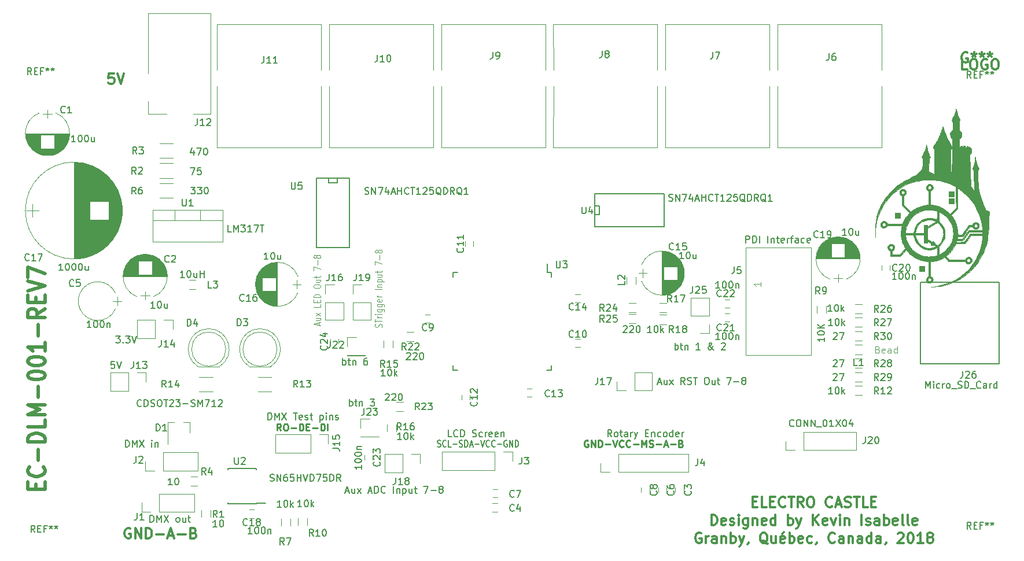
<source format=gto>
G04 #@! TF.FileFunction,Legend,Top*
%FSLAX46Y46*%
G04 Gerber Fmt 4.6, Leading zero omitted, Abs format (unit mm)*
G04 Created by KiCad (PCBNEW 4.0.6) date 02/16/18 16:32:41*
%MOMM*%
%LPD*%
G01*
G04 APERTURE LIST*
%ADD10C,0.100000*%
%ADD11C,0.300000*%
%ADD12C,0.250000*%
%ADD13C,0.200000*%
%ADD14C,0.375000*%
%ADD15C,0.500000*%
%ADD16C,0.150000*%
%ADD17C,0.120000*%
%ADD18C,0.010000*%
%ADD19C,0.125000*%
G04 APERTURE END LIST*
D10*
D11*
X85014287Y-62578571D02*
X84300001Y-62578571D01*
X84228572Y-63292857D01*
X84300001Y-63221429D01*
X84442858Y-63150000D01*
X84800001Y-63150000D01*
X84942858Y-63221429D01*
X85014287Y-63292857D01*
X85085715Y-63435714D01*
X85085715Y-63792857D01*
X85014287Y-63935714D01*
X84942858Y-64007143D01*
X84800001Y-64078571D01*
X84442858Y-64078571D01*
X84300001Y-64007143D01*
X84228572Y-63935714D01*
X85514286Y-62578571D02*
X86014286Y-64078571D01*
X86514286Y-62578571D01*
X87427143Y-129210000D02*
X87284286Y-129138571D01*
X87070000Y-129138571D01*
X86855715Y-129210000D01*
X86712857Y-129352857D01*
X86641429Y-129495714D01*
X86570000Y-129781429D01*
X86570000Y-129995714D01*
X86641429Y-130281429D01*
X86712857Y-130424286D01*
X86855715Y-130567143D01*
X87070000Y-130638571D01*
X87212857Y-130638571D01*
X87427143Y-130567143D01*
X87498572Y-130495714D01*
X87498572Y-129995714D01*
X87212857Y-129995714D01*
X88141429Y-130638571D02*
X88141429Y-129138571D01*
X88998572Y-130638571D01*
X88998572Y-129138571D01*
X89712858Y-130638571D02*
X89712858Y-129138571D01*
X90070001Y-129138571D01*
X90284286Y-129210000D01*
X90427144Y-129352857D01*
X90498572Y-129495714D01*
X90570001Y-129781429D01*
X90570001Y-129995714D01*
X90498572Y-130281429D01*
X90427144Y-130424286D01*
X90284286Y-130567143D01*
X90070001Y-130638571D01*
X89712858Y-130638571D01*
X91212858Y-130067143D02*
X92355715Y-130067143D01*
X92998572Y-130210000D02*
X93712858Y-130210000D01*
X92855715Y-130638571D02*
X93355715Y-129138571D01*
X93855715Y-130638571D01*
X94355715Y-130067143D02*
X95498572Y-130067143D01*
X96712858Y-129852857D02*
X96927144Y-129924286D01*
X96998572Y-129995714D01*
X97070001Y-130138571D01*
X97070001Y-130352857D01*
X96998572Y-130495714D01*
X96927144Y-130567143D01*
X96784286Y-130638571D01*
X96212858Y-130638571D01*
X96212858Y-129138571D01*
X96712858Y-129138571D01*
X96855715Y-129210000D01*
X96927144Y-129281429D01*
X96998572Y-129424286D01*
X96998572Y-129567143D01*
X96927144Y-129710000D01*
X96855715Y-129781429D01*
X96712858Y-129852857D01*
X96212858Y-129852857D01*
D12*
X154407144Y-116300000D02*
X154311906Y-116252381D01*
X154169049Y-116252381D01*
X154026191Y-116300000D01*
X153930953Y-116395238D01*
X153883334Y-116490476D01*
X153835715Y-116680952D01*
X153835715Y-116823810D01*
X153883334Y-117014286D01*
X153930953Y-117109524D01*
X154026191Y-117204762D01*
X154169049Y-117252381D01*
X154264287Y-117252381D01*
X154407144Y-117204762D01*
X154454763Y-117157143D01*
X154454763Y-116823810D01*
X154264287Y-116823810D01*
X154883334Y-117252381D02*
X154883334Y-116252381D01*
X155454763Y-117252381D01*
X155454763Y-116252381D01*
X155930953Y-117252381D02*
X155930953Y-116252381D01*
X156169048Y-116252381D01*
X156311906Y-116300000D01*
X156407144Y-116395238D01*
X156454763Y-116490476D01*
X156502382Y-116680952D01*
X156502382Y-116823810D01*
X156454763Y-117014286D01*
X156407144Y-117109524D01*
X156311906Y-117204762D01*
X156169048Y-117252381D01*
X155930953Y-117252381D01*
X156930953Y-116871429D02*
X157692858Y-116871429D01*
X158026191Y-116252381D02*
X158359524Y-117252381D01*
X158692858Y-116252381D01*
X159597620Y-117157143D02*
X159550001Y-117204762D01*
X159407144Y-117252381D01*
X159311906Y-117252381D01*
X159169048Y-117204762D01*
X159073810Y-117109524D01*
X159026191Y-117014286D01*
X158978572Y-116823810D01*
X158978572Y-116680952D01*
X159026191Y-116490476D01*
X159073810Y-116395238D01*
X159169048Y-116300000D01*
X159311906Y-116252381D01*
X159407144Y-116252381D01*
X159550001Y-116300000D01*
X159597620Y-116347619D01*
X160597620Y-117157143D02*
X160550001Y-117204762D01*
X160407144Y-117252381D01*
X160311906Y-117252381D01*
X160169048Y-117204762D01*
X160073810Y-117109524D01*
X160026191Y-117014286D01*
X159978572Y-116823810D01*
X159978572Y-116680952D01*
X160026191Y-116490476D01*
X160073810Y-116395238D01*
X160169048Y-116300000D01*
X160311906Y-116252381D01*
X160407144Y-116252381D01*
X160550001Y-116300000D01*
X160597620Y-116347619D01*
X161026191Y-116871429D02*
X161788096Y-116871429D01*
X162264286Y-117252381D02*
X162264286Y-116252381D01*
X162597620Y-116966667D01*
X162930953Y-116252381D01*
X162930953Y-117252381D01*
X163359524Y-117204762D02*
X163502381Y-117252381D01*
X163740477Y-117252381D01*
X163835715Y-117204762D01*
X163883334Y-117157143D01*
X163930953Y-117061905D01*
X163930953Y-116966667D01*
X163883334Y-116871429D01*
X163835715Y-116823810D01*
X163740477Y-116776190D01*
X163550000Y-116728571D01*
X163454762Y-116680952D01*
X163407143Y-116633333D01*
X163359524Y-116538095D01*
X163359524Y-116442857D01*
X163407143Y-116347619D01*
X163454762Y-116300000D01*
X163550000Y-116252381D01*
X163788096Y-116252381D01*
X163930953Y-116300000D01*
X164359524Y-116871429D02*
X165121429Y-116871429D01*
X165550000Y-116966667D02*
X166026191Y-116966667D01*
X165454762Y-117252381D02*
X165788095Y-116252381D01*
X166121429Y-117252381D01*
X166454762Y-116871429D02*
X167216667Y-116871429D01*
X168026191Y-116728571D02*
X168169048Y-116776190D01*
X168216667Y-116823810D01*
X168264286Y-116919048D01*
X168264286Y-117061905D01*
X168216667Y-117157143D01*
X168169048Y-117204762D01*
X168073810Y-117252381D01*
X167692857Y-117252381D01*
X167692857Y-116252381D01*
X168026191Y-116252381D01*
X168121429Y-116300000D01*
X168169048Y-116347619D01*
X168216667Y-116442857D01*
X168216667Y-116538095D01*
X168169048Y-116633333D01*
X168121429Y-116680952D01*
X168026191Y-116728571D01*
X167692857Y-116728571D01*
D13*
X132376191Y-117204762D02*
X132490477Y-117252381D01*
X132680953Y-117252381D01*
X132757143Y-117204762D01*
X132795239Y-117157143D01*
X132833334Y-117061905D01*
X132833334Y-116966667D01*
X132795239Y-116871429D01*
X132757143Y-116823810D01*
X132680953Y-116776190D01*
X132528572Y-116728571D01*
X132452381Y-116680952D01*
X132414286Y-116633333D01*
X132376191Y-116538095D01*
X132376191Y-116442857D01*
X132414286Y-116347619D01*
X132452381Y-116300000D01*
X132528572Y-116252381D01*
X132719048Y-116252381D01*
X132833334Y-116300000D01*
X133633334Y-117157143D02*
X133595239Y-117204762D01*
X133480953Y-117252381D01*
X133404763Y-117252381D01*
X133290477Y-117204762D01*
X133214286Y-117109524D01*
X133176191Y-117014286D01*
X133138096Y-116823810D01*
X133138096Y-116680952D01*
X133176191Y-116490476D01*
X133214286Y-116395238D01*
X133290477Y-116300000D01*
X133404763Y-116252381D01*
X133480953Y-116252381D01*
X133595239Y-116300000D01*
X133633334Y-116347619D01*
X134357144Y-117252381D02*
X133976191Y-117252381D01*
X133976191Y-116252381D01*
X134623810Y-116871429D02*
X135233334Y-116871429D01*
X135576191Y-117204762D02*
X135690477Y-117252381D01*
X135880953Y-117252381D01*
X135957143Y-117204762D01*
X135995239Y-117157143D01*
X136033334Y-117061905D01*
X136033334Y-116966667D01*
X135995239Y-116871429D01*
X135957143Y-116823810D01*
X135880953Y-116776190D01*
X135728572Y-116728571D01*
X135652381Y-116680952D01*
X135614286Y-116633333D01*
X135576191Y-116538095D01*
X135576191Y-116442857D01*
X135614286Y-116347619D01*
X135652381Y-116300000D01*
X135728572Y-116252381D01*
X135919048Y-116252381D01*
X136033334Y-116300000D01*
X136376191Y-117252381D02*
X136376191Y-116252381D01*
X136566667Y-116252381D01*
X136680953Y-116300000D01*
X136757144Y-116395238D01*
X136795239Y-116490476D01*
X136833334Y-116680952D01*
X136833334Y-116823810D01*
X136795239Y-117014286D01*
X136757144Y-117109524D01*
X136680953Y-117204762D01*
X136566667Y-117252381D01*
X136376191Y-117252381D01*
X137138096Y-116966667D02*
X137519048Y-116966667D01*
X137061905Y-117252381D02*
X137328572Y-116252381D01*
X137595239Y-117252381D01*
X137861905Y-116871429D02*
X138471429Y-116871429D01*
X138738095Y-116252381D02*
X139004762Y-117252381D01*
X139271429Y-116252381D01*
X139995238Y-117157143D02*
X139957143Y-117204762D01*
X139842857Y-117252381D01*
X139766667Y-117252381D01*
X139652381Y-117204762D01*
X139576190Y-117109524D01*
X139538095Y-117014286D01*
X139500000Y-116823810D01*
X139500000Y-116680952D01*
X139538095Y-116490476D01*
X139576190Y-116395238D01*
X139652381Y-116300000D01*
X139766667Y-116252381D01*
X139842857Y-116252381D01*
X139957143Y-116300000D01*
X139995238Y-116347619D01*
X140795238Y-117157143D02*
X140757143Y-117204762D01*
X140642857Y-117252381D01*
X140566667Y-117252381D01*
X140452381Y-117204762D01*
X140376190Y-117109524D01*
X140338095Y-117014286D01*
X140300000Y-116823810D01*
X140300000Y-116680952D01*
X140338095Y-116490476D01*
X140376190Y-116395238D01*
X140452381Y-116300000D01*
X140566667Y-116252381D01*
X140642857Y-116252381D01*
X140757143Y-116300000D01*
X140795238Y-116347619D01*
X141138095Y-116871429D02*
X141747619Y-116871429D01*
X142547619Y-116300000D02*
X142471428Y-116252381D01*
X142357143Y-116252381D01*
X142242857Y-116300000D01*
X142166666Y-116395238D01*
X142128571Y-116490476D01*
X142090476Y-116680952D01*
X142090476Y-116823810D01*
X142128571Y-117014286D01*
X142166666Y-117109524D01*
X142242857Y-117204762D01*
X142357143Y-117252381D01*
X142433333Y-117252381D01*
X142547619Y-117204762D01*
X142585714Y-117157143D01*
X142585714Y-116823810D01*
X142433333Y-116823810D01*
X142928571Y-117252381D02*
X142928571Y-116252381D01*
X143385714Y-117252381D01*
X143385714Y-116252381D01*
X143766666Y-117252381D02*
X143766666Y-116252381D01*
X143957142Y-116252381D01*
X144071428Y-116300000D01*
X144147619Y-116395238D01*
X144185714Y-116490476D01*
X144223809Y-116680952D01*
X144223809Y-116823810D01*
X144185714Y-117014286D01*
X144147619Y-117109524D01*
X144071428Y-117204762D01*
X143957142Y-117252381D01*
X143766666Y-117252381D01*
D12*
X109457144Y-114852381D02*
X109123810Y-114376190D01*
X108885715Y-114852381D02*
X108885715Y-113852381D01*
X109266668Y-113852381D01*
X109361906Y-113900000D01*
X109409525Y-113947619D01*
X109457144Y-114042857D01*
X109457144Y-114185714D01*
X109409525Y-114280952D01*
X109361906Y-114328571D01*
X109266668Y-114376190D01*
X108885715Y-114376190D01*
X110076191Y-113852381D02*
X110266668Y-113852381D01*
X110361906Y-113900000D01*
X110457144Y-113995238D01*
X110504763Y-114185714D01*
X110504763Y-114519048D01*
X110457144Y-114709524D01*
X110361906Y-114804762D01*
X110266668Y-114852381D01*
X110076191Y-114852381D01*
X109980953Y-114804762D01*
X109885715Y-114709524D01*
X109838096Y-114519048D01*
X109838096Y-114185714D01*
X109885715Y-113995238D01*
X109980953Y-113900000D01*
X110076191Y-113852381D01*
X110933334Y-114471429D02*
X111695239Y-114471429D01*
X112171429Y-114852381D02*
X112171429Y-113852381D01*
X112409524Y-113852381D01*
X112552382Y-113900000D01*
X112647620Y-113995238D01*
X112695239Y-114090476D01*
X112742858Y-114280952D01*
X112742858Y-114423810D01*
X112695239Y-114614286D01*
X112647620Y-114709524D01*
X112552382Y-114804762D01*
X112409524Y-114852381D01*
X112171429Y-114852381D01*
X113171429Y-114328571D02*
X113504763Y-114328571D01*
X113647620Y-114852381D02*
X113171429Y-114852381D01*
X113171429Y-113852381D01*
X113647620Y-113852381D01*
X114076191Y-114471429D02*
X114838096Y-114471429D01*
X115314286Y-114852381D02*
X115314286Y-113852381D01*
X115552381Y-113852381D01*
X115695239Y-113900000D01*
X115790477Y-113995238D01*
X115838096Y-114090476D01*
X115885715Y-114280952D01*
X115885715Y-114423810D01*
X115838096Y-114614286D01*
X115790477Y-114709524D01*
X115695239Y-114804762D01*
X115552381Y-114852381D01*
X115314286Y-114852381D01*
X116314286Y-114852381D02*
X116314286Y-113852381D01*
D14*
X178500000Y-125267857D02*
X179000000Y-125267857D01*
X179214286Y-126053571D02*
X178500000Y-126053571D01*
X178500000Y-124553571D01*
X179214286Y-124553571D01*
X180571429Y-126053571D02*
X179857143Y-126053571D01*
X179857143Y-124553571D01*
X181071429Y-125267857D02*
X181571429Y-125267857D01*
X181785715Y-126053571D02*
X181071429Y-126053571D01*
X181071429Y-124553571D01*
X181785715Y-124553571D01*
X183285715Y-125910714D02*
X183214286Y-125982143D01*
X183000000Y-126053571D01*
X182857143Y-126053571D01*
X182642858Y-125982143D01*
X182500000Y-125839286D01*
X182428572Y-125696429D01*
X182357143Y-125410714D01*
X182357143Y-125196429D01*
X182428572Y-124910714D01*
X182500000Y-124767857D01*
X182642858Y-124625000D01*
X182857143Y-124553571D01*
X183000000Y-124553571D01*
X183214286Y-124625000D01*
X183285715Y-124696429D01*
X183714286Y-124553571D02*
X184571429Y-124553571D01*
X184142858Y-126053571D02*
X184142858Y-124553571D01*
X185928572Y-126053571D02*
X185428572Y-125339286D01*
X185071429Y-126053571D02*
X185071429Y-124553571D01*
X185642857Y-124553571D01*
X185785715Y-124625000D01*
X185857143Y-124696429D01*
X185928572Y-124839286D01*
X185928572Y-125053571D01*
X185857143Y-125196429D01*
X185785715Y-125267857D01*
X185642857Y-125339286D01*
X185071429Y-125339286D01*
X186857143Y-124553571D02*
X187142857Y-124553571D01*
X187285715Y-124625000D01*
X187428572Y-124767857D01*
X187500000Y-125053571D01*
X187500000Y-125553571D01*
X187428572Y-125839286D01*
X187285715Y-125982143D01*
X187142857Y-126053571D01*
X186857143Y-126053571D01*
X186714286Y-125982143D01*
X186571429Y-125839286D01*
X186500000Y-125553571D01*
X186500000Y-125053571D01*
X186571429Y-124767857D01*
X186714286Y-124625000D01*
X186857143Y-124553571D01*
X190142858Y-125910714D02*
X190071429Y-125982143D01*
X189857143Y-126053571D01*
X189714286Y-126053571D01*
X189500001Y-125982143D01*
X189357143Y-125839286D01*
X189285715Y-125696429D01*
X189214286Y-125410714D01*
X189214286Y-125196429D01*
X189285715Y-124910714D01*
X189357143Y-124767857D01*
X189500001Y-124625000D01*
X189714286Y-124553571D01*
X189857143Y-124553571D01*
X190071429Y-124625000D01*
X190142858Y-124696429D01*
X190714286Y-125625000D02*
X191428572Y-125625000D01*
X190571429Y-126053571D02*
X191071429Y-124553571D01*
X191571429Y-126053571D01*
X192000000Y-125982143D02*
X192214286Y-126053571D01*
X192571429Y-126053571D01*
X192714286Y-125982143D01*
X192785715Y-125910714D01*
X192857143Y-125767857D01*
X192857143Y-125625000D01*
X192785715Y-125482143D01*
X192714286Y-125410714D01*
X192571429Y-125339286D01*
X192285715Y-125267857D01*
X192142857Y-125196429D01*
X192071429Y-125125000D01*
X192000000Y-124982143D01*
X192000000Y-124839286D01*
X192071429Y-124696429D01*
X192142857Y-124625000D01*
X192285715Y-124553571D01*
X192642857Y-124553571D01*
X192857143Y-124625000D01*
X193285714Y-124553571D02*
X194142857Y-124553571D01*
X193714286Y-126053571D02*
X193714286Y-124553571D01*
X195357143Y-126053571D02*
X194642857Y-126053571D01*
X194642857Y-124553571D01*
X195857143Y-125267857D02*
X196357143Y-125267857D01*
X196571429Y-126053571D02*
X195857143Y-126053571D01*
X195857143Y-124553571D01*
X196571429Y-124553571D01*
X172464286Y-128678571D02*
X172464286Y-127178571D01*
X172821429Y-127178571D01*
X173035714Y-127250000D01*
X173178572Y-127392857D01*
X173250000Y-127535714D01*
X173321429Y-127821429D01*
X173321429Y-128035714D01*
X173250000Y-128321429D01*
X173178572Y-128464286D01*
X173035714Y-128607143D01*
X172821429Y-128678571D01*
X172464286Y-128678571D01*
X174535714Y-128607143D02*
X174392857Y-128678571D01*
X174107143Y-128678571D01*
X173964286Y-128607143D01*
X173892857Y-128464286D01*
X173892857Y-127892857D01*
X173964286Y-127750000D01*
X174107143Y-127678571D01*
X174392857Y-127678571D01*
X174535714Y-127750000D01*
X174607143Y-127892857D01*
X174607143Y-128035714D01*
X173892857Y-128178571D01*
X175178571Y-128607143D02*
X175321428Y-128678571D01*
X175607143Y-128678571D01*
X175750000Y-128607143D01*
X175821428Y-128464286D01*
X175821428Y-128392857D01*
X175750000Y-128250000D01*
X175607143Y-128178571D01*
X175392857Y-128178571D01*
X175250000Y-128107143D01*
X175178571Y-127964286D01*
X175178571Y-127892857D01*
X175250000Y-127750000D01*
X175392857Y-127678571D01*
X175607143Y-127678571D01*
X175750000Y-127750000D01*
X176464286Y-128678571D02*
X176464286Y-127678571D01*
X176464286Y-127178571D02*
X176392857Y-127250000D01*
X176464286Y-127321429D01*
X176535714Y-127250000D01*
X176464286Y-127178571D01*
X176464286Y-127321429D01*
X177821429Y-127678571D02*
X177821429Y-128892857D01*
X177750000Y-129035714D01*
X177678572Y-129107143D01*
X177535715Y-129178571D01*
X177321429Y-129178571D01*
X177178572Y-129107143D01*
X177821429Y-128607143D02*
X177678572Y-128678571D01*
X177392858Y-128678571D01*
X177250000Y-128607143D01*
X177178572Y-128535714D01*
X177107143Y-128392857D01*
X177107143Y-127964286D01*
X177178572Y-127821429D01*
X177250000Y-127750000D01*
X177392858Y-127678571D01*
X177678572Y-127678571D01*
X177821429Y-127750000D01*
X178535715Y-127678571D02*
X178535715Y-128678571D01*
X178535715Y-127821429D02*
X178607143Y-127750000D01*
X178750001Y-127678571D01*
X178964286Y-127678571D01*
X179107143Y-127750000D01*
X179178572Y-127892857D01*
X179178572Y-128678571D01*
X180464286Y-128607143D02*
X180321429Y-128678571D01*
X180035715Y-128678571D01*
X179892858Y-128607143D01*
X179821429Y-128464286D01*
X179821429Y-127892857D01*
X179892858Y-127750000D01*
X180035715Y-127678571D01*
X180321429Y-127678571D01*
X180464286Y-127750000D01*
X180535715Y-127892857D01*
X180535715Y-128035714D01*
X179821429Y-128178571D01*
X181821429Y-128678571D02*
X181821429Y-127178571D01*
X181821429Y-128607143D02*
X181678572Y-128678571D01*
X181392858Y-128678571D01*
X181250000Y-128607143D01*
X181178572Y-128535714D01*
X181107143Y-128392857D01*
X181107143Y-127964286D01*
X181178572Y-127821429D01*
X181250000Y-127750000D01*
X181392858Y-127678571D01*
X181678572Y-127678571D01*
X181821429Y-127750000D01*
X183678572Y-128678571D02*
X183678572Y-127178571D01*
X183678572Y-127750000D02*
X183821429Y-127678571D01*
X184107143Y-127678571D01*
X184250000Y-127750000D01*
X184321429Y-127821429D01*
X184392858Y-127964286D01*
X184392858Y-128392857D01*
X184321429Y-128535714D01*
X184250000Y-128607143D01*
X184107143Y-128678571D01*
X183821429Y-128678571D01*
X183678572Y-128607143D01*
X184892858Y-127678571D02*
X185250001Y-128678571D01*
X185607143Y-127678571D02*
X185250001Y-128678571D01*
X185107143Y-129035714D01*
X185035715Y-129107143D01*
X184892858Y-129178571D01*
X187321429Y-128678571D02*
X187321429Y-127178571D01*
X188178572Y-128678571D02*
X187535715Y-127821429D01*
X188178572Y-127178571D02*
X187321429Y-128035714D01*
X189392857Y-128607143D02*
X189250000Y-128678571D01*
X188964286Y-128678571D01*
X188821429Y-128607143D01*
X188750000Y-128464286D01*
X188750000Y-127892857D01*
X188821429Y-127750000D01*
X188964286Y-127678571D01*
X189250000Y-127678571D01*
X189392857Y-127750000D01*
X189464286Y-127892857D01*
X189464286Y-128035714D01*
X188750000Y-128178571D01*
X189964286Y-127678571D02*
X190321429Y-128678571D01*
X190678571Y-127678571D01*
X191250000Y-128678571D02*
X191250000Y-127678571D01*
X191250000Y-127178571D02*
X191178571Y-127250000D01*
X191250000Y-127321429D01*
X191321428Y-127250000D01*
X191250000Y-127178571D01*
X191250000Y-127321429D01*
X191964286Y-127678571D02*
X191964286Y-128678571D01*
X191964286Y-127821429D02*
X192035714Y-127750000D01*
X192178572Y-127678571D01*
X192392857Y-127678571D01*
X192535714Y-127750000D01*
X192607143Y-127892857D01*
X192607143Y-128678571D01*
X194464286Y-128678571D02*
X194464286Y-127178571D01*
X195107143Y-128607143D02*
X195250000Y-128678571D01*
X195535715Y-128678571D01*
X195678572Y-128607143D01*
X195750000Y-128464286D01*
X195750000Y-128392857D01*
X195678572Y-128250000D01*
X195535715Y-128178571D01*
X195321429Y-128178571D01*
X195178572Y-128107143D01*
X195107143Y-127964286D01*
X195107143Y-127892857D01*
X195178572Y-127750000D01*
X195321429Y-127678571D01*
X195535715Y-127678571D01*
X195678572Y-127750000D01*
X197035715Y-128678571D02*
X197035715Y-127892857D01*
X196964286Y-127750000D01*
X196821429Y-127678571D01*
X196535715Y-127678571D01*
X196392858Y-127750000D01*
X197035715Y-128607143D02*
X196892858Y-128678571D01*
X196535715Y-128678571D01*
X196392858Y-128607143D01*
X196321429Y-128464286D01*
X196321429Y-128321429D01*
X196392858Y-128178571D01*
X196535715Y-128107143D01*
X196892858Y-128107143D01*
X197035715Y-128035714D01*
X197750001Y-128678571D02*
X197750001Y-127178571D01*
X197750001Y-127750000D02*
X197892858Y-127678571D01*
X198178572Y-127678571D01*
X198321429Y-127750000D01*
X198392858Y-127821429D01*
X198464287Y-127964286D01*
X198464287Y-128392857D01*
X198392858Y-128535714D01*
X198321429Y-128607143D01*
X198178572Y-128678571D01*
X197892858Y-128678571D01*
X197750001Y-128607143D01*
X199678572Y-128607143D02*
X199535715Y-128678571D01*
X199250001Y-128678571D01*
X199107144Y-128607143D01*
X199035715Y-128464286D01*
X199035715Y-127892857D01*
X199107144Y-127750000D01*
X199250001Y-127678571D01*
X199535715Y-127678571D01*
X199678572Y-127750000D01*
X199750001Y-127892857D01*
X199750001Y-128035714D01*
X199035715Y-128178571D01*
X200607144Y-128678571D02*
X200464286Y-128607143D01*
X200392858Y-128464286D01*
X200392858Y-127178571D01*
X201392858Y-128678571D02*
X201250000Y-128607143D01*
X201178572Y-128464286D01*
X201178572Y-127178571D01*
X202535714Y-128607143D02*
X202392857Y-128678571D01*
X202107143Y-128678571D01*
X201964286Y-128607143D01*
X201892857Y-128464286D01*
X201892857Y-127892857D01*
X201964286Y-127750000D01*
X202107143Y-127678571D01*
X202392857Y-127678571D01*
X202535714Y-127750000D01*
X202607143Y-127892857D01*
X202607143Y-128035714D01*
X201892857Y-128178571D01*
X170964286Y-129875000D02*
X170821429Y-129803571D01*
X170607143Y-129803571D01*
X170392858Y-129875000D01*
X170250000Y-130017857D01*
X170178572Y-130160714D01*
X170107143Y-130446429D01*
X170107143Y-130660714D01*
X170178572Y-130946429D01*
X170250000Y-131089286D01*
X170392858Y-131232143D01*
X170607143Y-131303571D01*
X170750000Y-131303571D01*
X170964286Y-131232143D01*
X171035715Y-131160714D01*
X171035715Y-130660714D01*
X170750000Y-130660714D01*
X171678572Y-131303571D02*
X171678572Y-130303571D01*
X171678572Y-130589286D02*
X171750000Y-130446429D01*
X171821429Y-130375000D01*
X171964286Y-130303571D01*
X172107143Y-130303571D01*
X173250000Y-131303571D02*
X173250000Y-130517857D01*
X173178571Y-130375000D01*
X173035714Y-130303571D01*
X172750000Y-130303571D01*
X172607143Y-130375000D01*
X173250000Y-131232143D02*
X173107143Y-131303571D01*
X172750000Y-131303571D01*
X172607143Y-131232143D01*
X172535714Y-131089286D01*
X172535714Y-130946429D01*
X172607143Y-130803571D01*
X172750000Y-130732143D01*
X173107143Y-130732143D01*
X173250000Y-130660714D01*
X173964286Y-130303571D02*
X173964286Y-131303571D01*
X173964286Y-130446429D02*
X174035714Y-130375000D01*
X174178572Y-130303571D01*
X174392857Y-130303571D01*
X174535714Y-130375000D01*
X174607143Y-130517857D01*
X174607143Y-131303571D01*
X175321429Y-131303571D02*
X175321429Y-129803571D01*
X175321429Y-130375000D02*
X175464286Y-130303571D01*
X175750000Y-130303571D01*
X175892857Y-130375000D01*
X175964286Y-130446429D01*
X176035715Y-130589286D01*
X176035715Y-131017857D01*
X175964286Y-131160714D01*
X175892857Y-131232143D01*
X175750000Y-131303571D01*
X175464286Y-131303571D01*
X175321429Y-131232143D01*
X176535715Y-130303571D02*
X176892858Y-131303571D01*
X177250000Y-130303571D02*
X176892858Y-131303571D01*
X176750000Y-131660714D01*
X176678572Y-131732143D01*
X176535715Y-131803571D01*
X177892857Y-131232143D02*
X177892857Y-131303571D01*
X177821429Y-131446429D01*
X177750000Y-131517857D01*
X180678572Y-131446429D02*
X180535715Y-131375000D01*
X180392858Y-131232143D01*
X180178572Y-131017857D01*
X180035715Y-130946429D01*
X179892858Y-130946429D01*
X179964286Y-131303571D02*
X179821429Y-131232143D01*
X179678572Y-131089286D01*
X179607143Y-130803571D01*
X179607143Y-130303571D01*
X179678572Y-130017857D01*
X179821429Y-129875000D01*
X179964286Y-129803571D01*
X180250000Y-129803571D01*
X180392858Y-129875000D01*
X180535715Y-130017857D01*
X180607143Y-130303571D01*
X180607143Y-130803571D01*
X180535715Y-131089286D01*
X180392858Y-131232143D01*
X180250000Y-131303571D01*
X179964286Y-131303571D01*
X181892858Y-130303571D02*
X181892858Y-131303571D01*
X181250001Y-130303571D02*
X181250001Y-131089286D01*
X181321429Y-131232143D01*
X181464287Y-131303571D01*
X181678572Y-131303571D01*
X181821429Y-131232143D01*
X181892858Y-131160714D01*
X183178572Y-131232143D02*
X183035715Y-131303571D01*
X182750001Y-131303571D01*
X182607144Y-131232143D01*
X182535715Y-131089286D01*
X182535715Y-130517857D01*
X182607144Y-130375000D01*
X182750001Y-130303571D01*
X183035715Y-130303571D01*
X183178572Y-130375000D01*
X183250001Y-130517857D01*
X183250001Y-130660714D01*
X182535715Y-130803571D01*
X183035715Y-129732143D02*
X182821430Y-129946429D01*
X183892858Y-131303571D02*
X183892858Y-129803571D01*
X183892858Y-130375000D02*
X184035715Y-130303571D01*
X184321429Y-130303571D01*
X184464286Y-130375000D01*
X184535715Y-130446429D01*
X184607144Y-130589286D01*
X184607144Y-131017857D01*
X184535715Y-131160714D01*
X184464286Y-131232143D01*
X184321429Y-131303571D01*
X184035715Y-131303571D01*
X183892858Y-131232143D01*
X185821429Y-131232143D02*
X185678572Y-131303571D01*
X185392858Y-131303571D01*
X185250001Y-131232143D01*
X185178572Y-131089286D01*
X185178572Y-130517857D01*
X185250001Y-130375000D01*
X185392858Y-130303571D01*
X185678572Y-130303571D01*
X185821429Y-130375000D01*
X185892858Y-130517857D01*
X185892858Y-130660714D01*
X185178572Y-130803571D01*
X187178572Y-131232143D02*
X187035715Y-131303571D01*
X186750001Y-131303571D01*
X186607143Y-131232143D01*
X186535715Y-131160714D01*
X186464286Y-131017857D01*
X186464286Y-130589286D01*
X186535715Y-130446429D01*
X186607143Y-130375000D01*
X186750001Y-130303571D01*
X187035715Y-130303571D01*
X187178572Y-130375000D01*
X187892857Y-131232143D02*
X187892857Y-131303571D01*
X187821429Y-131446429D01*
X187750000Y-131517857D01*
X190535715Y-131160714D02*
X190464286Y-131232143D01*
X190250000Y-131303571D01*
X190107143Y-131303571D01*
X189892858Y-131232143D01*
X189750000Y-131089286D01*
X189678572Y-130946429D01*
X189607143Y-130660714D01*
X189607143Y-130446429D01*
X189678572Y-130160714D01*
X189750000Y-130017857D01*
X189892858Y-129875000D01*
X190107143Y-129803571D01*
X190250000Y-129803571D01*
X190464286Y-129875000D01*
X190535715Y-129946429D01*
X191821429Y-131303571D02*
X191821429Y-130517857D01*
X191750000Y-130375000D01*
X191607143Y-130303571D01*
X191321429Y-130303571D01*
X191178572Y-130375000D01*
X191821429Y-131232143D02*
X191678572Y-131303571D01*
X191321429Y-131303571D01*
X191178572Y-131232143D01*
X191107143Y-131089286D01*
X191107143Y-130946429D01*
X191178572Y-130803571D01*
X191321429Y-130732143D01*
X191678572Y-130732143D01*
X191821429Y-130660714D01*
X192535715Y-130303571D02*
X192535715Y-131303571D01*
X192535715Y-130446429D02*
X192607143Y-130375000D01*
X192750001Y-130303571D01*
X192964286Y-130303571D01*
X193107143Y-130375000D01*
X193178572Y-130517857D01*
X193178572Y-131303571D01*
X194535715Y-131303571D02*
X194535715Y-130517857D01*
X194464286Y-130375000D01*
X194321429Y-130303571D01*
X194035715Y-130303571D01*
X193892858Y-130375000D01*
X194535715Y-131232143D02*
X194392858Y-131303571D01*
X194035715Y-131303571D01*
X193892858Y-131232143D01*
X193821429Y-131089286D01*
X193821429Y-130946429D01*
X193892858Y-130803571D01*
X194035715Y-130732143D01*
X194392858Y-130732143D01*
X194535715Y-130660714D01*
X195892858Y-131303571D02*
X195892858Y-129803571D01*
X195892858Y-131232143D02*
X195750001Y-131303571D01*
X195464287Y-131303571D01*
X195321429Y-131232143D01*
X195250001Y-131160714D01*
X195178572Y-131017857D01*
X195178572Y-130589286D01*
X195250001Y-130446429D01*
X195321429Y-130375000D01*
X195464287Y-130303571D01*
X195750001Y-130303571D01*
X195892858Y-130375000D01*
X197250001Y-131303571D02*
X197250001Y-130517857D01*
X197178572Y-130375000D01*
X197035715Y-130303571D01*
X196750001Y-130303571D01*
X196607144Y-130375000D01*
X197250001Y-131232143D02*
X197107144Y-131303571D01*
X196750001Y-131303571D01*
X196607144Y-131232143D01*
X196535715Y-131089286D01*
X196535715Y-130946429D01*
X196607144Y-130803571D01*
X196750001Y-130732143D01*
X197107144Y-130732143D01*
X197250001Y-130660714D01*
X198035715Y-131232143D02*
X198035715Y-131303571D01*
X197964287Y-131446429D01*
X197892858Y-131517857D01*
X199750001Y-129946429D02*
X199821430Y-129875000D01*
X199964287Y-129803571D01*
X200321430Y-129803571D01*
X200464287Y-129875000D01*
X200535716Y-129946429D01*
X200607144Y-130089286D01*
X200607144Y-130232143D01*
X200535716Y-130446429D01*
X199678573Y-131303571D01*
X200607144Y-131303571D01*
X201535715Y-129803571D02*
X201678572Y-129803571D01*
X201821429Y-129875000D01*
X201892858Y-129946429D01*
X201964287Y-130089286D01*
X202035715Y-130375000D01*
X202035715Y-130732143D01*
X201964287Y-131017857D01*
X201892858Y-131160714D01*
X201821429Y-131232143D01*
X201678572Y-131303571D01*
X201535715Y-131303571D01*
X201392858Y-131232143D01*
X201321429Y-131160714D01*
X201250001Y-131017857D01*
X201178572Y-130732143D01*
X201178572Y-130375000D01*
X201250001Y-130089286D01*
X201321429Y-129946429D01*
X201392858Y-129875000D01*
X201535715Y-129803571D01*
X203464286Y-131303571D02*
X202607143Y-131303571D01*
X203035715Y-131303571D02*
X203035715Y-129803571D01*
X202892858Y-130017857D01*
X202750000Y-130160714D01*
X202607143Y-130232143D01*
X204321429Y-130446429D02*
X204178571Y-130375000D01*
X204107143Y-130303571D01*
X204035714Y-130160714D01*
X204035714Y-130089286D01*
X204107143Y-129946429D01*
X204178571Y-129875000D01*
X204321429Y-129803571D01*
X204607143Y-129803571D01*
X204750000Y-129875000D01*
X204821429Y-129946429D01*
X204892857Y-130089286D01*
X204892857Y-130160714D01*
X204821429Y-130303571D01*
X204750000Y-130375000D01*
X204607143Y-130446429D01*
X204321429Y-130446429D01*
X204178571Y-130517857D01*
X204107143Y-130589286D01*
X204035714Y-130732143D01*
X204035714Y-131017857D01*
X204107143Y-131160714D01*
X204178571Y-131232143D01*
X204321429Y-131303571D01*
X204607143Y-131303571D01*
X204750000Y-131232143D01*
X204821429Y-131160714D01*
X204892857Y-131017857D01*
X204892857Y-130732143D01*
X204821429Y-130589286D01*
X204750000Y-130517857D01*
X204607143Y-130446429D01*
D15*
X73621429Y-123433333D02*
X73621429Y-122700000D01*
X74930952Y-122385714D02*
X74930952Y-123433333D01*
X72430952Y-123433333D01*
X72430952Y-122385714D01*
X74692857Y-120185715D02*
X74811905Y-120290477D01*
X74930952Y-120604762D01*
X74930952Y-120814286D01*
X74811905Y-121128572D01*
X74573810Y-121338096D01*
X74335714Y-121442857D01*
X73859524Y-121547619D01*
X73502381Y-121547619D01*
X73026190Y-121442857D01*
X72788095Y-121338096D01*
X72550000Y-121128572D01*
X72430952Y-120814286D01*
X72430952Y-120604762D01*
X72550000Y-120290477D01*
X72669048Y-120185715D01*
X73978571Y-119242857D02*
X73978571Y-117566667D01*
X74930952Y-116519047D02*
X72430952Y-116519047D01*
X72430952Y-115995238D01*
X72550000Y-115680952D01*
X72788095Y-115471428D01*
X73026190Y-115366667D01*
X73502381Y-115261905D01*
X73859524Y-115261905D01*
X74335714Y-115366667D01*
X74573810Y-115471428D01*
X74811905Y-115680952D01*
X74930952Y-115995238D01*
X74930952Y-116519047D01*
X74930952Y-113271428D02*
X74930952Y-114319047D01*
X72430952Y-114319047D01*
X74930952Y-112538095D02*
X72430952Y-112538095D01*
X74216667Y-111804762D01*
X72430952Y-111071429D01*
X74930952Y-111071429D01*
X73978571Y-110023809D02*
X73978571Y-108347619D01*
X72430952Y-106880952D02*
X72430952Y-106671428D01*
X72550000Y-106461904D01*
X72669048Y-106357142D01*
X72907143Y-106252380D01*
X73383333Y-106147619D01*
X73978571Y-106147619D01*
X74454762Y-106252380D01*
X74692857Y-106357142D01*
X74811905Y-106461904D01*
X74930952Y-106671428D01*
X74930952Y-106880952D01*
X74811905Y-107090476D01*
X74692857Y-107195238D01*
X74454762Y-107299999D01*
X73978571Y-107404761D01*
X73383333Y-107404761D01*
X72907143Y-107299999D01*
X72669048Y-107195238D01*
X72550000Y-107090476D01*
X72430952Y-106880952D01*
X72430952Y-104785714D02*
X72430952Y-104576190D01*
X72550000Y-104366666D01*
X72669048Y-104261904D01*
X72907143Y-104157142D01*
X73383333Y-104052381D01*
X73978571Y-104052381D01*
X74454762Y-104157142D01*
X74692857Y-104261904D01*
X74811905Y-104366666D01*
X74930952Y-104576190D01*
X74930952Y-104785714D01*
X74811905Y-104995238D01*
X74692857Y-105100000D01*
X74454762Y-105204761D01*
X73978571Y-105309523D01*
X73383333Y-105309523D01*
X72907143Y-105204761D01*
X72669048Y-105100000D01*
X72550000Y-104995238D01*
X72430952Y-104785714D01*
X74930952Y-101957143D02*
X74930952Y-103214285D01*
X74930952Y-102585714D02*
X72430952Y-102585714D01*
X72788095Y-102795238D01*
X73026190Y-103004762D01*
X73145238Y-103214285D01*
X73978571Y-101014285D02*
X73978571Y-99338095D01*
X74930952Y-97033333D02*
X73740476Y-97766666D01*
X74930952Y-98290475D02*
X72430952Y-98290475D01*
X72430952Y-97452380D01*
X72550000Y-97242856D01*
X72669048Y-97138095D01*
X72907143Y-97033333D01*
X73264286Y-97033333D01*
X73502381Y-97138095D01*
X73621429Y-97242856D01*
X73740476Y-97452380D01*
X73740476Y-98290475D01*
X73621429Y-96090475D02*
X73621429Y-95357142D01*
X74930952Y-95042856D02*
X74930952Y-96090475D01*
X72430952Y-96090475D01*
X72430952Y-95042856D01*
X72430952Y-94414285D02*
X74930952Y-93680952D01*
X72430952Y-92947619D01*
X72430952Y-92423809D02*
X72430952Y-90957143D01*
X74930952Y-91900000D01*
D16*
X149025000Y-91665000D02*
X148450000Y-91665000D01*
X149025000Y-106015000D02*
X148350000Y-106015000D01*
X134675000Y-106015000D02*
X135350000Y-106015000D01*
X134675000Y-91665000D02*
X135350000Y-91665000D01*
X149025000Y-91665000D02*
X149025000Y-92340000D01*
X134675000Y-91665000D02*
X134675000Y-92340000D01*
X134675000Y-106015000D02*
X134675000Y-105340000D01*
X149025000Y-106015000D02*
X149025000Y-105340000D01*
X148450000Y-91665000D02*
X148450000Y-90390000D01*
D17*
X197370000Y-55380000D02*
X182130000Y-55380000D01*
X182130000Y-73410000D02*
X182140000Y-64420000D01*
X182130000Y-73410000D02*
X197370000Y-73410000D01*
X197370000Y-73410000D02*
X197370000Y-64410000D01*
X182140000Y-62080000D02*
X182130000Y-55380000D01*
X197370000Y-62090000D02*
X197370000Y-55380000D01*
X76479136Y-74367820D02*
G75*
G03X76480000Y-68332518I-1179136J3017820D01*
G01*
X74120864Y-74367820D02*
G75*
G02X74120000Y-68332518I1179136J3017820D01*
G01*
X74120864Y-74367820D02*
G75*
G03X76480000Y-74367482I1179136J3017820D01*
G01*
X78500000Y-71350000D02*
X72100000Y-71350000D01*
X78500000Y-71390000D02*
X72100000Y-71390000D01*
X78500000Y-71430000D02*
X72100000Y-71430000D01*
X78498000Y-71470000D02*
X72102000Y-71470000D01*
X78497000Y-71510000D02*
X72103000Y-71510000D01*
X78494000Y-71550000D02*
X72106000Y-71550000D01*
X78492000Y-71590000D02*
X72108000Y-71590000D01*
X78488000Y-71630000D02*
X76280000Y-71630000D01*
X74320000Y-71630000D02*
X72112000Y-71630000D01*
X78485000Y-71670000D02*
X76280000Y-71670000D01*
X74320000Y-71670000D02*
X72115000Y-71670000D01*
X78480000Y-71710000D02*
X76280000Y-71710000D01*
X74320000Y-71710000D02*
X72120000Y-71710000D01*
X78476000Y-71750000D02*
X76280000Y-71750000D01*
X74320000Y-71750000D02*
X72124000Y-71750000D01*
X78470000Y-71790000D02*
X76280000Y-71790000D01*
X74320000Y-71790000D02*
X72130000Y-71790000D01*
X78465000Y-71830000D02*
X76280000Y-71830000D01*
X74320000Y-71830000D02*
X72135000Y-71830000D01*
X78458000Y-71870000D02*
X76280000Y-71870000D01*
X74320000Y-71870000D02*
X72142000Y-71870000D01*
X78452000Y-71910000D02*
X76280000Y-71910000D01*
X74320000Y-71910000D02*
X72148000Y-71910000D01*
X78444000Y-71950000D02*
X76280000Y-71950000D01*
X74320000Y-71950000D02*
X72156000Y-71950000D01*
X78437000Y-71990000D02*
X76280000Y-71990000D01*
X74320000Y-71990000D02*
X72163000Y-71990000D01*
X78428000Y-72030000D02*
X76280000Y-72030000D01*
X74320000Y-72030000D02*
X72172000Y-72030000D01*
X78419000Y-72071000D02*
X76280000Y-72071000D01*
X74320000Y-72071000D02*
X72181000Y-72071000D01*
X78410000Y-72111000D02*
X76280000Y-72111000D01*
X74320000Y-72111000D02*
X72190000Y-72111000D01*
X78400000Y-72151000D02*
X76280000Y-72151000D01*
X74320000Y-72151000D02*
X72200000Y-72151000D01*
X78390000Y-72191000D02*
X76280000Y-72191000D01*
X74320000Y-72191000D02*
X72210000Y-72191000D01*
X78379000Y-72231000D02*
X76280000Y-72231000D01*
X74320000Y-72231000D02*
X72221000Y-72231000D01*
X78367000Y-72271000D02*
X76280000Y-72271000D01*
X74320000Y-72271000D02*
X72233000Y-72271000D01*
X78355000Y-72311000D02*
X76280000Y-72311000D01*
X74320000Y-72311000D02*
X72245000Y-72311000D01*
X78342000Y-72351000D02*
X76280000Y-72351000D01*
X74320000Y-72351000D02*
X72258000Y-72351000D01*
X78329000Y-72391000D02*
X76280000Y-72391000D01*
X74320000Y-72391000D02*
X72271000Y-72391000D01*
X78315000Y-72431000D02*
X76280000Y-72431000D01*
X74320000Y-72431000D02*
X72285000Y-72431000D01*
X78301000Y-72471000D02*
X76280000Y-72471000D01*
X74320000Y-72471000D02*
X72299000Y-72471000D01*
X78286000Y-72511000D02*
X76280000Y-72511000D01*
X74320000Y-72511000D02*
X72314000Y-72511000D01*
X78270000Y-72551000D02*
X76280000Y-72551000D01*
X74320000Y-72551000D02*
X72330000Y-72551000D01*
X78254000Y-72591000D02*
X76280000Y-72591000D01*
X74320000Y-72591000D02*
X72346000Y-72591000D01*
X78237000Y-72631000D02*
X76280000Y-72631000D01*
X74320000Y-72631000D02*
X72363000Y-72631000D01*
X78219000Y-72671000D02*
X76280000Y-72671000D01*
X74320000Y-72671000D02*
X72381000Y-72671000D01*
X78201000Y-72711000D02*
X76280000Y-72711000D01*
X74320000Y-72711000D02*
X72399000Y-72711000D01*
X78182000Y-72751000D02*
X76280000Y-72751000D01*
X74320000Y-72751000D02*
X72418000Y-72751000D01*
X78163000Y-72791000D02*
X76280000Y-72791000D01*
X74320000Y-72791000D02*
X72437000Y-72791000D01*
X78143000Y-72831000D02*
X76280000Y-72831000D01*
X74320000Y-72831000D02*
X72457000Y-72831000D01*
X78122000Y-72871000D02*
X76280000Y-72871000D01*
X74320000Y-72871000D02*
X72478000Y-72871000D01*
X78100000Y-72911000D02*
X76280000Y-72911000D01*
X74320000Y-72911000D02*
X72500000Y-72911000D01*
X78078000Y-72951000D02*
X76280000Y-72951000D01*
X74320000Y-72951000D02*
X72522000Y-72951000D01*
X78055000Y-72991000D02*
X76280000Y-72991000D01*
X74320000Y-72991000D02*
X72545000Y-72991000D01*
X78031000Y-73031000D02*
X76280000Y-73031000D01*
X74320000Y-73031000D02*
X72569000Y-73031000D01*
X78006000Y-73071000D02*
X76280000Y-73071000D01*
X74320000Y-73071000D02*
X72594000Y-73071000D01*
X77981000Y-73111000D02*
X76280000Y-73111000D01*
X74320000Y-73111000D02*
X72619000Y-73111000D01*
X77954000Y-73151000D02*
X76280000Y-73151000D01*
X74320000Y-73151000D02*
X72646000Y-73151000D01*
X77927000Y-73191000D02*
X76280000Y-73191000D01*
X74320000Y-73191000D02*
X72673000Y-73191000D01*
X77899000Y-73231000D02*
X76280000Y-73231000D01*
X74320000Y-73231000D02*
X72701000Y-73231000D01*
X77870000Y-73271000D02*
X76280000Y-73271000D01*
X74320000Y-73271000D02*
X72730000Y-73271000D01*
X77840000Y-73311000D02*
X76280000Y-73311000D01*
X74320000Y-73311000D02*
X72760000Y-73311000D01*
X77810000Y-73351000D02*
X76280000Y-73351000D01*
X74320000Y-73351000D02*
X72790000Y-73351000D01*
X77778000Y-73391000D02*
X76280000Y-73391000D01*
X74320000Y-73391000D02*
X72822000Y-73391000D01*
X77745000Y-73431000D02*
X76280000Y-73431000D01*
X74320000Y-73431000D02*
X72855000Y-73431000D01*
X77711000Y-73471000D02*
X76280000Y-73471000D01*
X74320000Y-73471000D02*
X72889000Y-73471000D01*
X77675000Y-73511000D02*
X76280000Y-73511000D01*
X74320000Y-73511000D02*
X72925000Y-73511000D01*
X77639000Y-73551000D02*
X76280000Y-73551000D01*
X74320000Y-73551000D02*
X72961000Y-73551000D01*
X77601000Y-73591000D02*
X72999000Y-73591000D01*
X77562000Y-73631000D02*
X73038000Y-73631000D01*
X77522000Y-73671000D02*
X73078000Y-73671000D01*
X77480000Y-73711000D02*
X73120000Y-73711000D01*
X77437000Y-73751000D02*
X73163000Y-73751000D01*
X77392000Y-73791000D02*
X73208000Y-73791000D01*
X77345000Y-73831000D02*
X73255000Y-73831000D01*
X77297000Y-73871000D02*
X73303000Y-73871000D01*
X77246000Y-73911000D02*
X73354000Y-73911000D01*
X77194000Y-73951000D02*
X73406000Y-73951000D01*
X77139000Y-73991000D02*
X73461000Y-73991000D01*
X77081000Y-74031000D02*
X73519000Y-74031000D01*
X77021000Y-74071000D02*
X73579000Y-74071000D01*
X76958000Y-74111000D02*
X73642000Y-74111000D01*
X76891000Y-74151000D02*
X73709000Y-74151000D01*
X76820000Y-74191000D02*
X73780000Y-74191000D01*
X76745000Y-74231000D02*
X73855000Y-74231000D01*
X76664000Y-74271000D02*
X73936000Y-74271000D01*
X76578000Y-74311000D02*
X74022000Y-74311000D01*
X76484000Y-74351000D02*
X74116000Y-74351000D01*
X76381000Y-74391000D02*
X74219000Y-74391000D01*
X76266000Y-74431000D02*
X74334000Y-74431000D01*
X76134000Y-74471000D02*
X74466000Y-74471000D01*
X75976000Y-74511000D02*
X74624000Y-74511000D01*
X75768000Y-74551000D02*
X74832000Y-74551000D01*
X75300000Y-67900000D02*
X75300000Y-69100000D01*
X75950000Y-68500000D02*
X74650000Y-68500000D01*
X88420864Y-89232180D02*
G75*
G03X88420000Y-95267482I1179136J-3017820D01*
G01*
X90779136Y-89232180D02*
G75*
G02X90780000Y-95267482I-1179136J-3017820D01*
G01*
X90779136Y-89232180D02*
G75*
G03X88420000Y-89232518I-1179136J-3017820D01*
G01*
X86400000Y-92250000D02*
X92800000Y-92250000D01*
X86400000Y-92210000D02*
X92800000Y-92210000D01*
X86400000Y-92170000D02*
X92800000Y-92170000D01*
X86402000Y-92130000D02*
X92798000Y-92130000D01*
X86403000Y-92090000D02*
X92797000Y-92090000D01*
X86406000Y-92050000D02*
X92794000Y-92050000D01*
X86408000Y-92010000D02*
X92792000Y-92010000D01*
X86412000Y-91970000D02*
X88620000Y-91970000D01*
X90580000Y-91970000D02*
X92788000Y-91970000D01*
X86415000Y-91930000D02*
X88620000Y-91930000D01*
X90580000Y-91930000D02*
X92785000Y-91930000D01*
X86420000Y-91890000D02*
X88620000Y-91890000D01*
X90580000Y-91890000D02*
X92780000Y-91890000D01*
X86424000Y-91850000D02*
X88620000Y-91850000D01*
X90580000Y-91850000D02*
X92776000Y-91850000D01*
X86430000Y-91810000D02*
X88620000Y-91810000D01*
X90580000Y-91810000D02*
X92770000Y-91810000D01*
X86435000Y-91770000D02*
X88620000Y-91770000D01*
X90580000Y-91770000D02*
X92765000Y-91770000D01*
X86442000Y-91730000D02*
X88620000Y-91730000D01*
X90580000Y-91730000D02*
X92758000Y-91730000D01*
X86448000Y-91690000D02*
X88620000Y-91690000D01*
X90580000Y-91690000D02*
X92752000Y-91690000D01*
X86456000Y-91650000D02*
X88620000Y-91650000D01*
X90580000Y-91650000D02*
X92744000Y-91650000D01*
X86463000Y-91610000D02*
X88620000Y-91610000D01*
X90580000Y-91610000D02*
X92737000Y-91610000D01*
X86472000Y-91570000D02*
X88620000Y-91570000D01*
X90580000Y-91570000D02*
X92728000Y-91570000D01*
X86481000Y-91529000D02*
X88620000Y-91529000D01*
X90580000Y-91529000D02*
X92719000Y-91529000D01*
X86490000Y-91489000D02*
X88620000Y-91489000D01*
X90580000Y-91489000D02*
X92710000Y-91489000D01*
X86500000Y-91449000D02*
X88620000Y-91449000D01*
X90580000Y-91449000D02*
X92700000Y-91449000D01*
X86510000Y-91409000D02*
X88620000Y-91409000D01*
X90580000Y-91409000D02*
X92690000Y-91409000D01*
X86521000Y-91369000D02*
X88620000Y-91369000D01*
X90580000Y-91369000D02*
X92679000Y-91369000D01*
X86533000Y-91329000D02*
X88620000Y-91329000D01*
X90580000Y-91329000D02*
X92667000Y-91329000D01*
X86545000Y-91289000D02*
X88620000Y-91289000D01*
X90580000Y-91289000D02*
X92655000Y-91289000D01*
X86558000Y-91249000D02*
X88620000Y-91249000D01*
X90580000Y-91249000D02*
X92642000Y-91249000D01*
X86571000Y-91209000D02*
X88620000Y-91209000D01*
X90580000Y-91209000D02*
X92629000Y-91209000D01*
X86585000Y-91169000D02*
X88620000Y-91169000D01*
X90580000Y-91169000D02*
X92615000Y-91169000D01*
X86599000Y-91129000D02*
X88620000Y-91129000D01*
X90580000Y-91129000D02*
X92601000Y-91129000D01*
X86614000Y-91089000D02*
X88620000Y-91089000D01*
X90580000Y-91089000D02*
X92586000Y-91089000D01*
X86630000Y-91049000D02*
X88620000Y-91049000D01*
X90580000Y-91049000D02*
X92570000Y-91049000D01*
X86646000Y-91009000D02*
X88620000Y-91009000D01*
X90580000Y-91009000D02*
X92554000Y-91009000D01*
X86663000Y-90969000D02*
X88620000Y-90969000D01*
X90580000Y-90969000D02*
X92537000Y-90969000D01*
X86681000Y-90929000D02*
X88620000Y-90929000D01*
X90580000Y-90929000D02*
X92519000Y-90929000D01*
X86699000Y-90889000D02*
X88620000Y-90889000D01*
X90580000Y-90889000D02*
X92501000Y-90889000D01*
X86718000Y-90849000D02*
X88620000Y-90849000D01*
X90580000Y-90849000D02*
X92482000Y-90849000D01*
X86737000Y-90809000D02*
X88620000Y-90809000D01*
X90580000Y-90809000D02*
X92463000Y-90809000D01*
X86757000Y-90769000D02*
X88620000Y-90769000D01*
X90580000Y-90769000D02*
X92443000Y-90769000D01*
X86778000Y-90729000D02*
X88620000Y-90729000D01*
X90580000Y-90729000D02*
X92422000Y-90729000D01*
X86800000Y-90689000D02*
X88620000Y-90689000D01*
X90580000Y-90689000D02*
X92400000Y-90689000D01*
X86822000Y-90649000D02*
X88620000Y-90649000D01*
X90580000Y-90649000D02*
X92378000Y-90649000D01*
X86845000Y-90609000D02*
X88620000Y-90609000D01*
X90580000Y-90609000D02*
X92355000Y-90609000D01*
X86869000Y-90569000D02*
X88620000Y-90569000D01*
X90580000Y-90569000D02*
X92331000Y-90569000D01*
X86894000Y-90529000D02*
X88620000Y-90529000D01*
X90580000Y-90529000D02*
X92306000Y-90529000D01*
X86919000Y-90489000D02*
X88620000Y-90489000D01*
X90580000Y-90489000D02*
X92281000Y-90489000D01*
X86946000Y-90449000D02*
X88620000Y-90449000D01*
X90580000Y-90449000D02*
X92254000Y-90449000D01*
X86973000Y-90409000D02*
X88620000Y-90409000D01*
X90580000Y-90409000D02*
X92227000Y-90409000D01*
X87001000Y-90369000D02*
X88620000Y-90369000D01*
X90580000Y-90369000D02*
X92199000Y-90369000D01*
X87030000Y-90329000D02*
X88620000Y-90329000D01*
X90580000Y-90329000D02*
X92170000Y-90329000D01*
X87060000Y-90289000D02*
X88620000Y-90289000D01*
X90580000Y-90289000D02*
X92140000Y-90289000D01*
X87090000Y-90249000D02*
X88620000Y-90249000D01*
X90580000Y-90249000D02*
X92110000Y-90249000D01*
X87122000Y-90209000D02*
X88620000Y-90209000D01*
X90580000Y-90209000D02*
X92078000Y-90209000D01*
X87155000Y-90169000D02*
X88620000Y-90169000D01*
X90580000Y-90169000D02*
X92045000Y-90169000D01*
X87189000Y-90129000D02*
X88620000Y-90129000D01*
X90580000Y-90129000D02*
X92011000Y-90129000D01*
X87225000Y-90089000D02*
X88620000Y-90089000D01*
X90580000Y-90089000D02*
X91975000Y-90089000D01*
X87261000Y-90049000D02*
X88620000Y-90049000D01*
X90580000Y-90049000D02*
X91939000Y-90049000D01*
X87299000Y-90009000D02*
X91901000Y-90009000D01*
X87338000Y-89969000D02*
X91862000Y-89969000D01*
X87378000Y-89929000D02*
X91822000Y-89929000D01*
X87420000Y-89889000D02*
X91780000Y-89889000D01*
X87463000Y-89849000D02*
X91737000Y-89849000D01*
X87508000Y-89809000D02*
X91692000Y-89809000D01*
X87555000Y-89769000D02*
X91645000Y-89769000D01*
X87603000Y-89729000D02*
X91597000Y-89729000D01*
X87654000Y-89689000D02*
X91546000Y-89689000D01*
X87706000Y-89649000D02*
X91494000Y-89649000D01*
X87761000Y-89609000D02*
X91439000Y-89609000D01*
X87819000Y-89569000D02*
X91381000Y-89569000D01*
X87879000Y-89529000D02*
X91321000Y-89529000D01*
X87942000Y-89489000D02*
X91258000Y-89489000D01*
X88009000Y-89449000D02*
X91191000Y-89449000D01*
X88080000Y-89409000D02*
X91120000Y-89409000D01*
X88155000Y-89369000D02*
X91045000Y-89369000D01*
X88236000Y-89329000D02*
X90964000Y-89329000D01*
X88322000Y-89289000D02*
X90878000Y-89289000D01*
X88416000Y-89249000D02*
X90784000Y-89249000D01*
X88519000Y-89209000D02*
X90681000Y-89209000D01*
X88634000Y-89169000D02*
X90566000Y-89169000D01*
X88766000Y-89129000D02*
X90434000Y-89129000D01*
X88924000Y-89089000D02*
X90276000Y-89089000D01*
X89132000Y-89049000D02*
X90068000Y-89049000D01*
X89600000Y-95700000D02*
X89600000Y-94500000D01*
X88950000Y-95100000D02*
X90250000Y-95100000D01*
X168400000Y-123200000D02*
X168400000Y-123900000D01*
X167200000Y-123900000D02*
X167200000Y-123200000D01*
X140440000Y-125520000D02*
X141140000Y-125520000D01*
X141140000Y-126720000D02*
X140440000Y-126720000D01*
X80066731Y-97079967D02*
G75*
G03X85233254Y-97080000I2583269J1179967D01*
G01*
X80066731Y-94720033D02*
G75*
G02X85233254Y-94720000I2583269J-1179967D01*
G01*
X80066731Y-94720033D02*
G75*
G03X80066746Y-97080000I2583269J-1179967D01*
G01*
X86100000Y-95900000D02*
X84900000Y-95900000D01*
X85500000Y-96550000D02*
X85500000Y-95250000D01*
X165900000Y-123200000D02*
X165900000Y-123900000D01*
X164700000Y-123900000D02*
X164700000Y-123200000D01*
X140450000Y-123450000D02*
X141150000Y-123450000D01*
X141150000Y-124650000D02*
X140450000Y-124650000D01*
X163400000Y-123200000D02*
X163400000Y-123900000D01*
X162200000Y-123900000D02*
X162200000Y-123200000D01*
X131300000Y-99100000D02*
X130600000Y-99100000D01*
X130600000Y-97900000D02*
X131300000Y-97900000D01*
X152550000Y-101400000D02*
X153250000Y-101400000D01*
X153250000Y-102600000D02*
X152550000Y-102600000D01*
X136400000Y-87850000D02*
X136400000Y-87150000D01*
X137600000Y-87150000D02*
X137600000Y-87850000D01*
X137100000Y-109650000D02*
X137100000Y-110350000D01*
X135900000Y-110350000D02*
X135900000Y-109650000D01*
X145450000Y-108700000D02*
X146150000Y-108700000D01*
X146150000Y-109900000D02*
X145450000Y-109900000D01*
X153250000Y-96100000D02*
X152550000Y-96100000D01*
X152550000Y-94900000D02*
X153250000Y-94900000D01*
X168267820Y-90620864D02*
G75*
G03X162232518Y-90620000I-3017820J-1179136D01*
G01*
X168267820Y-92979136D02*
G75*
G02X162232518Y-92980000I-3017820J1179136D01*
G01*
X168267820Y-92979136D02*
G75*
G03X168267482Y-90620000I-3017820J1179136D01*
G01*
X165250000Y-88600000D02*
X165250000Y-95000000D01*
X165290000Y-88600000D02*
X165290000Y-95000000D01*
X165330000Y-88600000D02*
X165330000Y-95000000D01*
X165370000Y-88602000D02*
X165370000Y-94998000D01*
X165410000Y-88603000D02*
X165410000Y-94997000D01*
X165450000Y-88606000D02*
X165450000Y-94994000D01*
X165490000Y-88608000D02*
X165490000Y-94992000D01*
X165530000Y-88612000D02*
X165530000Y-90820000D01*
X165530000Y-92780000D02*
X165530000Y-94988000D01*
X165570000Y-88615000D02*
X165570000Y-90820000D01*
X165570000Y-92780000D02*
X165570000Y-94985000D01*
X165610000Y-88620000D02*
X165610000Y-90820000D01*
X165610000Y-92780000D02*
X165610000Y-94980000D01*
X165650000Y-88624000D02*
X165650000Y-90820000D01*
X165650000Y-92780000D02*
X165650000Y-94976000D01*
X165690000Y-88630000D02*
X165690000Y-90820000D01*
X165690000Y-92780000D02*
X165690000Y-94970000D01*
X165730000Y-88635000D02*
X165730000Y-90820000D01*
X165730000Y-92780000D02*
X165730000Y-94965000D01*
X165770000Y-88642000D02*
X165770000Y-90820000D01*
X165770000Y-92780000D02*
X165770000Y-94958000D01*
X165810000Y-88648000D02*
X165810000Y-90820000D01*
X165810000Y-92780000D02*
X165810000Y-94952000D01*
X165850000Y-88656000D02*
X165850000Y-90820000D01*
X165850000Y-92780000D02*
X165850000Y-94944000D01*
X165890000Y-88663000D02*
X165890000Y-90820000D01*
X165890000Y-92780000D02*
X165890000Y-94937000D01*
X165930000Y-88672000D02*
X165930000Y-90820000D01*
X165930000Y-92780000D02*
X165930000Y-94928000D01*
X165971000Y-88681000D02*
X165971000Y-90820000D01*
X165971000Y-92780000D02*
X165971000Y-94919000D01*
X166011000Y-88690000D02*
X166011000Y-90820000D01*
X166011000Y-92780000D02*
X166011000Y-94910000D01*
X166051000Y-88700000D02*
X166051000Y-90820000D01*
X166051000Y-92780000D02*
X166051000Y-94900000D01*
X166091000Y-88710000D02*
X166091000Y-90820000D01*
X166091000Y-92780000D02*
X166091000Y-94890000D01*
X166131000Y-88721000D02*
X166131000Y-90820000D01*
X166131000Y-92780000D02*
X166131000Y-94879000D01*
X166171000Y-88733000D02*
X166171000Y-90820000D01*
X166171000Y-92780000D02*
X166171000Y-94867000D01*
X166211000Y-88745000D02*
X166211000Y-90820000D01*
X166211000Y-92780000D02*
X166211000Y-94855000D01*
X166251000Y-88758000D02*
X166251000Y-90820000D01*
X166251000Y-92780000D02*
X166251000Y-94842000D01*
X166291000Y-88771000D02*
X166291000Y-90820000D01*
X166291000Y-92780000D02*
X166291000Y-94829000D01*
X166331000Y-88785000D02*
X166331000Y-90820000D01*
X166331000Y-92780000D02*
X166331000Y-94815000D01*
X166371000Y-88799000D02*
X166371000Y-90820000D01*
X166371000Y-92780000D02*
X166371000Y-94801000D01*
X166411000Y-88814000D02*
X166411000Y-90820000D01*
X166411000Y-92780000D02*
X166411000Y-94786000D01*
X166451000Y-88830000D02*
X166451000Y-90820000D01*
X166451000Y-92780000D02*
X166451000Y-94770000D01*
X166491000Y-88846000D02*
X166491000Y-90820000D01*
X166491000Y-92780000D02*
X166491000Y-94754000D01*
X166531000Y-88863000D02*
X166531000Y-90820000D01*
X166531000Y-92780000D02*
X166531000Y-94737000D01*
X166571000Y-88881000D02*
X166571000Y-90820000D01*
X166571000Y-92780000D02*
X166571000Y-94719000D01*
X166611000Y-88899000D02*
X166611000Y-90820000D01*
X166611000Y-92780000D02*
X166611000Y-94701000D01*
X166651000Y-88918000D02*
X166651000Y-90820000D01*
X166651000Y-92780000D02*
X166651000Y-94682000D01*
X166691000Y-88937000D02*
X166691000Y-90820000D01*
X166691000Y-92780000D02*
X166691000Y-94663000D01*
X166731000Y-88957000D02*
X166731000Y-90820000D01*
X166731000Y-92780000D02*
X166731000Y-94643000D01*
X166771000Y-88978000D02*
X166771000Y-90820000D01*
X166771000Y-92780000D02*
X166771000Y-94622000D01*
X166811000Y-89000000D02*
X166811000Y-90820000D01*
X166811000Y-92780000D02*
X166811000Y-94600000D01*
X166851000Y-89022000D02*
X166851000Y-90820000D01*
X166851000Y-92780000D02*
X166851000Y-94578000D01*
X166891000Y-89045000D02*
X166891000Y-90820000D01*
X166891000Y-92780000D02*
X166891000Y-94555000D01*
X166931000Y-89069000D02*
X166931000Y-90820000D01*
X166931000Y-92780000D02*
X166931000Y-94531000D01*
X166971000Y-89094000D02*
X166971000Y-90820000D01*
X166971000Y-92780000D02*
X166971000Y-94506000D01*
X167011000Y-89119000D02*
X167011000Y-90820000D01*
X167011000Y-92780000D02*
X167011000Y-94481000D01*
X167051000Y-89146000D02*
X167051000Y-90820000D01*
X167051000Y-92780000D02*
X167051000Y-94454000D01*
X167091000Y-89173000D02*
X167091000Y-90820000D01*
X167091000Y-92780000D02*
X167091000Y-94427000D01*
X167131000Y-89201000D02*
X167131000Y-90820000D01*
X167131000Y-92780000D02*
X167131000Y-94399000D01*
X167171000Y-89230000D02*
X167171000Y-90820000D01*
X167171000Y-92780000D02*
X167171000Y-94370000D01*
X167211000Y-89260000D02*
X167211000Y-90820000D01*
X167211000Y-92780000D02*
X167211000Y-94340000D01*
X167251000Y-89290000D02*
X167251000Y-90820000D01*
X167251000Y-92780000D02*
X167251000Y-94310000D01*
X167291000Y-89322000D02*
X167291000Y-90820000D01*
X167291000Y-92780000D02*
X167291000Y-94278000D01*
X167331000Y-89355000D02*
X167331000Y-90820000D01*
X167331000Y-92780000D02*
X167331000Y-94245000D01*
X167371000Y-89389000D02*
X167371000Y-90820000D01*
X167371000Y-92780000D02*
X167371000Y-94211000D01*
X167411000Y-89425000D02*
X167411000Y-90820000D01*
X167411000Y-92780000D02*
X167411000Y-94175000D01*
X167451000Y-89461000D02*
X167451000Y-90820000D01*
X167451000Y-92780000D02*
X167451000Y-94139000D01*
X167491000Y-89499000D02*
X167491000Y-94101000D01*
X167531000Y-89538000D02*
X167531000Y-94062000D01*
X167571000Y-89578000D02*
X167571000Y-94022000D01*
X167611000Y-89620000D02*
X167611000Y-93980000D01*
X167651000Y-89663000D02*
X167651000Y-93937000D01*
X167691000Y-89708000D02*
X167691000Y-93892000D01*
X167731000Y-89755000D02*
X167731000Y-93845000D01*
X167771000Y-89803000D02*
X167771000Y-93797000D01*
X167811000Y-89854000D02*
X167811000Y-93746000D01*
X167851000Y-89906000D02*
X167851000Y-93694000D01*
X167891000Y-89961000D02*
X167891000Y-93639000D01*
X167931000Y-90019000D02*
X167931000Y-93581000D01*
X167971000Y-90079000D02*
X167971000Y-93521000D01*
X168011000Y-90142000D02*
X168011000Y-93458000D01*
X168051000Y-90209000D02*
X168051000Y-93391000D01*
X168091000Y-90280000D02*
X168091000Y-93320000D01*
X168131000Y-90355000D02*
X168131000Y-93245000D01*
X168171000Y-90436000D02*
X168171000Y-93164000D01*
X168211000Y-90522000D02*
X168211000Y-93078000D01*
X168251000Y-90616000D02*
X168251000Y-92984000D01*
X168291000Y-90719000D02*
X168291000Y-92881000D01*
X168331000Y-90834000D02*
X168331000Y-92766000D01*
X168371000Y-90966000D02*
X168371000Y-92634000D01*
X168411000Y-91124000D02*
X168411000Y-92476000D01*
X168451000Y-91332000D02*
X168451000Y-92268000D01*
X161800000Y-91800000D02*
X163000000Y-91800000D01*
X162400000Y-91150000D02*
X162400000Y-92450000D01*
X105932180Y-94629136D02*
G75*
G03X111967482Y-94630000I3017820J1179136D01*
G01*
X105932180Y-92270864D02*
G75*
G02X111967482Y-92270000I3017820J-1179136D01*
G01*
X105932180Y-92270864D02*
G75*
G03X105932518Y-94630000I3017820J-1179136D01*
G01*
X108950000Y-96650000D02*
X108950000Y-90250000D01*
X108910000Y-96650000D02*
X108910000Y-90250000D01*
X108870000Y-96650000D02*
X108870000Y-90250000D01*
X108830000Y-96648000D02*
X108830000Y-90252000D01*
X108790000Y-96647000D02*
X108790000Y-90253000D01*
X108750000Y-96644000D02*
X108750000Y-90256000D01*
X108710000Y-96642000D02*
X108710000Y-90258000D01*
X108670000Y-96638000D02*
X108670000Y-94430000D01*
X108670000Y-92470000D02*
X108670000Y-90262000D01*
X108630000Y-96635000D02*
X108630000Y-94430000D01*
X108630000Y-92470000D02*
X108630000Y-90265000D01*
X108590000Y-96630000D02*
X108590000Y-94430000D01*
X108590000Y-92470000D02*
X108590000Y-90270000D01*
X108550000Y-96626000D02*
X108550000Y-94430000D01*
X108550000Y-92470000D02*
X108550000Y-90274000D01*
X108510000Y-96620000D02*
X108510000Y-94430000D01*
X108510000Y-92470000D02*
X108510000Y-90280000D01*
X108470000Y-96615000D02*
X108470000Y-94430000D01*
X108470000Y-92470000D02*
X108470000Y-90285000D01*
X108430000Y-96608000D02*
X108430000Y-94430000D01*
X108430000Y-92470000D02*
X108430000Y-90292000D01*
X108390000Y-96602000D02*
X108390000Y-94430000D01*
X108390000Y-92470000D02*
X108390000Y-90298000D01*
X108350000Y-96594000D02*
X108350000Y-94430000D01*
X108350000Y-92470000D02*
X108350000Y-90306000D01*
X108310000Y-96587000D02*
X108310000Y-94430000D01*
X108310000Y-92470000D02*
X108310000Y-90313000D01*
X108270000Y-96578000D02*
X108270000Y-94430000D01*
X108270000Y-92470000D02*
X108270000Y-90322000D01*
X108229000Y-96569000D02*
X108229000Y-94430000D01*
X108229000Y-92470000D02*
X108229000Y-90331000D01*
X108189000Y-96560000D02*
X108189000Y-94430000D01*
X108189000Y-92470000D02*
X108189000Y-90340000D01*
X108149000Y-96550000D02*
X108149000Y-94430000D01*
X108149000Y-92470000D02*
X108149000Y-90350000D01*
X108109000Y-96540000D02*
X108109000Y-94430000D01*
X108109000Y-92470000D02*
X108109000Y-90360000D01*
X108069000Y-96529000D02*
X108069000Y-94430000D01*
X108069000Y-92470000D02*
X108069000Y-90371000D01*
X108029000Y-96517000D02*
X108029000Y-94430000D01*
X108029000Y-92470000D02*
X108029000Y-90383000D01*
X107989000Y-96505000D02*
X107989000Y-94430000D01*
X107989000Y-92470000D02*
X107989000Y-90395000D01*
X107949000Y-96492000D02*
X107949000Y-94430000D01*
X107949000Y-92470000D02*
X107949000Y-90408000D01*
X107909000Y-96479000D02*
X107909000Y-94430000D01*
X107909000Y-92470000D02*
X107909000Y-90421000D01*
X107869000Y-96465000D02*
X107869000Y-94430000D01*
X107869000Y-92470000D02*
X107869000Y-90435000D01*
X107829000Y-96451000D02*
X107829000Y-94430000D01*
X107829000Y-92470000D02*
X107829000Y-90449000D01*
X107789000Y-96436000D02*
X107789000Y-94430000D01*
X107789000Y-92470000D02*
X107789000Y-90464000D01*
X107749000Y-96420000D02*
X107749000Y-94430000D01*
X107749000Y-92470000D02*
X107749000Y-90480000D01*
X107709000Y-96404000D02*
X107709000Y-94430000D01*
X107709000Y-92470000D02*
X107709000Y-90496000D01*
X107669000Y-96387000D02*
X107669000Y-94430000D01*
X107669000Y-92470000D02*
X107669000Y-90513000D01*
X107629000Y-96369000D02*
X107629000Y-94430000D01*
X107629000Y-92470000D02*
X107629000Y-90531000D01*
X107589000Y-96351000D02*
X107589000Y-94430000D01*
X107589000Y-92470000D02*
X107589000Y-90549000D01*
X107549000Y-96332000D02*
X107549000Y-94430000D01*
X107549000Y-92470000D02*
X107549000Y-90568000D01*
X107509000Y-96313000D02*
X107509000Y-94430000D01*
X107509000Y-92470000D02*
X107509000Y-90587000D01*
X107469000Y-96293000D02*
X107469000Y-94430000D01*
X107469000Y-92470000D02*
X107469000Y-90607000D01*
X107429000Y-96272000D02*
X107429000Y-94430000D01*
X107429000Y-92470000D02*
X107429000Y-90628000D01*
X107389000Y-96250000D02*
X107389000Y-94430000D01*
X107389000Y-92470000D02*
X107389000Y-90650000D01*
X107349000Y-96228000D02*
X107349000Y-94430000D01*
X107349000Y-92470000D02*
X107349000Y-90672000D01*
X107309000Y-96205000D02*
X107309000Y-94430000D01*
X107309000Y-92470000D02*
X107309000Y-90695000D01*
X107269000Y-96181000D02*
X107269000Y-94430000D01*
X107269000Y-92470000D02*
X107269000Y-90719000D01*
X107229000Y-96156000D02*
X107229000Y-94430000D01*
X107229000Y-92470000D02*
X107229000Y-90744000D01*
X107189000Y-96131000D02*
X107189000Y-94430000D01*
X107189000Y-92470000D02*
X107189000Y-90769000D01*
X107149000Y-96104000D02*
X107149000Y-94430000D01*
X107149000Y-92470000D02*
X107149000Y-90796000D01*
X107109000Y-96077000D02*
X107109000Y-94430000D01*
X107109000Y-92470000D02*
X107109000Y-90823000D01*
X107069000Y-96049000D02*
X107069000Y-94430000D01*
X107069000Y-92470000D02*
X107069000Y-90851000D01*
X107029000Y-96020000D02*
X107029000Y-94430000D01*
X107029000Y-92470000D02*
X107029000Y-90880000D01*
X106989000Y-95990000D02*
X106989000Y-94430000D01*
X106989000Y-92470000D02*
X106989000Y-90910000D01*
X106949000Y-95960000D02*
X106949000Y-94430000D01*
X106949000Y-92470000D02*
X106949000Y-90940000D01*
X106909000Y-95928000D02*
X106909000Y-94430000D01*
X106909000Y-92470000D02*
X106909000Y-90972000D01*
X106869000Y-95895000D02*
X106869000Y-94430000D01*
X106869000Y-92470000D02*
X106869000Y-91005000D01*
X106829000Y-95861000D02*
X106829000Y-94430000D01*
X106829000Y-92470000D02*
X106829000Y-91039000D01*
X106789000Y-95825000D02*
X106789000Y-94430000D01*
X106789000Y-92470000D02*
X106789000Y-91075000D01*
X106749000Y-95789000D02*
X106749000Y-94430000D01*
X106749000Y-92470000D02*
X106749000Y-91111000D01*
X106709000Y-95751000D02*
X106709000Y-91149000D01*
X106669000Y-95712000D02*
X106669000Y-91188000D01*
X106629000Y-95672000D02*
X106629000Y-91228000D01*
X106589000Y-95630000D02*
X106589000Y-91270000D01*
X106549000Y-95587000D02*
X106549000Y-91313000D01*
X106509000Y-95542000D02*
X106509000Y-91358000D01*
X106469000Y-95495000D02*
X106469000Y-91405000D01*
X106429000Y-95447000D02*
X106429000Y-91453000D01*
X106389000Y-95396000D02*
X106389000Y-91504000D01*
X106349000Y-95344000D02*
X106349000Y-91556000D01*
X106309000Y-95289000D02*
X106309000Y-91611000D01*
X106269000Y-95231000D02*
X106269000Y-91669000D01*
X106229000Y-95171000D02*
X106229000Y-91729000D01*
X106189000Y-95108000D02*
X106189000Y-91792000D01*
X106149000Y-95041000D02*
X106149000Y-91859000D01*
X106109000Y-94970000D02*
X106109000Y-91930000D01*
X106069000Y-94895000D02*
X106069000Y-92005000D01*
X106029000Y-94814000D02*
X106029000Y-92086000D01*
X105989000Y-94728000D02*
X105989000Y-92172000D01*
X105949000Y-94634000D02*
X105949000Y-92266000D01*
X105909000Y-94531000D02*
X105909000Y-92369000D01*
X105869000Y-94416000D02*
X105869000Y-92484000D01*
X105829000Y-94284000D02*
X105829000Y-92616000D01*
X105789000Y-94126000D02*
X105789000Y-92774000D01*
X105749000Y-93918000D02*
X105749000Y-92982000D01*
X112400000Y-93450000D02*
X111200000Y-93450000D01*
X111800000Y-94100000D02*
X111800000Y-92800000D01*
X133050000Y-117970000D02*
X133050000Y-120630000D01*
X140730000Y-117970000D02*
X133050000Y-117970000D01*
X140730000Y-120630000D02*
X133050000Y-120630000D01*
X140730000Y-117970000D02*
X140730000Y-120630000D01*
X142000000Y-117970000D02*
X143330000Y-117970000D01*
X143330000Y-117970000D02*
X143330000Y-119300000D01*
X169090000Y-120930000D02*
X169090000Y-118270000D01*
X158870000Y-120930000D02*
X169090000Y-120930000D01*
X158870000Y-118270000D02*
X169090000Y-118270000D01*
X158870000Y-120930000D02*
X158870000Y-118270000D01*
X157600000Y-120930000D02*
X156270000Y-120930000D01*
X156270000Y-120930000D02*
X156270000Y-119600000D01*
X187070000Y-88070000D02*
X187070000Y-103810000D01*
X187070000Y-103810000D02*
X177470000Y-103810000D01*
X177470000Y-103810000D02*
X177470000Y-88070000D01*
X177470000Y-88070000D02*
X187070000Y-88070000D01*
X180970000Y-55380000D02*
X165730000Y-55380000D01*
X165730000Y-73410000D02*
X165740000Y-64420000D01*
X165730000Y-73410000D02*
X180970000Y-73410000D01*
X180970000Y-73410000D02*
X180970000Y-64410000D01*
X165740000Y-62080000D02*
X165730000Y-55380000D01*
X180970000Y-62090000D02*
X180970000Y-55380000D01*
X164570000Y-55380000D02*
X149330000Y-55380000D01*
X149330000Y-73410000D02*
X149340000Y-64420000D01*
X149330000Y-73410000D02*
X164570000Y-73410000D01*
X164570000Y-73410000D02*
X164570000Y-64410000D01*
X149340000Y-62080000D02*
X149330000Y-55380000D01*
X164570000Y-62090000D02*
X164570000Y-55380000D01*
X148170000Y-55380000D02*
X132930000Y-55380000D01*
X132930000Y-73410000D02*
X132940000Y-64420000D01*
X132930000Y-73410000D02*
X148170000Y-73410000D01*
X148170000Y-73410000D02*
X148170000Y-64410000D01*
X132940000Y-62080000D02*
X132930000Y-55380000D01*
X148170000Y-62090000D02*
X148170000Y-55380000D01*
X131770000Y-55380000D02*
X116530000Y-55380000D01*
X116530000Y-73410000D02*
X116540000Y-64420000D01*
X116530000Y-73410000D02*
X131770000Y-73410000D01*
X131770000Y-73410000D02*
X131770000Y-64410000D01*
X116540000Y-62080000D02*
X116530000Y-55380000D01*
X131770000Y-62090000D02*
X131770000Y-55380000D01*
X115370000Y-55380000D02*
X100130000Y-55380000D01*
X100130000Y-73410000D02*
X100140000Y-64420000D01*
X100130000Y-73410000D02*
X115370000Y-73410000D01*
X115370000Y-73410000D02*
X115370000Y-64410000D01*
X100140000Y-62080000D02*
X100130000Y-55380000D01*
X115370000Y-62090000D02*
X115370000Y-55380000D01*
X97000000Y-94180000D02*
X96000000Y-94180000D01*
X96000000Y-92820000D02*
X97000000Y-92820000D01*
X93700000Y-77870000D02*
X91700000Y-77870000D01*
X91700000Y-75730000D02*
X93700000Y-75730000D01*
X91700000Y-72830000D02*
X93700000Y-72830000D01*
X93700000Y-74970000D02*
X91700000Y-74970000D01*
X91700000Y-78630000D02*
X93700000Y-78630000D01*
X93700000Y-80770000D02*
X91700000Y-80770000D01*
X189280000Y-96600000D02*
X189280000Y-97600000D01*
X187920000Y-97600000D02*
X187920000Y-96600000D01*
X90690000Y-82530000D02*
X100930000Y-82530000D01*
X90690000Y-87171000D02*
X100930000Y-87171000D01*
X90690000Y-82530000D02*
X90690000Y-87171000D01*
X100930000Y-82530000D02*
X100930000Y-87171000D01*
X90690000Y-84040000D02*
X100930000Y-84040000D01*
X93960000Y-82530000D02*
X93960000Y-84040000D01*
X97661000Y-82530000D02*
X97661000Y-84040000D01*
D16*
X105825000Y-125545000D02*
X105825000Y-125495000D01*
X101675000Y-125545000D02*
X101675000Y-125400000D01*
X101675000Y-120395000D02*
X101675000Y-120540000D01*
X105825000Y-120395000D02*
X105825000Y-120540000D01*
X105825000Y-125545000D02*
X101675000Y-125545000D01*
X105825000Y-120395000D02*
X101675000Y-120395000D01*
X105825000Y-125495000D02*
X107225000Y-125495000D01*
D17*
X90000000Y-62600000D02*
X90000000Y-53800000D01*
X90000000Y-53800000D02*
X99200000Y-53800000D01*
X92700000Y-68500000D02*
X90000000Y-68500000D01*
X90000000Y-68500000D02*
X90000000Y-66600000D01*
X99200000Y-53800000D02*
X99200000Y-68500000D01*
X99200000Y-68500000D02*
X96600000Y-68500000D01*
X108640000Y-115420000D02*
X108640000Y-118080000D01*
X113780000Y-115420000D02*
X108640000Y-115420000D01*
X113780000Y-118080000D02*
X108640000Y-118080000D01*
X113780000Y-115420000D02*
X113780000Y-118080000D01*
X115050000Y-115420000D02*
X116380000Y-115420000D01*
X116380000Y-115420000D02*
X116380000Y-116750000D01*
X106400462Y-99940000D02*
G75*
G03X104855170Y-105490000I-462J-2990000D01*
G01*
X106399538Y-99940000D02*
G75*
G02X107944830Y-105490000I462J-2990000D01*
G01*
X108900000Y-102930000D02*
G75*
G03X108900000Y-102930000I-2500000J0D01*
G01*
X104855000Y-105490000D02*
X107945000Y-105490000D01*
X98900462Y-99940000D02*
G75*
G03X97355170Y-105490000I-462J-2990000D01*
G01*
X98899538Y-99940000D02*
G75*
G02X100444830Y-105490000I462J-2990000D01*
G01*
X101400000Y-102930000D02*
G75*
G03X101400000Y-102930000I-2500000J0D01*
G01*
X97355000Y-105490000D02*
X100445000Y-105490000D01*
X106100000Y-107030000D02*
X108100000Y-107030000D01*
X108100000Y-109170000D02*
X106100000Y-109170000D01*
X97500000Y-107030000D02*
X99500000Y-107030000D01*
X99500000Y-109170000D02*
X97500000Y-109170000D01*
X105525000Y-127650000D02*
X104825000Y-127650000D01*
X104825000Y-126450000D02*
X105525000Y-126450000D01*
D16*
X165580000Y-80214000D02*
X165580000Y-85040000D01*
X165580000Y-85040000D02*
X155420000Y-85040000D01*
X155420000Y-85040000D02*
X155420000Y-80214000D01*
X155420000Y-80214000D02*
X165580000Y-80214000D01*
X155420000Y-81992000D02*
X156055000Y-81992000D01*
X156055000Y-81992000D02*
X156055000Y-83262000D01*
X156055000Y-83262000D02*
X155420000Y-83262000D01*
X119486000Y-88080000D02*
X114660000Y-88080000D01*
X114660000Y-88080000D02*
X114660000Y-77920000D01*
X114660000Y-77920000D02*
X119486000Y-77920000D01*
X119486000Y-77920000D02*
X119486000Y-88080000D01*
X117708000Y-77920000D02*
X117708000Y-78555000D01*
X117708000Y-78555000D02*
X116438000Y-78555000D01*
X116438000Y-78555000D02*
X116438000Y-77920000D01*
D17*
X96105000Y-113665000D02*
X95175000Y-113665000D01*
X92945000Y-113665000D02*
X93875000Y-113665000D01*
X92945000Y-113665000D02*
X92945000Y-116825000D01*
X96105000Y-113665000D02*
X96105000Y-115125000D01*
X97820000Y-127475000D02*
X97820000Y-126475000D01*
X99180000Y-126475000D02*
X99180000Y-127475000D01*
X97260000Y-122930000D02*
X96260000Y-122930000D01*
X96260000Y-121570000D02*
X97260000Y-121570000D01*
X109470000Y-128750000D02*
X109470000Y-127750000D01*
X110830000Y-127750000D02*
X110830000Y-128750000D01*
X111920000Y-128700000D02*
X111920000Y-127700000D01*
X113280000Y-127700000D02*
X113280000Y-128700000D01*
X96810000Y-126755000D02*
X96810000Y-124095000D01*
X91670000Y-126755000D02*
X96810000Y-126755000D01*
X91670000Y-124095000D02*
X96810000Y-124095000D01*
X91670000Y-126755000D02*
X91670000Y-124095000D01*
X90400000Y-126755000D02*
X89070000Y-126755000D01*
X89070000Y-126755000D02*
X89070000Y-125425000D01*
X97335000Y-120730000D02*
X97335000Y-118070000D01*
X92195000Y-120730000D02*
X97335000Y-120730000D01*
X92195000Y-118070000D02*
X97335000Y-118070000D01*
X92195000Y-120730000D02*
X92195000Y-118070000D01*
X90925000Y-120730000D02*
X89595000Y-120730000D01*
X89595000Y-120730000D02*
X89595000Y-119400000D01*
X124520000Y-102700000D02*
X124520000Y-101700000D01*
X125880000Y-101700000D02*
X125880000Y-102700000D01*
X124970000Y-114950000D02*
X124970000Y-113950000D01*
X126330000Y-113950000D02*
X126330000Y-114950000D01*
X165900000Y-97580000D02*
X164900000Y-97580000D01*
X164900000Y-96220000D02*
X165900000Y-96220000D01*
X165900000Y-99280000D02*
X164900000Y-99280000D01*
X164900000Y-97920000D02*
X165900000Y-97920000D01*
X128900000Y-101780000D02*
X127900000Y-101780000D01*
X127900000Y-100420000D02*
X128900000Y-100420000D01*
X127350000Y-112030000D02*
X126350000Y-112030000D01*
X126350000Y-110670000D02*
X127350000Y-110670000D01*
X160400000Y-96220000D02*
X161400000Y-96220000D01*
X161400000Y-97580000D02*
X160400000Y-97580000D01*
X160400000Y-97820000D02*
X161400000Y-97820000D01*
X161400000Y-99180000D02*
X160400000Y-99180000D01*
X161380000Y-92400000D02*
X161380000Y-93400000D01*
X160020000Y-93400000D02*
X160020000Y-92400000D01*
X189830864Y-86682180D02*
G75*
G03X189830000Y-92717482I1179136J-3017820D01*
G01*
X192189136Y-86682180D02*
G75*
G02X192190000Y-92717482I-1179136J-3017820D01*
G01*
X192189136Y-86682180D02*
G75*
G03X189830000Y-86682518I-1179136J-3017820D01*
G01*
X187810000Y-89700000D02*
X194210000Y-89700000D01*
X187810000Y-89660000D02*
X194210000Y-89660000D01*
X187810000Y-89620000D02*
X194210000Y-89620000D01*
X187812000Y-89580000D02*
X194208000Y-89580000D01*
X187813000Y-89540000D02*
X194207000Y-89540000D01*
X187816000Y-89500000D02*
X194204000Y-89500000D01*
X187818000Y-89460000D02*
X194202000Y-89460000D01*
X187822000Y-89420000D02*
X190030000Y-89420000D01*
X191990000Y-89420000D02*
X194198000Y-89420000D01*
X187825000Y-89380000D02*
X190030000Y-89380000D01*
X191990000Y-89380000D02*
X194195000Y-89380000D01*
X187830000Y-89340000D02*
X190030000Y-89340000D01*
X191990000Y-89340000D02*
X194190000Y-89340000D01*
X187834000Y-89300000D02*
X190030000Y-89300000D01*
X191990000Y-89300000D02*
X194186000Y-89300000D01*
X187840000Y-89260000D02*
X190030000Y-89260000D01*
X191990000Y-89260000D02*
X194180000Y-89260000D01*
X187845000Y-89220000D02*
X190030000Y-89220000D01*
X191990000Y-89220000D02*
X194175000Y-89220000D01*
X187852000Y-89180000D02*
X190030000Y-89180000D01*
X191990000Y-89180000D02*
X194168000Y-89180000D01*
X187858000Y-89140000D02*
X190030000Y-89140000D01*
X191990000Y-89140000D02*
X194162000Y-89140000D01*
X187866000Y-89100000D02*
X190030000Y-89100000D01*
X191990000Y-89100000D02*
X194154000Y-89100000D01*
X187873000Y-89060000D02*
X190030000Y-89060000D01*
X191990000Y-89060000D02*
X194147000Y-89060000D01*
X187882000Y-89020000D02*
X190030000Y-89020000D01*
X191990000Y-89020000D02*
X194138000Y-89020000D01*
X187891000Y-88979000D02*
X190030000Y-88979000D01*
X191990000Y-88979000D02*
X194129000Y-88979000D01*
X187900000Y-88939000D02*
X190030000Y-88939000D01*
X191990000Y-88939000D02*
X194120000Y-88939000D01*
X187910000Y-88899000D02*
X190030000Y-88899000D01*
X191990000Y-88899000D02*
X194110000Y-88899000D01*
X187920000Y-88859000D02*
X190030000Y-88859000D01*
X191990000Y-88859000D02*
X194100000Y-88859000D01*
X187931000Y-88819000D02*
X190030000Y-88819000D01*
X191990000Y-88819000D02*
X194089000Y-88819000D01*
X187943000Y-88779000D02*
X190030000Y-88779000D01*
X191990000Y-88779000D02*
X194077000Y-88779000D01*
X187955000Y-88739000D02*
X190030000Y-88739000D01*
X191990000Y-88739000D02*
X194065000Y-88739000D01*
X187968000Y-88699000D02*
X190030000Y-88699000D01*
X191990000Y-88699000D02*
X194052000Y-88699000D01*
X187981000Y-88659000D02*
X190030000Y-88659000D01*
X191990000Y-88659000D02*
X194039000Y-88659000D01*
X187995000Y-88619000D02*
X190030000Y-88619000D01*
X191990000Y-88619000D02*
X194025000Y-88619000D01*
X188009000Y-88579000D02*
X190030000Y-88579000D01*
X191990000Y-88579000D02*
X194011000Y-88579000D01*
X188024000Y-88539000D02*
X190030000Y-88539000D01*
X191990000Y-88539000D02*
X193996000Y-88539000D01*
X188040000Y-88499000D02*
X190030000Y-88499000D01*
X191990000Y-88499000D02*
X193980000Y-88499000D01*
X188056000Y-88459000D02*
X190030000Y-88459000D01*
X191990000Y-88459000D02*
X193964000Y-88459000D01*
X188073000Y-88419000D02*
X190030000Y-88419000D01*
X191990000Y-88419000D02*
X193947000Y-88419000D01*
X188091000Y-88379000D02*
X190030000Y-88379000D01*
X191990000Y-88379000D02*
X193929000Y-88379000D01*
X188109000Y-88339000D02*
X190030000Y-88339000D01*
X191990000Y-88339000D02*
X193911000Y-88339000D01*
X188128000Y-88299000D02*
X190030000Y-88299000D01*
X191990000Y-88299000D02*
X193892000Y-88299000D01*
X188147000Y-88259000D02*
X190030000Y-88259000D01*
X191990000Y-88259000D02*
X193873000Y-88259000D01*
X188167000Y-88219000D02*
X190030000Y-88219000D01*
X191990000Y-88219000D02*
X193853000Y-88219000D01*
X188188000Y-88179000D02*
X190030000Y-88179000D01*
X191990000Y-88179000D02*
X193832000Y-88179000D01*
X188210000Y-88139000D02*
X190030000Y-88139000D01*
X191990000Y-88139000D02*
X193810000Y-88139000D01*
X188232000Y-88099000D02*
X190030000Y-88099000D01*
X191990000Y-88099000D02*
X193788000Y-88099000D01*
X188255000Y-88059000D02*
X190030000Y-88059000D01*
X191990000Y-88059000D02*
X193765000Y-88059000D01*
X188279000Y-88019000D02*
X190030000Y-88019000D01*
X191990000Y-88019000D02*
X193741000Y-88019000D01*
X188304000Y-87979000D02*
X190030000Y-87979000D01*
X191990000Y-87979000D02*
X193716000Y-87979000D01*
X188329000Y-87939000D02*
X190030000Y-87939000D01*
X191990000Y-87939000D02*
X193691000Y-87939000D01*
X188356000Y-87899000D02*
X190030000Y-87899000D01*
X191990000Y-87899000D02*
X193664000Y-87899000D01*
X188383000Y-87859000D02*
X190030000Y-87859000D01*
X191990000Y-87859000D02*
X193637000Y-87859000D01*
X188411000Y-87819000D02*
X190030000Y-87819000D01*
X191990000Y-87819000D02*
X193609000Y-87819000D01*
X188440000Y-87779000D02*
X190030000Y-87779000D01*
X191990000Y-87779000D02*
X193580000Y-87779000D01*
X188470000Y-87739000D02*
X190030000Y-87739000D01*
X191990000Y-87739000D02*
X193550000Y-87739000D01*
X188500000Y-87699000D02*
X190030000Y-87699000D01*
X191990000Y-87699000D02*
X193520000Y-87699000D01*
X188532000Y-87659000D02*
X190030000Y-87659000D01*
X191990000Y-87659000D02*
X193488000Y-87659000D01*
X188565000Y-87619000D02*
X190030000Y-87619000D01*
X191990000Y-87619000D02*
X193455000Y-87619000D01*
X188599000Y-87579000D02*
X190030000Y-87579000D01*
X191990000Y-87579000D02*
X193421000Y-87579000D01*
X188635000Y-87539000D02*
X190030000Y-87539000D01*
X191990000Y-87539000D02*
X193385000Y-87539000D01*
X188671000Y-87499000D02*
X190030000Y-87499000D01*
X191990000Y-87499000D02*
X193349000Y-87499000D01*
X188709000Y-87459000D02*
X193311000Y-87459000D01*
X188748000Y-87419000D02*
X193272000Y-87419000D01*
X188788000Y-87379000D02*
X193232000Y-87379000D01*
X188830000Y-87339000D02*
X193190000Y-87339000D01*
X188873000Y-87299000D02*
X193147000Y-87299000D01*
X188918000Y-87259000D02*
X193102000Y-87259000D01*
X188965000Y-87219000D02*
X193055000Y-87219000D01*
X189013000Y-87179000D02*
X193007000Y-87179000D01*
X189064000Y-87139000D02*
X192956000Y-87139000D01*
X189116000Y-87099000D02*
X192904000Y-87099000D01*
X189171000Y-87059000D02*
X192849000Y-87059000D01*
X189229000Y-87019000D02*
X192791000Y-87019000D01*
X189289000Y-86979000D02*
X192731000Y-86979000D01*
X189352000Y-86939000D02*
X192668000Y-86939000D01*
X189419000Y-86899000D02*
X192601000Y-86899000D01*
X189490000Y-86859000D02*
X192530000Y-86859000D01*
X189565000Y-86819000D02*
X192455000Y-86819000D01*
X189646000Y-86779000D02*
X192374000Y-86779000D01*
X189732000Y-86739000D02*
X192288000Y-86739000D01*
X189826000Y-86699000D02*
X192194000Y-86699000D01*
X189929000Y-86659000D02*
X192091000Y-86659000D01*
X190044000Y-86619000D02*
X191976000Y-86619000D01*
X190176000Y-86579000D02*
X191844000Y-86579000D01*
X190334000Y-86539000D02*
X191686000Y-86539000D01*
X190542000Y-86499000D02*
X191478000Y-86499000D01*
X191010000Y-93150000D02*
X191010000Y-91950000D01*
X190360000Y-92550000D02*
X191660000Y-92550000D01*
X197400000Y-91350000D02*
X197400000Y-90650000D01*
X198600000Y-90650000D02*
X198600000Y-91350000D01*
X193500000Y-102320000D02*
X194500000Y-102320000D01*
X194500000Y-103680000D02*
X193500000Y-103680000D01*
X194500000Y-97680000D02*
X193500000Y-97680000D01*
X193500000Y-96320000D02*
X194500000Y-96320000D01*
X194500000Y-99680000D02*
X193500000Y-99680000D01*
X193500000Y-98320000D02*
X194500000Y-98320000D01*
X193500000Y-104320000D02*
X194500000Y-104320000D01*
X194500000Y-105680000D02*
X193500000Y-105680000D01*
X193500000Y-106320000D02*
X194500000Y-106320000D01*
X194500000Y-107680000D02*
X193500000Y-107680000D01*
X193500000Y-100320000D02*
X194500000Y-100320000D01*
X194500000Y-101680000D02*
X193500000Y-101680000D01*
X119150000Y-103870000D02*
X121810000Y-103870000D01*
X119150000Y-103810000D02*
X119150000Y-103870000D01*
X121810000Y-103810000D02*
X121810000Y-103870000D01*
X119150000Y-103810000D02*
X121810000Y-103810000D01*
X119150000Y-102540000D02*
X119150000Y-101210000D01*
X119150000Y-101210000D02*
X120480000Y-101210000D01*
X121120000Y-115780000D02*
X123780000Y-115780000D01*
X121120000Y-115720000D02*
X121120000Y-115780000D01*
X123780000Y-115720000D02*
X123780000Y-115780000D01*
X121120000Y-115720000D02*
X123780000Y-115720000D01*
X121120000Y-114450000D02*
X121120000Y-113120000D01*
X121120000Y-113120000D02*
X122450000Y-113120000D01*
X172130000Y-95430000D02*
X169470000Y-95430000D01*
X172130000Y-98030000D02*
X172130000Y-95430000D01*
X169470000Y-98030000D02*
X169470000Y-95430000D01*
X172130000Y-98030000D02*
X169470000Y-98030000D01*
X172130000Y-99300000D02*
X172130000Y-100630000D01*
X172130000Y-100630000D02*
X170800000Y-100630000D01*
X193500000Y-108320000D02*
X194500000Y-108320000D01*
X194500000Y-109680000D02*
X193500000Y-109680000D01*
D18*
G36*
X208265551Y-67744324D02*
X208281884Y-67803693D01*
X208303988Y-67892485D01*
X208321244Y-67965754D01*
X208376277Y-68185250D01*
X208439849Y-68406688D01*
X208508882Y-68621473D01*
X208580294Y-68821010D01*
X208651007Y-68996702D01*
X208717940Y-69139954D01*
X208778015Y-69242171D01*
X208779142Y-69243761D01*
X208833191Y-69319666D01*
X208780495Y-69471934D01*
X208763977Y-69523598D01*
X208751293Y-69576051D01*
X208741946Y-69636736D01*
X208735437Y-69713095D01*
X208731268Y-69812573D01*
X208728940Y-69942612D01*
X208727956Y-70110656D01*
X208727800Y-70259101D01*
X208728801Y-70473550D01*
X208731746Y-70646338D01*
X208736550Y-70775293D01*
X208743124Y-70858243D01*
X208751381Y-70893017D01*
X208753200Y-70894000D01*
X208769988Y-70916328D01*
X208778380Y-70971233D01*
X208778600Y-70982900D01*
X208784979Y-71041660D01*
X208800666Y-71071032D01*
X208804000Y-71071800D01*
X208826534Y-71051227D01*
X208829400Y-71033700D01*
X208836130Y-71001488D01*
X208864067Y-71001324D01*
X208907269Y-71021893D01*
X208938811Y-71051494D01*
X208953541Y-71105525D01*
X208956400Y-71172794D01*
X208961177Y-71248271D01*
X208973336Y-71300713D01*
X208981800Y-71313100D01*
X208999597Y-71302709D01*
X209007853Y-71252187D01*
X209008007Y-71244749D01*
X209010352Y-71190361D01*
X209020463Y-71180485D01*
X209045227Y-71208842D01*
X209046107Y-71210004D01*
X209065353Y-71262499D01*
X209077907Y-71350767D01*
X209083464Y-71460183D01*
X209081719Y-71576122D01*
X209072368Y-71683961D01*
X209057592Y-71760587D01*
X208993107Y-71906929D01*
X208891869Y-72031062D01*
X208822234Y-72085705D01*
X208727800Y-72147111D01*
X208727800Y-72728554D01*
X208728875Y-72937556D01*
X208732072Y-73099518D01*
X208737349Y-73213492D01*
X208744663Y-73278529D01*
X208753200Y-73294300D01*
X208770483Y-73305030D01*
X208778412Y-73356777D01*
X208778600Y-73369000D01*
X208784369Y-73428361D01*
X208798583Y-73458469D01*
X208801922Y-73459400D01*
X208868926Y-73441352D01*
X208901668Y-73386251D01*
X208905600Y-73345140D01*
X208911561Y-73289551D01*
X208938382Y-73254672D01*
X208999470Y-73224186D01*
X209007714Y-73220857D01*
X209072796Y-73195844D01*
X209115332Y-73181406D01*
X209122014Y-73180000D01*
X209129698Y-73202535D01*
X209133920Y-73258724D01*
X209134200Y-73280003D01*
X209134200Y-73380006D01*
X209229450Y-73365307D01*
X209300578Y-73352707D01*
X209335150Y-73335075D01*
X209346746Y-73299184D01*
X209348589Y-73249244D01*
X209352546Y-73199634D01*
X209371080Y-73174424D01*
X209417785Y-73163635D01*
X209470750Y-73159558D01*
X209591400Y-73151816D01*
X209591400Y-73251633D01*
X209595423Y-73317328D01*
X209615376Y-73349623D01*
X209663080Y-73365749D01*
X209670775Y-73367325D01*
X209753277Y-73381055D01*
X209798003Y-73375846D01*
X209816420Y-73345229D01*
X209820000Y-73283141D01*
X209820000Y-73183083D01*
X209934300Y-73222029D01*
X210003663Y-73248674D01*
X210037190Y-73276309D01*
X210047822Y-73320117D01*
X210048600Y-73356110D01*
X210055870Y-73425349D01*
X210084466Y-73464634D01*
X210113295Y-73480722D01*
X210167867Y-73503832D01*
X210192848Y-73499540D01*
X210202357Y-73458669D01*
X210205816Y-73420585D01*
X210213067Y-73362404D01*
X210227771Y-73346469D01*
X210261027Y-73364354D01*
X210270850Y-73371226D01*
X210313366Y-73419784D01*
X210327789Y-73494378D01*
X210328000Y-73508530D01*
X210337856Y-73583162D01*
X210362712Y-73634043D01*
X210366099Y-73637199D01*
X210391779Y-73651418D01*
X210402651Y-73630139D01*
X210404764Y-73583160D01*
X210405329Y-73497500D01*
X210455000Y-73561000D01*
X210477725Y-73597274D01*
X210492457Y-73643778D01*
X210500849Y-73711638D01*
X210504556Y-73811981D01*
X210505235Y-73898811D01*
X210502132Y-74052202D01*
X210489972Y-74165262D01*
X210465570Y-74248119D01*
X210425742Y-74310899D01*
X210367302Y-74363732D01*
X210356593Y-74371525D01*
X210295358Y-74437116D01*
X210271053Y-74519578D01*
X210270246Y-74558858D01*
X210271326Y-74645064D01*
X210274173Y-74774361D01*
X210278667Y-74942916D01*
X210284686Y-75146894D01*
X210292112Y-75382461D01*
X210300824Y-75645782D01*
X210310701Y-75933024D01*
X210321623Y-76240351D01*
X210333469Y-76563929D01*
X210344055Y-76845707D01*
X210428824Y-79076315D01*
X210676862Y-79445659D01*
X210775655Y-79590015D01*
X210849748Y-79691916D01*
X210900203Y-79752691D01*
X210928082Y-79773669D01*
X210934407Y-79767751D01*
X210935177Y-79734274D01*
X210934014Y-79654714D01*
X210931066Y-79533744D01*
X210926482Y-79376040D01*
X210920410Y-79186275D01*
X210912997Y-78969123D01*
X210904393Y-78729259D01*
X210894746Y-78471356D01*
X210886566Y-78260000D01*
X210829217Y-76799500D01*
X210745142Y-76658838D01*
X210661068Y-76518176D01*
X210747078Y-76303238D01*
X210897327Y-75863013D01*
X211000275Y-75409859D01*
X211054808Y-74970832D01*
X211072595Y-74742364D01*
X211128928Y-75072432D01*
X211189715Y-75390851D01*
X211258576Y-75683979D01*
X211333718Y-75945673D01*
X211413351Y-76169788D01*
X211495682Y-76350183D01*
X211508277Y-76373313D01*
X211568969Y-76481903D01*
X211494124Y-76628001D01*
X211419279Y-76774100D01*
X211457563Y-77777400D01*
X211470026Y-78094206D01*
X211481747Y-78366445D01*
X211493276Y-78600331D01*
X211505167Y-78802079D01*
X211517970Y-78977905D01*
X211532237Y-79134024D01*
X211548520Y-79276652D01*
X211567371Y-79412003D01*
X211589341Y-79546293D01*
X211614982Y-79685738D01*
X211636804Y-79796700D01*
X211765949Y-80348827D01*
X211925085Y-80865335D01*
X212054285Y-81206600D01*
X212104263Y-81328903D01*
X212168092Y-81485388D01*
X212240521Y-81663166D01*
X212316300Y-81849348D01*
X212390177Y-82031045D01*
X212403425Y-82063650D01*
X212477629Y-82244301D01*
X212536373Y-82382205D01*
X212582028Y-82482179D01*
X212616966Y-82549044D01*
X212643561Y-82587618D01*
X212664184Y-82602721D01*
X212669150Y-82603400D01*
X212702066Y-82615816D01*
X212714735Y-82661121D01*
X212715600Y-82689337D01*
X212724436Y-82754539D01*
X212755646Y-82785077D01*
X212766400Y-82788559D01*
X212800896Y-82790240D01*
X212814996Y-82762442D01*
X212817200Y-82715322D01*
X212822495Y-82657496D01*
X212835470Y-82629330D01*
X212837745Y-82628800D01*
X212888640Y-82651106D01*
X212930714Y-82706239D01*
X212948969Y-82766541D01*
X212964756Y-82824592D01*
X212989295Y-82851145D01*
X213011516Y-82841631D01*
X213020400Y-82796016D01*
X213028838Y-82747278D01*
X213045800Y-82730400D01*
X213062588Y-82752728D01*
X213070980Y-82807633D01*
X213071200Y-82819300D01*
X213077380Y-82878063D01*
X213092576Y-82907433D01*
X213095802Y-82908200D01*
X213109778Y-82889581D01*
X213105785Y-82870100D01*
X213106902Y-82837479D01*
X213119282Y-82832000D01*
X213136452Y-82854985D01*
X213146578Y-82915382D01*
X213150062Y-83000349D01*
X213147308Y-83097046D01*
X213138718Y-83192632D01*
X213124693Y-83274268D01*
X213105638Y-83329113D01*
X213103598Y-83332436D01*
X213090169Y-83358162D01*
X213079599Y-83393675D01*
X213071473Y-83445137D01*
X213065379Y-83518712D01*
X213060901Y-83620561D01*
X213057626Y-83756850D01*
X213055140Y-83933740D01*
X213053741Y-84074492D01*
X213040928Y-84698477D01*
X213014157Y-85288289D01*
X212973691Y-85841749D01*
X212919795Y-86356681D01*
X212852733Y-86830907D01*
X212772772Y-87262250D01*
X212680174Y-87648532D01*
X212579333Y-87975824D01*
X212372336Y-88524693D01*
X212148078Y-89033086D01*
X211901990Y-89509712D01*
X211629503Y-89963284D01*
X211326048Y-90402513D01*
X211260714Y-90490100D01*
X210853795Y-90988900D01*
X210414691Y-91451504D01*
X209945954Y-91876578D01*
X209450135Y-92262789D01*
X208929784Y-92608803D01*
X208387452Y-92913288D01*
X207825691Y-93174910D01*
X207247050Y-93392336D01*
X206654081Y-93564233D01*
X206049335Y-93689268D01*
X205435362Y-93766107D01*
X204943200Y-93791903D01*
X204779563Y-93795163D01*
X204664706Y-93797191D01*
X204596618Y-93797796D01*
X204573290Y-93796785D01*
X204592711Y-93793966D01*
X204652873Y-93789147D01*
X204751764Y-93782135D01*
X204803500Y-93778551D01*
X205433810Y-93710138D01*
X206050324Y-93593831D01*
X206650791Y-93430932D01*
X207232960Y-93222742D01*
X207794578Y-92970563D01*
X208333394Y-92675696D01*
X208847156Y-92339443D01*
X209333614Y-91963105D01*
X209790514Y-91547984D01*
X210215606Y-91095381D01*
X210606638Y-90606598D01*
X210821909Y-90299600D01*
X211152120Y-89759491D01*
X211435689Y-89200175D01*
X211672038Y-88623110D01*
X211860586Y-88029753D01*
X212000756Y-87421563D01*
X212029367Y-87260200D01*
X212054882Y-87095185D01*
X212078827Y-86918851D01*
X212099827Y-86743504D01*
X212116506Y-86581452D01*
X212127488Y-86445001D01*
X212131400Y-86347208D01*
X212131400Y-86261000D01*
X210459956Y-86261000D01*
X210022658Y-86868427D01*
X209886991Y-87054781D01*
X209769686Y-87211617D01*
X209672882Y-87336226D01*
X209598720Y-87425902D01*
X209549338Y-87477937D01*
X209531230Y-87490380D01*
X209491430Y-87494452D01*
X209408519Y-87498136D01*
X209290188Y-87501260D01*
X209144126Y-87503651D01*
X208978023Y-87505138D01*
X208854800Y-87505546D01*
X208232500Y-87506187D01*
X208061034Y-87842933D01*
X207834696Y-88234631D01*
X207570563Y-88596723D01*
X207272386Y-88924548D01*
X206984106Y-89181550D01*
X206802513Y-89327691D01*
X207030622Y-89572345D01*
X207258730Y-89817000D01*
X209611292Y-89817000D01*
X209627113Y-89753965D01*
X209669416Y-89667198D01*
X209745557Y-89579951D01*
X209840868Y-89506840D01*
X209909625Y-89472473D01*
X210060199Y-89437367D01*
X210200444Y-89445589D01*
X210326127Y-89490631D01*
X210433012Y-89565986D01*
X210516867Y-89665146D01*
X210573456Y-89781603D01*
X210598547Y-89908850D01*
X210587906Y-90040381D01*
X210537297Y-90169686D01*
X210442489Y-90290259D01*
X210442004Y-90290726D01*
X210314888Y-90381345D01*
X210175343Y-90427374D01*
X210032236Y-90430342D01*
X209894434Y-90391780D01*
X209770804Y-90313219D01*
X209670211Y-90196187D01*
X209645575Y-90153272D01*
X209602711Y-90070444D01*
X207154323Y-90058300D01*
X207037728Y-89935696D01*
X209845964Y-89935696D01*
X209867260Y-90046162D01*
X209922876Y-90128728D01*
X210002548Y-90179107D01*
X210096014Y-90193010D01*
X210193009Y-90166149D01*
X210267040Y-90111640D01*
X210336639Y-90015503D01*
X210356365Y-89918328D01*
X210326101Y-89823476D01*
X210279153Y-89764246D01*
X210190370Y-89705451D01*
X210093330Y-89687976D01*
X209999208Y-89707399D01*
X209919179Y-89759296D01*
X209864417Y-89839245D01*
X209845964Y-89935696D01*
X207037728Y-89935696D01*
X206876538Y-89766200D01*
X206598754Y-89474100D01*
X206513927Y-89521975D01*
X206091708Y-89736441D01*
X205669034Y-89902482D01*
X205239571Y-90022129D01*
X204796985Y-90097417D01*
X204682850Y-90109612D01*
X204511400Y-90125843D01*
X204511400Y-92256657D01*
X204581250Y-92283044D01*
X204701483Y-92353956D01*
X204795555Y-92459633D01*
X204858766Y-92588794D01*
X204886413Y-92730158D01*
X204873796Y-92872447D01*
X204853087Y-92935319D01*
X204775738Y-93062414D01*
X204669184Y-93157345D01*
X204542787Y-93218699D01*
X204405908Y-93245063D01*
X204267906Y-93235026D01*
X204138142Y-93187175D01*
X204025978Y-93100099D01*
X203996011Y-93064614D01*
X203921597Y-92929356D01*
X203891842Y-92789077D01*
X204132123Y-92789077D01*
X204172102Y-92883474D01*
X204257261Y-92963753D01*
X204265371Y-92968944D01*
X204365437Y-93005618D01*
X204465248Y-92991831D01*
X204562758Y-92927894D01*
X204567631Y-92923296D01*
X204624952Y-92837370D01*
X204641181Y-92739653D01*
X204619351Y-92643520D01*
X204562497Y-92562349D01*
X204473776Y-92509557D01*
X204361824Y-92494148D01*
X204264055Y-92527367D01*
X204193825Y-92590321D01*
X204138854Y-92688659D01*
X204132123Y-92789077D01*
X203891842Y-92789077D01*
X203890875Y-92784519D01*
X203901797Y-92639739D01*
X203952316Y-92504651D01*
X204040386Y-92388893D01*
X204157271Y-92305449D01*
X204257400Y-92254367D01*
X204257400Y-90127087D01*
X204047850Y-90109391D01*
X203592493Y-90045977D01*
X203149341Y-89934632D01*
X202722345Y-89777130D01*
X202315457Y-89575242D01*
X201932629Y-89330742D01*
X201577813Y-89045402D01*
X201485843Y-88960171D01*
X201381002Y-88855710D01*
X201270953Y-88739048D01*
X201172756Y-88628534D01*
X201132181Y-88579763D01*
X200984375Y-88396031D01*
X200546285Y-88865215D01*
X200108194Y-89334400D01*
X199406577Y-89334400D01*
X199179183Y-89333707D01*
X198998903Y-89331528D01*
X198862070Y-89327708D01*
X198765015Y-89322097D01*
X198704071Y-89314541D01*
X198675569Y-89304886D01*
X198674479Y-89303920D01*
X198660583Y-89266709D01*
X198650995Y-89185716D01*
X198645534Y-89058566D01*
X198643999Y-88903826D01*
X198643999Y-88534212D01*
X198526655Y-88471961D01*
X198405089Y-88381474D01*
X198319393Y-88263922D01*
X198271373Y-88129111D01*
X198266953Y-88055448D01*
X198503150Y-88055448D01*
X198534833Y-88150707D01*
X198608234Y-88232022D01*
X198629275Y-88246418D01*
X198729579Y-88282527D01*
X198832310Y-88274374D01*
X198922352Y-88224017D01*
X198942268Y-88203751D01*
X199002355Y-88110857D01*
X199014833Y-88018867D01*
X198983075Y-87919748D01*
X198920839Y-87834503D01*
X198842428Y-87788994D01*
X198775691Y-87768897D01*
X198722627Y-87771901D01*
X198655280Y-87799802D01*
X198652418Y-87801204D01*
X198562541Y-87869176D01*
X198512585Y-87957764D01*
X198503150Y-88055448D01*
X198266953Y-88055448D01*
X198262836Y-87986848D01*
X198295589Y-87846939D01*
X198371437Y-87719190D01*
X198385085Y-87703401D01*
X198496863Y-87603513D01*
X198616954Y-87548082D01*
X198758299Y-87531000D01*
X198899874Y-87548144D01*
X199019938Y-87603650D01*
X199131514Y-87703401D01*
X199213363Y-87828789D01*
X199251847Y-87967614D01*
X199248781Y-88110082D01*
X199205976Y-88246397D01*
X199125244Y-88366764D01*
X199008399Y-88461387D01*
X198989295Y-88472005D01*
X198871303Y-88534300D01*
X198878301Y-88808450D01*
X198885300Y-89082601D01*
X199444100Y-89083226D01*
X200002900Y-89083850D01*
X200425353Y-88632374D01*
X200847807Y-88180897D01*
X200789943Y-88089235D01*
X200682559Y-87899000D01*
X200575707Y-87673157D01*
X200475204Y-87426622D01*
X200386866Y-87174312D01*
X200316508Y-86931142D01*
X200285021Y-86794244D01*
X200248961Y-86579512D01*
X200222178Y-86344193D01*
X200211372Y-86184800D01*
X200879200Y-86184800D01*
X200879200Y-86270894D01*
X200890622Y-86417933D01*
X200922634Y-86597579D01*
X200971852Y-86797651D01*
X201034892Y-87005968D01*
X201108370Y-87210350D01*
X201188902Y-87398616D01*
X201197508Y-87416700D01*
X201386613Y-87754982D01*
X201618615Y-88077038D01*
X201886136Y-88373933D01*
X202181800Y-88636735D01*
X202245616Y-88685886D01*
X202558267Y-88892152D01*
X202903486Y-89068771D01*
X203269535Y-89210953D01*
X203644679Y-89313907D01*
X203892523Y-89358174D01*
X204010991Y-89368684D01*
X204164348Y-89373695D01*
X204339293Y-89373621D01*
X204522523Y-89368877D01*
X204700739Y-89359876D01*
X204860638Y-89347033D01*
X204988919Y-89330762D01*
X205031588Y-89322696D01*
X205146104Y-89296115D01*
X205263630Y-89266536D01*
X205342738Y-89244895D01*
X205476600Y-89205980D01*
X205476600Y-88095395D01*
X205279750Y-88180325D01*
X205099697Y-88252196D01*
X204936604Y-88302505D01*
X204771743Y-88335396D01*
X204586388Y-88355018D01*
X204458735Y-88362096D01*
X204195291Y-88362723D01*
X203959889Y-88338650D01*
X203734670Y-88286942D01*
X203502825Y-88205092D01*
X203209490Y-88059306D01*
X202941353Y-87872416D01*
X202702156Y-87649366D01*
X202495639Y-87395099D01*
X202325543Y-87114556D01*
X202195610Y-86812682D01*
X202109581Y-86494417D01*
X202084219Y-86330850D01*
X202067146Y-86184800D01*
X202327000Y-86184800D01*
X202327375Y-86267350D01*
X202333398Y-86336121D01*
X202348667Y-86431326D01*
X202366021Y-86515000D01*
X202460554Y-86817581D01*
X202596171Y-87096905D01*
X202768646Y-87349726D01*
X202973758Y-87572795D01*
X203207281Y-87762867D01*
X203464992Y-87916693D01*
X203742667Y-88031028D01*
X204036082Y-88102624D01*
X204341013Y-88128234D01*
X204460600Y-88125144D01*
X204588078Y-88113924D01*
X204721540Y-88095833D01*
X204833776Y-88074613D01*
X204841600Y-88072753D01*
X204957455Y-88039115D01*
X205085661Y-87993825D01*
X205171085Y-87958634D01*
X205335471Y-87884675D01*
X205207932Y-87811834D01*
X205138293Y-87776163D01*
X205068560Y-87752049D01*
X204983477Y-87735896D01*
X204867787Y-87724102D01*
X204821296Y-87720624D01*
X204713605Y-87711553D01*
X204627819Y-87701591D01*
X204574552Y-87692140D01*
X204562294Y-87686477D01*
X204574428Y-87656601D01*
X204604457Y-87601989D01*
X204614463Y-87585285D01*
X204644009Y-87527769D01*
X204653451Y-87489734D01*
X204651464Y-87484798D01*
X204625042Y-87466855D01*
X204563530Y-87428530D01*
X204475645Y-87375162D01*
X204370105Y-87312091D01*
X204351646Y-87301150D01*
X204066900Y-87132574D01*
X204051416Y-87353200D01*
X203571600Y-87353200D01*
X203571600Y-86184800D01*
X202327000Y-86184800D01*
X202067146Y-86184800D01*
X200879200Y-86184800D01*
X200211372Y-86184800D01*
X200206119Y-86107321D01*
X200202814Y-85920791D01*
X200853800Y-85920791D01*
X200878039Y-85923589D01*
X200946113Y-85926086D01*
X201051057Y-85928166D01*
X201185906Y-85929714D01*
X201343697Y-85930615D01*
X201459310Y-85930800D01*
X202064820Y-85930800D01*
X202077441Y-85845963D01*
X202327000Y-85845963D01*
X202327000Y-85930800D01*
X203571600Y-85930800D01*
X203571600Y-85281033D01*
X204054200Y-85281033D01*
X204054200Y-86838372D01*
X204416150Y-87056686D01*
X204549361Y-87136698D01*
X204645986Y-87193136D01*
X204712825Y-87228849D01*
X204756679Y-87246688D01*
X204784349Y-87249500D01*
X204802635Y-87240136D01*
X204816200Y-87224306D01*
X204867253Y-87155535D01*
X204902771Y-87115291D01*
X204931546Y-87106175D01*
X204962371Y-87130791D01*
X205004040Y-87191742D01*
X205065344Y-87291632D01*
X205070200Y-87299505D01*
X205140698Y-87409405D01*
X205199339Y-87487285D01*
X205258063Y-87546008D01*
X205328806Y-87598435D01*
X205375000Y-87627909D01*
X205457310Y-87677176D01*
X205524037Y-87714031D01*
X205562631Y-87731606D01*
X205565500Y-87732183D01*
X205591790Y-87715723D01*
X205645678Y-87669222D01*
X205719760Y-87599454D01*
X205806633Y-87513197D01*
X205823145Y-87496352D01*
X205930970Y-87382575D01*
X206011959Y-87286969D01*
X206077321Y-87194043D01*
X206138265Y-87088306D01*
X206186136Y-86994671D01*
X206310056Y-86690537D01*
X206385117Y-86380705D01*
X206412107Y-86069570D01*
X206391818Y-85761524D01*
X206325038Y-85460962D01*
X206212558Y-85172276D01*
X206055168Y-84899860D01*
X205853658Y-84648108D01*
X205744539Y-84538740D01*
X205663491Y-84464383D01*
X205609104Y-84420323D01*
X205571797Y-84401258D01*
X205541993Y-84401888D01*
X205517235Y-84412942D01*
X205481554Y-84433460D01*
X205407979Y-84476604D01*
X205302247Y-84538979D01*
X205170096Y-84617194D01*
X205017262Y-84707853D01*
X204849483Y-84807565D01*
X204756386Y-84862966D01*
X204054200Y-85281033D01*
X203571600Y-85281033D01*
X203571600Y-84762400D01*
X204051416Y-84762400D01*
X204059158Y-84875778D01*
X204066900Y-84989157D01*
X205335314Y-84231119D01*
X205183707Y-84163979D01*
X204938737Y-84077700D01*
X204670113Y-84021779D01*
X204393464Y-83997765D01*
X204124422Y-84007209D01*
X203927200Y-84039421D01*
X203615241Y-84136705D01*
X203328750Y-84276885D01*
X203070762Y-84457541D01*
X202844312Y-84676251D01*
X202652435Y-84930596D01*
X202526828Y-85156100D01*
X202466732Y-85295808D01*
X202412476Y-85448973D01*
X202368286Y-85601004D01*
X202338389Y-85737312D01*
X202327011Y-85843307D01*
X202327000Y-85845963D01*
X202077441Y-85845963D01*
X202096723Y-85716359D01*
X202170721Y-85386235D01*
X202289858Y-85075497D01*
X202450985Y-84787763D01*
X202650953Y-84526648D01*
X202886610Y-84295769D01*
X203154807Y-84098743D01*
X203452394Y-83939187D01*
X203737953Y-83832071D01*
X203834403Y-83804173D01*
X203918854Y-83784763D01*
X204004696Y-83772272D01*
X204105316Y-83765134D01*
X204234104Y-83761781D01*
X204346300Y-83760856D01*
X204558897Y-83764125D01*
X204740060Y-83778346D01*
X204904306Y-83806915D01*
X205066152Y-83853228D01*
X205240114Y-83920680D01*
X205440711Y-84012667D01*
X205457550Y-84020803D01*
X205462662Y-83999068D01*
X205467256Y-83933092D01*
X205471139Y-83829433D01*
X205474119Y-83694648D01*
X205476001Y-83535295D01*
X205476112Y-83504925D01*
X205730600Y-83504925D01*
X205730600Y-84177850D01*
X205954223Y-84400275D01*
X206186729Y-84663956D01*
X206372495Y-84946625D01*
X206512700Y-85250406D01*
X206608522Y-85577426D01*
X206609249Y-85580767D01*
X206632573Y-85733597D01*
X206645606Y-85917335D01*
X206648295Y-86113694D01*
X206640587Y-86304391D01*
X206622428Y-86471141D01*
X206611998Y-86528119D01*
X206521150Y-86839674D01*
X206385993Y-87140729D01*
X206212118Y-87421356D01*
X206005117Y-87671628D01*
X205921251Y-87754546D01*
X205730600Y-87932593D01*
X205730600Y-88519196D01*
X205731386Y-88685679D01*
X205733592Y-88833764D01*
X205736988Y-88956385D01*
X205741344Y-89046473D01*
X205746431Y-89096960D01*
X205749650Y-89105312D01*
X205778658Y-89093866D01*
X205842214Y-89063295D01*
X205930162Y-89018611D01*
X206007478Y-88978078D01*
X206290678Y-88812158D01*
X206546298Y-88627207D01*
X206790873Y-88410721D01*
X206893807Y-88307872D01*
X207159557Y-88004157D01*
X207379944Y-87685702D01*
X207558301Y-87346252D01*
X207592004Y-87257758D01*
X208321400Y-87257758D01*
X208345311Y-87260172D01*
X208411133Y-87261336D01*
X208509994Y-87261397D01*
X208633022Y-87260504D01*
X208771348Y-87258805D01*
X208916100Y-87256449D01*
X209058407Y-87253585D01*
X209189399Y-87250360D01*
X209300204Y-87246924D01*
X209381951Y-87243424D01*
X209425770Y-87240010D01*
X209429688Y-87239210D01*
X209452350Y-87216710D01*
X209499684Y-87158847D01*
X209567011Y-87071720D01*
X209649653Y-86961430D01*
X209742932Y-86834076D01*
X209783928Y-86777283D01*
X209887211Y-86633970D01*
X209987912Y-86494925D01*
X210079671Y-86368882D01*
X210156123Y-86264573D01*
X210210908Y-86190733D01*
X210220175Y-86178450D01*
X210330969Y-86032400D01*
X212131400Y-86032400D01*
X212131400Y-85778400D01*
X210211187Y-85778400D01*
X209774608Y-86384148D01*
X209338030Y-86989896D01*
X209090065Y-87006316D01*
X208945823Y-87014063D01*
X208785729Y-87019878D01*
X208639502Y-87022736D01*
X208610165Y-87022868D01*
X208378230Y-87023000D01*
X208349815Y-87135847D01*
X208332867Y-87204952D01*
X208322702Y-87249876D01*
X208321400Y-87257758D01*
X207592004Y-87257758D01*
X207697959Y-86979553D01*
X207793886Y-86618459D01*
X207827199Y-86410940D01*
X207845885Y-86171591D01*
X207849974Y-85917224D01*
X207839492Y-85664650D01*
X207814469Y-85430679D01*
X207791712Y-85302564D01*
X207680997Y-84901782D01*
X207524855Y-84520465D01*
X207326017Y-84162155D01*
X207087212Y-83830397D01*
X206811171Y-83528734D01*
X206554121Y-83306879D01*
X207554913Y-83306879D01*
X207707244Y-83507589D01*
X207953269Y-83873456D01*
X208155491Y-84264791D01*
X208313698Y-84680974D01*
X208427675Y-85121384D01*
X208497208Y-85585400D01*
X208516907Y-85860950D01*
X208532405Y-86210200D01*
X208826952Y-86210166D01*
X209121500Y-86210133D01*
X209601666Y-85518016D01*
X209718149Y-85350836D01*
X209826789Y-85196284D01*
X209923874Y-85059534D01*
X210005695Y-84945758D01*
X210043845Y-84893778D01*
X210900920Y-84893778D01*
X210904823Y-84921434D01*
X210944273Y-85006582D01*
X211017226Y-85070740D01*
X211109411Y-85108563D01*
X211206560Y-85114704D01*
X211294403Y-85083815D01*
X211309277Y-85072985D01*
X211383801Y-84984945D01*
X211412972Y-84885165D01*
X211396620Y-84784085D01*
X211334573Y-84692145D01*
X211315787Y-84675031D01*
X211222401Y-84624267D01*
X211125342Y-84616408D01*
X211034637Y-84645442D01*
X210960313Y-84705356D01*
X210912398Y-84790139D01*
X210900920Y-84893778D01*
X210043845Y-84893778D01*
X210068542Y-84860129D01*
X210108704Y-84807820D01*
X210120871Y-84794150D01*
X210170695Y-84776782D01*
X210267069Y-84766055D01*
X210405623Y-84762400D01*
X210651337Y-84762400D01*
X210713424Y-84641750D01*
X210801500Y-84518018D01*
X210912962Y-84432157D01*
X211039495Y-84383030D01*
X211172783Y-84369502D01*
X211304511Y-84390435D01*
X211426364Y-84444696D01*
X211530028Y-84531148D01*
X211607185Y-84648654D01*
X211645151Y-84769019D01*
X211650869Y-84920898D01*
X211614226Y-85059801D01*
X211542203Y-85179918D01*
X211441780Y-85275433D01*
X211319934Y-85340534D01*
X211183647Y-85369409D01*
X211039898Y-85356244D01*
X210968534Y-85332552D01*
X210849127Y-85262722D01*
X210754088Y-85168335D01*
X210707763Y-85089616D01*
X210690971Y-85053866D01*
X210669253Y-85032190D01*
X210630970Y-85021067D01*
X210564483Y-85016977D01*
X210465696Y-85016400D01*
X210253956Y-85016400D01*
X209781326Y-85695850D01*
X209664994Y-85862180D01*
X209555857Y-86016500D01*
X209457793Y-86153459D01*
X209374681Y-86267704D01*
X209310399Y-86353883D01*
X209268826Y-86406643D01*
X209256734Y-86419750D01*
X209228497Y-86437925D01*
X209187700Y-86450479D01*
X209125472Y-86458382D01*
X209032947Y-86462607D01*
X208901254Y-86464126D01*
X208851188Y-86464200D01*
X208698673Y-86465561D01*
X208591550Y-86469957D01*
X208524477Y-86477854D01*
X208492112Y-86489718D01*
X208487598Y-86495950D01*
X208478423Y-86538846D01*
X208466726Y-86610832D01*
X208461439Y-86648350D01*
X208445287Y-86769000D01*
X208821493Y-86768364D01*
X209197700Y-86767729D01*
X209626143Y-86170756D01*
X209737711Y-86016663D01*
X209841727Y-85875578D01*
X209934007Y-85752972D01*
X210010369Y-85654318D01*
X210066631Y-85585089D01*
X210098608Y-85550755D01*
X210101770Y-85548531D01*
X210139916Y-85541885D01*
X210225592Y-85536226D01*
X210355538Y-85531627D01*
X210526494Y-85528165D01*
X210735198Y-85525913D01*
X210978389Y-85524946D01*
X211130552Y-85524997D01*
X211348688Y-85525143D01*
X211550459Y-85524825D01*
X211730324Y-85524085D01*
X211882743Y-85522967D01*
X212002175Y-85521513D01*
X212083082Y-85519766D01*
X212119922Y-85517771D01*
X212121553Y-85517312D01*
X212123125Y-85489778D01*
X212120163Y-85422381D01*
X212113284Y-85325795D01*
X212104976Y-85230405D01*
X212022046Y-84615222D01*
X211889931Y-84008499D01*
X211709987Y-83413603D01*
X211483572Y-82833899D01*
X211212045Y-82272752D01*
X210896762Y-81733529D01*
X210539081Y-81219596D01*
X210430499Y-81079400D01*
X210202545Y-80810012D01*
X209939906Y-80530680D01*
X209654066Y-80252093D01*
X209356510Y-79984946D01*
X209058721Y-79739929D01*
X208772184Y-79527735D01*
X208740500Y-79505939D01*
X208511900Y-79350025D01*
X208498792Y-82362019D01*
X208026852Y-82834449D01*
X207554913Y-83306879D01*
X206554121Y-83306879D01*
X206500624Y-83260707D01*
X206158299Y-83029861D01*
X205955030Y-82918800D01*
X205868881Y-82877043D01*
X205799258Y-82846282D01*
X205759369Y-82832295D01*
X205756634Y-82832000D01*
X205747697Y-82857256D01*
X205740601Y-82932520D01*
X205735374Y-83057028D01*
X205732046Y-83230020D01*
X205730646Y-83450735D01*
X205730600Y-83504925D01*
X205476112Y-83504925D01*
X205476600Y-83372279D01*
X205476600Y-82714524D01*
X205254350Y-82658915D01*
X205061074Y-82614096D01*
X204888943Y-82583307D01*
X204719151Y-82564321D01*
X204532893Y-82554915D01*
X204357125Y-82552791D01*
X204052520Y-82562720D01*
X203773399Y-82595174D01*
X203498157Y-82653617D01*
X203228952Y-82733590D01*
X202845842Y-82886089D01*
X202487271Y-83080483D01*
X202156327Y-83313457D01*
X201856098Y-83581697D01*
X201589673Y-83881889D01*
X201360140Y-84210719D01*
X201170586Y-84564871D01*
X201024101Y-84941033D01*
X200959892Y-85168800D01*
X200940187Y-85262689D01*
X200918679Y-85385924D01*
X200897389Y-85524168D01*
X200878341Y-85663081D01*
X200863558Y-85788327D01*
X200855062Y-85885568D01*
X200853800Y-85920791D01*
X200202814Y-85920791D01*
X200202231Y-85887930D01*
X200206785Y-85765700D01*
X200218383Y-85631004D01*
X200235849Y-85479175D01*
X200257369Y-85321916D01*
X200281127Y-85170928D01*
X200305310Y-85037915D01*
X200328101Y-84934578D01*
X200343873Y-84881766D01*
X200369942Y-84813200D01*
X198192963Y-84813200D01*
X198161513Y-84889125D01*
X198104480Y-84978317D01*
X198015797Y-85065245D01*
X197913018Y-85135014D01*
X197832263Y-85168513D01*
X197684763Y-85183632D01*
X197541648Y-85153824D01*
X197412449Y-85084705D01*
X197306698Y-84981885D01*
X197233926Y-84850979D01*
X197220226Y-84808101D01*
X197205968Y-84696944D01*
X197451277Y-84696944D01*
X197481267Y-84802208D01*
X197485645Y-84810404D01*
X197556332Y-84890897D01*
X197650760Y-84931388D01*
X197757979Y-84928983D01*
X197831708Y-84901837D01*
X197912134Y-84836875D01*
X197954074Y-84753265D01*
X197960455Y-84661780D01*
X197934201Y-84573195D01*
X197878238Y-84498285D01*
X197795492Y-84447825D01*
X197704200Y-84432200D01*
X197597145Y-84453985D01*
X197515270Y-84512355D01*
X197464629Y-84596834D01*
X197451277Y-84696944D01*
X197205968Y-84696944D01*
X197202447Y-84669503D01*
X197228510Y-84535683D01*
X197290585Y-84410607D01*
X197387421Y-84297299D01*
X197507329Y-84222399D01*
X197640917Y-84185474D01*
X197778795Y-84186091D01*
X197911570Y-84223818D01*
X198029851Y-84298222D01*
X198124247Y-84408869D01*
X198147005Y-84450081D01*
X198199500Y-84556829D01*
X199318859Y-84558014D01*
X200438219Y-84559200D01*
X200523104Y-84362350D01*
X200689916Y-84018397D01*
X200884855Y-83691023D01*
X201100039Y-83392558D01*
X201267999Y-83197208D01*
X201445996Y-83006610D01*
X200345800Y-81902258D01*
X200345800Y-80477393D01*
X200222767Y-80400912D01*
X200102426Y-80300592D01*
X200026553Y-80176293D01*
X199994516Y-80026718D01*
X199995192Y-79935375D01*
X199996335Y-79926854D01*
X200232977Y-79926854D01*
X200234936Y-80005597D01*
X200267834Y-80093841D01*
X200321648Y-80171044D01*
X200371200Y-80210128D01*
X200463529Y-80232284D01*
X200565110Y-80218193D01*
X200653983Y-80171691D01*
X200669072Y-80158072D01*
X200727459Y-80069890D01*
X200743408Y-79974817D01*
X200722432Y-79882730D01*
X200670047Y-79803503D01*
X200591768Y-79747014D01*
X200493108Y-79723138D01*
X200428973Y-79728078D01*
X200357461Y-79762116D01*
X200288803Y-79826528D01*
X200240892Y-79903162D01*
X200232977Y-79926854D01*
X199996335Y-79926854D01*
X200009217Y-79830846D01*
X200038771Y-79752594D01*
X200082164Y-79689139D01*
X200200044Y-79576916D01*
X200335279Y-79508098D01*
X200479523Y-79483125D01*
X200624429Y-79502434D01*
X200761651Y-79566466D01*
X200858534Y-79648323D01*
X200931922Y-79748210D01*
X200970715Y-79862668D01*
X200980799Y-79989865D01*
X200957684Y-80146950D01*
X200890478Y-80280709D01*
X200782393Y-80386341D01*
X200677039Y-80443969D01*
X200599800Y-80475963D01*
X200599800Y-81139404D01*
X200599799Y-81802846D01*
X201111162Y-82314665D01*
X201622525Y-82826485D01*
X201892212Y-82625323D01*
X202098091Y-82484948D01*
X202335346Y-82344982D01*
X202586823Y-82214369D01*
X202835372Y-82102054D01*
X203050900Y-82021188D01*
X203306815Y-81947424D01*
X203581070Y-81886389D01*
X203850661Y-81842710D01*
X204027264Y-81824728D01*
X204257400Y-81808393D01*
X204257400Y-79764763D01*
X204181474Y-79733313D01*
X204091336Y-79675598D01*
X204004032Y-79585838D01*
X203934189Y-79481400D01*
X203901098Y-79400395D01*
X203884869Y-79252706D01*
X204137245Y-79252706D01*
X204146805Y-79349139D01*
X204189204Y-79431387D01*
X204256206Y-79493050D01*
X204339574Y-79527728D01*
X204431072Y-79529019D01*
X204522463Y-79490523D01*
X204564153Y-79455753D01*
X204622259Y-79367704D01*
X204639698Y-79270879D01*
X204620821Y-79176591D01*
X204569979Y-79096157D01*
X204491522Y-79040891D01*
X204397384Y-79022000D01*
X204289939Y-79036119D01*
X204214393Y-79082790D01*
X204168762Y-79148491D01*
X204137245Y-79252706D01*
X203884869Y-79252706D01*
X203884278Y-79247337D01*
X203916711Y-79102347D01*
X203996988Y-78969718D01*
X204065181Y-78899916D01*
X204193200Y-78816851D01*
X204329445Y-78778151D01*
X204466224Y-78779941D01*
X204595845Y-78818343D01*
X204710615Y-78889481D01*
X204802844Y-78989478D01*
X204864839Y-79114460D01*
X204888908Y-79260548D01*
X204887103Y-79314122D01*
X204851175Y-79468766D01*
X204772361Y-79596898D01*
X204652593Y-79695566D01*
X204628744Y-79708961D01*
X204511400Y-79771212D01*
X204511400Y-81808696D01*
X204720950Y-81826019D01*
X205163311Y-81887876D01*
X205596095Y-81998865D01*
X206016551Y-82157779D01*
X206421927Y-82363409D01*
X206809470Y-82614547D01*
X207162370Y-82897501D01*
X207413040Y-83119227D01*
X208271000Y-82257117D01*
X208264450Y-80723675D01*
X208257900Y-79190234D01*
X207953100Y-79030316D01*
X207441368Y-78784042D01*
X206919304Y-78577879D01*
X206378633Y-78409142D01*
X205811083Y-78275145D01*
X205400718Y-78201733D01*
X205290889Y-78185461D01*
X205186556Y-78172737D01*
X205079249Y-78163146D01*
X204960501Y-78156275D01*
X204821841Y-78151709D01*
X204654801Y-78149033D01*
X204450912Y-78147834D01*
X204295500Y-78147649D01*
X204063278Y-78148115D01*
X203873381Y-78149789D01*
X203717341Y-78153086D01*
X203586686Y-78158419D01*
X203472950Y-78166204D01*
X203367662Y-78176855D01*
X203262354Y-78190786D01*
X203190281Y-78201733D01*
X202549943Y-78325676D01*
X201937672Y-78491590D01*
X201351878Y-78700206D01*
X200790969Y-78952254D01*
X200253353Y-79248463D01*
X199737440Y-79589562D01*
X199241637Y-79976281D01*
X199152000Y-80052875D01*
X198694081Y-80482592D01*
X198275859Y-80942949D01*
X197898330Y-81431680D01*
X197562489Y-81946518D01*
X197269332Y-82485197D01*
X197019854Y-83045449D01*
X196815052Y-83625010D01*
X196655921Y-84221611D01*
X196543456Y-84832986D01*
X196478653Y-85456870D01*
X196462508Y-86090995D01*
X196463986Y-86171941D01*
X196466641Y-86321694D01*
X196467027Y-86438026D01*
X196465250Y-86516712D01*
X196461413Y-86553528D01*
X196455621Y-86544248D01*
X196454898Y-86540400D01*
X196444164Y-86452127D01*
X196434900Y-86322319D01*
X196427235Y-86160222D01*
X196421302Y-85975083D01*
X196417229Y-85776150D01*
X196415150Y-85572668D01*
X196415193Y-85373884D01*
X196417489Y-85189046D01*
X196422170Y-85027401D01*
X196429366Y-84898194D01*
X196431353Y-84874450D01*
X196515133Y-84225632D01*
X196646594Y-83592576D01*
X196824530Y-82977249D01*
X197047730Y-82381617D01*
X197314987Y-81807647D01*
X197625091Y-81257303D01*
X197976836Y-80732554D01*
X198369011Y-80235364D01*
X198800408Y-79767701D01*
X199269819Y-79331530D01*
X199776036Y-78928817D01*
X200307700Y-78567872D01*
X200407584Y-78508338D01*
X200542078Y-78432491D01*
X200700148Y-78346320D01*
X200870761Y-78255812D01*
X201042882Y-78166956D01*
X201095100Y-78140543D01*
X201477869Y-77944222D01*
X201815563Y-77762652D01*
X202111033Y-77593736D01*
X202367128Y-77435381D01*
X202586700Y-77285493D01*
X202772600Y-77141977D01*
X202927677Y-77002738D01*
X203054784Y-76865684D01*
X203156770Y-76728718D01*
X203236486Y-76589748D01*
X203252853Y-76555359D01*
X203284516Y-76481199D01*
X203309787Y-76407484D01*
X203329656Y-76326769D01*
X203345114Y-76231607D01*
X203357152Y-76114554D01*
X203366762Y-75968162D01*
X203374934Y-75784987D01*
X203381739Y-75586919D01*
X203387586Y-75393980D01*
X203390754Y-75244694D01*
X203390271Y-75131943D01*
X203385167Y-75048609D01*
X203374469Y-74987574D01*
X203357206Y-74941719D01*
X203332408Y-74903927D01*
X203299103Y-74867080D01*
X203281031Y-74848860D01*
X203260601Y-74821682D01*
X203261426Y-74790718D01*
X203286885Y-74742033D01*
X203318679Y-74693640D01*
X203414277Y-74531376D01*
X203511744Y-74327770D01*
X203607572Y-74091994D01*
X203698258Y-73833223D01*
X203780296Y-73560628D01*
X203838848Y-73332400D01*
X203866988Y-73214137D01*
X203891775Y-73111936D01*
X203910418Y-73037182D01*
X203919818Y-73002200D01*
X203928879Y-73011461D01*
X203945532Y-73062886D01*
X203967679Y-73148769D01*
X203993224Y-73261405D01*
X204003096Y-73308217D01*
X204055487Y-73544921D01*
X204114137Y-73781266D01*
X204176723Y-74009770D01*
X204240921Y-74222949D01*
X204304407Y-74413318D01*
X204364856Y-74573394D01*
X204419945Y-74695693D01*
X204450817Y-74749924D01*
X204473821Y-74794014D01*
X204463679Y-74825277D01*
X204427489Y-74857013D01*
X204372365Y-74917183D01*
X204339169Y-74976189D01*
X204332061Y-75017462D01*
X204324396Y-75100976D01*
X204316400Y-75219936D01*
X204308297Y-75367543D01*
X204300311Y-75537000D01*
X204292668Y-75721510D01*
X204285591Y-75914276D01*
X204279307Y-76108501D01*
X204274039Y-76297387D01*
X204270011Y-76474137D01*
X204267450Y-76631954D01*
X204266578Y-76764041D01*
X204267622Y-76863600D01*
X204270805Y-76923835D01*
X204274301Y-76938859D01*
X204302071Y-76954081D01*
X204366664Y-76985539D01*
X204458918Y-77029054D01*
X204569674Y-77080447D01*
X204689772Y-77135538D01*
X204810051Y-77190147D01*
X204921352Y-77240095D01*
X205014515Y-77281203D01*
X205080379Y-77309292D01*
X205109784Y-77320181D01*
X205110084Y-77320200D01*
X205111874Y-77295468D01*
X205113573Y-77223946D01*
X205115156Y-77109645D01*
X205116600Y-76956575D01*
X205117881Y-76768745D01*
X205118975Y-76550166D01*
X205119857Y-76304849D01*
X205120504Y-76036802D01*
X205120892Y-75750037D01*
X205120999Y-75493731D01*
X205120999Y-73667262D01*
X205011921Y-73555028D01*
X204902843Y-73442795D01*
X204954771Y-73271093D01*
X204997063Y-73155171D01*
X205043255Y-73079757D01*
X205077021Y-73048333D01*
X205124339Y-72999038D01*
X205189258Y-72909497D01*
X205268446Y-72785750D01*
X205358569Y-72633835D01*
X205456295Y-72459793D01*
X205558289Y-72269664D01*
X205661220Y-72069486D01*
X205761753Y-71865300D01*
X205856555Y-71663145D01*
X205919881Y-71521119D01*
X205972675Y-71395045D01*
X206030168Y-71249822D01*
X206089390Y-71093851D01*
X206147370Y-70935531D01*
X206201135Y-70783260D01*
X206247714Y-70645438D01*
X206284137Y-70530465D01*
X206307430Y-70446739D01*
X206314714Y-70405050D01*
X206320317Y-70363228D01*
X206337053Y-70368543D01*
X206365193Y-70421516D01*
X206405004Y-70522672D01*
X206456757Y-70672534D01*
X206464878Y-70697149D01*
X206557444Y-70969239D01*
X206657221Y-71244902D01*
X206761953Y-71519082D01*
X206869386Y-71786727D01*
X206977267Y-72042780D01*
X207083340Y-72282189D01*
X207185352Y-72499898D01*
X207281047Y-72690853D01*
X207368172Y-72849999D01*
X207444472Y-72972282D01*
X207507692Y-73052648D01*
X207521305Y-73065700D01*
X207564830Y-73127794D01*
X207608058Y-73234948D01*
X207633129Y-73319700D01*
X207687178Y-73522900D01*
X207431392Y-73751500D01*
X207432400Y-77063116D01*
X207661000Y-76985224D01*
X207661485Y-76739962D01*
X207662082Y-76673692D01*
X207663652Y-76561387D01*
X207666108Y-76407802D01*
X207669364Y-76217693D01*
X207673334Y-75995812D01*
X207677931Y-75746915D01*
X207683071Y-75475757D01*
X207688666Y-75187092D01*
X207694631Y-74885674D01*
X207699055Y-74665900D01*
X207707468Y-74248636D01*
X207714775Y-73879262D01*
X207720979Y-73554879D01*
X207726081Y-73272588D01*
X207730084Y-73029491D01*
X207732990Y-72822689D01*
X207734801Y-72649284D01*
X207735521Y-72506377D01*
X207735150Y-72391070D01*
X207733691Y-72300465D01*
X207731147Y-72231662D01*
X207727519Y-72181763D01*
X207722811Y-72147869D01*
X207717024Y-72127083D01*
X207710160Y-72116506D01*
X207702222Y-72113239D01*
X207701048Y-72113199D01*
X207650757Y-72094230D01*
X207586181Y-72045754D01*
X207521382Y-71980420D01*
X207470422Y-71910876D01*
X207464714Y-71900624D01*
X207447663Y-71847117D01*
X207432844Y-71761802D01*
X207420779Y-71655423D01*
X207411991Y-71538725D01*
X207407000Y-71422453D01*
X207406329Y-71317351D01*
X207410499Y-71234165D01*
X207420033Y-71183638D01*
X207429396Y-71173399D01*
X207452239Y-71194709D01*
X207457800Y-71225699D01*
X207467577Y-71260820D01*
X207483200Y-71262299D01*
X207499003Y-71229213D01*
X207507890Y-71165365D01*
X207508600Y-71139910D01*
X207516849Y-71059152D01*
X207545303Y-71011897D01*
X207559400Y-71001494D01*
X207592842Y-70985034D01*
X207607071Y-70999190D01*
X207610187Y-71053548D01*
X207610200Y-71061602D01*
X207614596Y-71121807D01*
X207631284Y-71141680D01*
X207650377Y-71138017D01*
X207690867Y-71124569D01*
X207701177Y-71122600D01*
X207707588Y-71099913D01*
X207711369Y-71042686D01*
X207711800Y-71011410D01*
X207721208Y-70925373D01*
X207746644Y-70871593D01*
X207749900Y-70868600D01*
X207762886Y-70850270D01*
X207772649Y-70815537D01*
X207779611Y-70758089D01*
X207784192Y-70671612D01*
X207786815Y-70549795D01*
X207787900Y-70386325D01*
X207788000Y-70297966D01*
X207787493Y-70112688D01*
X207785558Y-69969823D01*
X207781574Y-69860992D01*
X207774918Y-69777815D01*
X207764968Y-69711910D01*
X207751103Y-69654898D01*
X207736992Y-69610697D01*
X207703469Y-69524155D01*
X207669299Y-69453036D01*
X207647844Y-69420296D01*
X207632886Y-69397143D01*
X207631762Y-69367462D01*
X207647672Y-69321942D01*
X207683817Y-69251272D01*
X207740120Y-69151825D01*
X207943974Y-68755726D01*
X208099025Y-68360136D01*
X208204418Y-67967250D01*
X208208392Y-67947600D01*
X208228393Y-67849730D01*
X208245015Y-67773197D01*
X208255641Y-67729860D01*
X208257645Y-67724454D01*
X208265551Y-67744324D01*
X208265551Y-67744324D01*
G37*
X208265551Y-67744324D02*
X208281884Y-67803693D01*
X208303988Y-67892485D01*
X208321244Y-67965754D01*
X208376277Y-68185250D01*
X208439849Y-68406688D01*
X208508882Y-68621473D01*
X208580294Y-68821010D01*
X208651007Y-68996702D01*
X208717940Y-69139954D01*
X208778015Y-69242171D01*
X208779142Y-69243761D01*
X208833191Y-69319666D01*
X208780495Y-69471934D01*
X208763977Y-69523598D01*
X208751293Y-69576051D01*
X208741946Y-69636736D01*
X208735437Y-69713095D01*
X208731268Y-69812573D01*
X208728940Y-69942612D01*
X208727956Y-70110656D01*
X208727800Y-70259101D01*
X208728801Y-70473550D01*
X208731746Y-70646338D01*
X208736550Y-70775293D01*
X208743124Y-70858243D01*
X208751381Y-70893017D01*
X208753200Y-70894000D01*
X208769988Y-70916328D01*
X208778380Y-70971233D01*
X208778600Y-70982900D01*
X208784979Y-71041660D01*
X208800666Y-71071032D01*
X208804000Y-71071800D01*
X208826534Y-71051227D01*
X208829400Y-71033700D01*
X208836130Y-71001488D01*
X208864067Y-71001324D01*
X208907269Y-71021893D01*
X208938811Y-71051494D01*
X208953541Y-71105525D01*
X208956400Y-71172794D01*
X208961177Y-71248271D01*
X208973336Y-71300713D01*
X208981800Y-71313100D01*
X208999597Y-71302709D01*
X209007853Y-71252187D01*
X209008007Y-71244749D01*
X209010352Y-71190361D01*
X209020463Y-71180485D01*
X209045227Y-71208842D01*
X209046107Y-71210004D01*
X209065353Y-71262499D01*
X209077907Y-71350767D01*
X209083464Y-71460183D01*
X209081719Y-71576122D01*
X209072368Y-71683961D01*
X209057592Y-71760587D01*
X208993107Y-71906929D01*
X208891869Y-72031062D01*
X208822234Y-72085705D01*
X208727800Y-72147111D01*
X208727800Y-72728554D01*
X208728875Y-72937556D01*
X208732072Y-73099518D01*
X208737349Y-73213492D01*
X208744663Y-73278529D01*
X208753200Y-73294300D01*
X208770483Y-73305030D01*
X208778412Y-73356777D01*
X208778600Y-73369000D01*
X208784369Y-73428361D01*
X208798583Y-73458469D01*
X208801922Y-73459400D01*
X208868926Y-73441352D01*
X208901668Y-73386251D01*
X208905600Y-73345140D01*
X208911561Y-73289551D01*
X208938382Y-73254672D01*
X208999470Y-73224186D01*
X209007714Y-73220857D01*
X209072796Y-73195844D01*
X209115332Y-73181406D01*
X209122014Y-73180000D01*
X209129698Y-73202535D01*
X209133920Y-73258724D01*
X209134200Y-73280003D01*
X209134200Y-73380006D01*
X209229450Y-73365307D01*
X209300578Y-73352707D01*
X209335150Y-73335075D01*
X209346746Y-73299184D01*
X209348589Y-73249244D01*
X209352546Y-73199634D01*
X209371080Y-73174424D01*
X209417785Y-73163635D01*
X209470750Y-73159558D01*
X209591400Y-73151816D01*
X209591400Y-73251633D01*
X209595423Y-73317328D01*
X209615376Y-73349623D01*
X209663080Y-73365749D01*
X209670775Y-73367325D01*
X209753277Y-73381055D01*
X209798003Y-73375846D01*
X209816420Y-73345229D01*
X209820000Y-73283141D01*
X209820000Y-73183083D01*
X209934300Y-73222029D01*
X210003663Y-73248674D01*
X210037190Y-73276309D01*
X210047822Y-73320117D01*
X210048600Y-73356110D01*
X210055870Y-73425349D01*
X210084466Y-73464634D01*
X210113295Y-73480722D01*
X210167867Y-73503832D01*
X210192848Y-73499540D01*
X210202357Y-73458669D01*
X210205816Y-73420585D01*
X210213067Y-73362404D01*
X210227771Y-73346469D01*
X210261027Y-73364354D01*
X210270850Y-73371226D01*
X210313366Y-73419784D01*
X210327789Y-73494378D01*
X210328000Y-73508530D01*
X210337856Y-73583162D01*
X210362712Y-73634043D01*
X210366099Y-73637199D01*
X210391779Y-73651418D01*
X210402651Y-73630139D01*
X210404764Y-73583160D01*
X210405329Y-73497500D01*
X210455000Y-73561000D01*
X210477725Y-73597274D01*
X210492457Y-73643778D01*
X210500849Y-73711638D01*
X210504556Y-73811981D01*
X210505235Y-73898811D01*
X210502132Y-74052202D01*
X210489972Y-74165262D01*
X210465570Y-74248119D01*
X210425742Y-74310899D01*
X210367302Y-74363732D01*
X210356593Y-74371525D01*
X210295358Y-74437116D01*
X210271053Y-74519578D01*
X210270246Y-74558858D01*
X210271326Y-74645064D01*
X210274173Y-74774361D01*
X210278667Y-74942916D01*
X210284686Y-75146894D01*
X210292112Y-75382461D01*
X210300824Y-75645782D01*
X210310701Y-75933024D01*
X210321623Y-76240351D01*
X210333469Y-76563929D01*
X210344055Y-76845707D01*
X210428824Y-79076315D01*
X210676862Y-79445659D01*
X210775655Y-79590015D01*
X210849748Y-79691916D01*
X210900203Y-79752691D01*
X210928082Y-79773669D01*
X210934407Y-79767751D01*
X210935177Y-79734274D01*
X210934014Y-79654714D01*
X210931066Y-79533744D01*
X210926482Y-79376040D01*
X210920410Y-79186275D01*
X210912997Y-78969123D01*
X210904393Y-78729259D01*
X210894746Y-78471356D01*
X210886566Y-78260000D01*
X210829217Y-76799500D01*
X210745142Y-76658838D01*
X210661068Y-76518176D01*
X210747078Y-76303238D01*
X210897327Y-75863013D01*
X211000275Y-75409859D01*
X211054808Y-74970832D01*
X211072595Y-74742364D01*
X211128928Y-75072432D01*
X211189715Y-75390851D01*
X211258576Y-75683979D01*
X211333718Y-75945673D01*
X211413351Y-76169788D01*
X211495682Y-76350183D01*
X211508277Y-76373313D01*
X211568969Y-76481903D01*
X211494124Y-76628001D01*
X211419279Y-76774100D01*
X211457563Y-77777400D01*
X211470026Y-78094206D01*
X211481747Y-78366445D01*
X211493276Y-78600331D01*
X211505167Y-78802079D01*
X211517970Y-78977905D01*
X211532237Y-79134024D01*
X211548520Y-79276652D01*
X211567371Y-79412003D01*
X211589341Y-79546293D01*
X211614982Y-79685738D01*
X211636804Y-79796700D01*
X211765949Y-80348827D01*
X211925085Y-80865335D01*
X212054285Y-81206600D01*
X212104263Y-81328903D01*
X212168092Y-81485388D01*
X212240521Y-81663166D01*
X212316300Y-81849348D01*
X212390177Y-82031045D01*
X212403425Y-82063650D01*
X212477629Y-82244301D01*
X212536373Y-82382205D01*
X212582028Y-82482179D01*
X212616966Y-82549044D01*
X212643561Y-82587618D01*
X212664184Y-82602721D01*
X212669150Y-82603400D01*
X212702066Y-82615816D01*
X212714735Y-82661121D01*
X212715600Y-82689337D01*
X212724436Y-82754539D01*
X212755646Y-82785077D01*
X212766400Y-82788559D01*
X212800896Y-82790240D01*
X212814996Y-82762442D01*
X212817200Y-82715322D01*
X212822495Y-82657496D01*
X212835470Y-82629330D01*
X212837745Y-82628800D01*
X212888640Y-82651106D01*
X212930714Y-82706239D01*
X212948969Y-82766541D01*
X212964756Y-82824592D01*
X212989295Y-82851145D01*
X213011516Y-82841631D01*
X213020400Y-82796016D01*
X213028838Y-82747278D01*
X213045800Y-82730400D01*
X213062588Y-82752728D01*
X213070980Y-82807633D01*
X213071200Y-82819300D01*
X213077380Y-82878063D01*
X213092576Y-82907433D01*
X213095802Y-82908200D01*
X213109778Y-82889581D01*
X213105785Y-82870100D01*
X213106902Y-82837479D01*
X213119282Y-82832000D01*
X213136452Y-82854985D01*
X213146578Y-82915382D01*
X213150062Y-83000349D01*
X213147308Y-83097046D01*
X213138718Y-83192632D01*
X213124693Y-83274268D01*
X213105638Y-83329113D01*
X213103598Y-83332436D01*
X213090169Y-83358162D01*
X213079599Y-83393675D01*
X213071473Y-83445137D01*
X213065379Y-83518712D01*
X213060901Y-83620561D01*
X213057626Y-83756850D01*
X213055140Y-83933740D01*
X213053741Y-84074492D01*
X213040928Y-84698477D01*
X213014157Y-85288289D01*
X212973691Y-85841749D01*
X212919795Y-86356681D01*
X212852733Y-86830907D01*
X212772772Y-87262250D01*
X212680174Y-87648532D01*
X212579333Y-87975824D01*
X212372336Y-88524693D01*
X212148078Y-89033086D01*
X211901990Y-89509712D01*
X211629503Y-89963284D01*
X211326048Y-90402513D01*
X211260714Y-90490100D01*
X210853795Y-90988900D01*
X210414691Y-91451504D01*
X209945954Y-91876578D01*
X209450135Y-92262789D01*
X208929784Y-92608803D01*
X208387452Y-92913288D01*
X207825691Y-93174910D01*
X207247050Y-93392336D01*
X206654081Y-93564233D01*
X206049335Y-93689268D01*
X205435362Y-93766107D01*
X204943200Y-93791903D01*
X204779563Y-93795163D01*
X204664706Y-93797191D01*
X204596618Y-93797796D01*
X204573290Y-93796785D01*
X204592711Y-93793966D01*
X204652873Y-93789147D01*
X204751764Y-93782135D01*
X204803500Y-93778551D01*
X205433810Y-93710138D01*
X206050324Y-93593831D01*
X206650791Y-93430932D01*
X207232960Y-93222742D01*
X207794578Y-92970563D01*
X208333394Y-92675696D01*
X208847156Y-92339443D01*
X209333614Y-91963105D01*
X209790514Y-91547984D01*
X210215606Y-91095381D01*
X210606638Y-90606598D01*
X210821909Y-90299600D01*
X211152120Y-89759491D01*
X211435689Y-89200175D01*
X211672038Y-88623110D01*
X211860586Y-88029753D01*
X212000756Y-87421563D01*
X212029367Y-87260200D01*
X212054882Y-87095185D01*
X212078827Y-86918851D01*
X212099827Y-86743504D01*
X212116506Y-86581452D01*
X212127488Y-86445001D01*
X212131400Y-86347208D01*
X212131400Y-86261000D01*
X210459956Y-86261000D01*
X210022658Y-86868427D01*
X209886991Y-87054781D01*
X209769686Y-87211617D01*
X209672882Y-87336226D01*
X209598720Y-87425902D01*
X209549338Y-87477937D01*
X209531230Y-87490380D01*
X209491430Y-87494452D01*
X209408519Y-87498136D01*
X209290188Y-87501260D01*
X209144126Y-87503651D01*
X208978023Y-87505138D01*
X208854800Y-87505546D01*
X208232500Y-87506187D01*
X208061034Y-87842933D01*
X207834696Y-88234631D01*
X207570563Y-88596723D01*
X207272386Y-88924548D01*
X206984106Y-89181550D01*
X206802513Y-89327691D01*
X207030622Y-89572345D01*
X207258730Y-89817000D01*
X209611292Y-89817000D01*
X209627113Y-89753965D01*
X209669416Y-89667198D01*
X209745557Y-89579951D01*
X209840868Y-89506840D01*
X209909625Y-89472473D01*
X210060199Y-89437367D01*
X210200444Y-89445589D01*
X210326127Y-89490631D01*
X210433012Y-89565986D01*
X210516867Y-89665146D01*
X210573456Y-89781603D01*
X210598547Y-89908850D01*
X210587906Y-90040381D01*
X210537297Y-90169686D01*
X210442489Y-90290259D01*
X210442004Y-90290726D01*
X210314888Y-90381345D01*
X210175343Y-90427374D01*
X210032236Y-90430342D01*
X209894434Y-90391780D01*
X209770804Y-90313219D01*
X209670211Y-90196187D01*
X209645575Y-90153272D01*
X209602711Y-90070444D01*
X207154323Y-90058300D01*
X207037728Y-89935696D01*
X209845964Y-89935696D01*
X209867260Y-90046162D01*
X209922876Y-90128728D01*
X210002548Y-90179107D01*
X210096014Y-90193010D01*
X210193009Y-90166149D01*
X210267040Y-90111640D01*
X210336639Y-90015503D01*
X210356365Y-89918328D01*
X210326101Y-89823476D01*
X210279153Y-89764246D01*
X210190370Y-89705451D01*
X210093330Y-89687976D01*
X209999208Y-89707399D01*
X209919179Y-89759296D01*
X209864417Y-89839245D01*
X209845964Y-89935696D01*
X207037728Y-89935696D01*
X206876538Y-89766200D01*
X206598754Y-89474100D01*
X206513927Y-89521975D01*
X206091708Y-89736441D01*
X205669034Y-89902482D01*
X205239571Y-90022129D01*
X204796985Y-90097417D01*
X204682850Y-90109612D01*
X204511400Y-90125843D01*
X204511400Y-92256657D01*
X204581250Y-92283044D01*
X204701483Y-92353956D01*
X204795555Y-92459633D01*
X204858766Y-92588794D01*
X204886413Y-92730158D01*
X204873796Y-92872447D01*
X204853087Y-92935319D01*
X204775738Y-93062414D01*
X204669184Y-93157345D01*
X204542787Y-93218699D01*
X204405908Y-93245063D01*
X204267906Y-93235026D01*
X204138142Y-93187175D01*
X204025978Y-93100099D01*
X203996011Y-93064614D01*
X203921597Y-92929356D01*
X203891842Y-92789077D01*
X204132123Y-92789077D01*
X204172102Y-92883474D01*
X204257261Y-92963753D01*
X204265371Y-92968944D01*
X204365437Y-93005618D01*
X204465248Y-92991831D01*
X204562758Y-92927894D01*
X204567631Y-92923296D01*
X204624952Y-92837370D01*
X204641181Y-92739653D01*
X204619351Y-92643520D01*
X204562497Y-92562349D01*
X204473776Y-92509557D01*
X204361824Y-92494148D01*
X204264055Y-92527367D01*
X204193825Y-92590321D01*
X204138854Y-92688659D01*
X204132123Y-92789077D01*
X203891842Y-92789077D01*
X203890875Y-92784519D01*
X203901797Y-92639739D01*
X203952316Y-92504651D01*
X204040386Y-92388893D01*
X204157271Y-92305449D01*
X204257400Y-92254367D01*
X204257400Y-90127087D01*
X204047850Y-90109391D01*
X203592493Y-90045977D01*
X203149341Y-89934632D01*
X202722345Y-89777130D01*
X202315457Y-89575242D01*
X201932629Y-89330742D01*
X201577813Y-89045402D01*
X201485843Y-88960171D01*
X201381002Y-88855710D01*
X201270953Y-88739048D01*
X201172756Y-88628534D01*
X201132181Y-88579763D01*
X200984375Y-88396031D01*
X200546285Y-88865215D01*
X200108194Y-89334400D01*
X199406577Y-89334400D01*
X199179183Y-89333707D01*
X198998903Y-89331528D01*
X198862070Y-89327708D01*
X198765015Y-89322097D01*
X198704071Y-89314541D01*
X198675569Y-89304886D01*
X198674479Y-89303920D01*
X198660583Y-89266709D01*
X198650995Y-89185716D01*
X198645534Y-89058566D01*
X198643999Y-88903826D01*
X198643999Y-88534212D01*
X198526655Y-88471961D01*
X198405089Y-88381474D01*
X198319393Y-88263922D01*
X198271373Y-88129111D01*
X198266953Y-88055448D01*
X198503150Y-88055448D01*
X198534833Y-88150707D01*
X198608234Y-88232022D01*
X198629275Y-88246418D01*
X198729579Y-88282527D01*
X198832310Y-88274374D01*
X198922352Y-88224017D01*
X198942268Y-88203751D01*
X199002355Y-88110857D01*
X199014833Y-88018867D01*
X198983075Y-87919748D01*
X198920839Y-87834503D01*
X198842428Y-87788994D01*
X198775691Y-87768897D01*
X198722627Y-87771901D01*
X198655280Y-87799802D01*
X198652418Y-87801204D01*
X198562541Y-87869176D01*
X198512585Y-87957764D01*
X198503150Y-88055448D01*
X198266953Y-88055448D01*
X198262836Y-87986848D01*
X198295589Y-87846939D01*
X198371437Y-87719190D01*
X198385085Y-87703401D01*
X198496863Y-87603513D01*
X198616954Y-87548082D01*
X198758299Y-87531000D01*
X198899874Y-87548144D01*
X199019938Y-87603650D01*
X199131514Y-87703401D01*
X199213363Y-87828789D01*
X199251847Y-87967614D01*
X199248781Y-88110082D01*
X199205976Y-88246397D01*
X199125244Y-88366764D01*
X199008399Y-88461387D01*
X198989295Y-88472005D01*
X198871303Y-88534300D01*
X198878301Y-88808450D01*
X198885300Y-89082601D01*
X199444100Y-89083226D01*
X200002900Y-89083850D01*
X200425353Y-88632374D01*
X200847807Y-88180897D01*
X200789943Y-88089235D01*
X200682559Y-87899000D01*
X200575707Y-87673157D01*
X200475204Y-87426622D01*
X200386866Y-87174312D01*
X200316508Y-86931142D01*
X200285021Y-86794244D01*
X200248961Y-86579512D01*
X200222178Y-86344193D01*
X200211372Y-86184800D01*
X200879200Y-86184800D01*
X200879200Y-86270894D01*
X200890622Y-86417933D01*
X200922634Y-86597579D01*
X200971852Y-86797651D01*
X201034892Y-87005968D01*
X201108370Y-87210350D01*
X201188902Y-87398616D01*
X201197508Y-87416700D01*
X201386613Y-87754982D01*
X201618615Y-88077038D01*
X201886136Y-88373933D01*
X202181800Y-88636735D01*
X202245616Y-88685886D01*
X202558267Y-88892152D01*
X202903486Y-89068771D01*
X203269535Y-89210953D01*
X203644679Y-89313907D01*
X203892523Y-89358174D01*
X204010991Y-89368684D01*
X204164348Y-89373695D01*
X204339293Y-89373621D01*
X204522523Y-89368877D01*
X204700739Y-89359876D01*
X204860638Y-89347033D01*
X204988919Y-89330762D01*
X205031588Y-89322696D01*
X205146104Y-89296115D01*
X205263630Y-89266536D01*
X205342738Y-89244895D01*
X205476600Y-89205980D01*
X205476600Y-88095395D01*
X205279750Y-88180325D01*
X205099697Y-88252196D01*
X204936604Y-88302505D01*
X204771743Y-88335396D01*
X204586388Y-88355018D01*
X204458735Y-88362096D01*
X204195291Y-88362723D01*
X203959889Y-88338650D01*
X203734670Y-88286942D01*
X203502825Y-88205092D01*
X203209490Y-88059306D01*
X202941353Y-87872416D01*
X202702156Y-87649366D01*
X202495639Y-87395099D01*
X202325543Y-87114556D01*
X202195610Y-86812682D01*
X202109581Y-86494417D01*
X202084219Y-86330850D01*
X202067146Y-86184800D01*
X202327000Y-86184800D01*
X202327375Y-86267350D01*
X202333398Y-86336121D01*
X202348667Y-86431326D01*
X202366021Y-86515000D01*
X202460554Y-86817581D01*
X202596171Y-87096905D01*
X202768646Y-87349726D01*
X202973758Y-87572795D01*
X203207281Y-87762867D01*
X203464992Y-87916693D01*
X203742667Y-88031028D01*
X204036082Y-88102624D01*
X204341013Y-88128234D01*
X204460600Y-88125144D01*
X204588078Y-88113924D01*
X204721540Y-88095833D01*
X204833776Y-88074613D01*
X204841600Y-88072753D01*
X204957455Y-88039115D01*
X205085661Y-87993825D01*
X205171085Y-87958634D01*
X205335471Y-87884675D01*
X205207932Y-87811834D01*
X205138293Y-87776163D01*
X205068560Y-87752049D01*
X204983477Y-87735896D01*
X204867787Y-87724102D01*
X204821296Y-87720624D01*
X204713605Y-87711553D01*
X204627819Y-87701591D01*
X204574552Y-87692140D01*
X204562294Y-87686477D01*
X204574428Y-87656601D01*
X204604457Y-87601989D01*
X204614463Y-87585285D01*
X204644009Y-87527769D01*
X204653451Y-87489734D01*
X204651464Y-87484798D01*
X204625042Y-87466855D01*
X204563530Y-87428530D01*
X204475645Y-87375162D01*
X204370105Y-87312091D01*
X204351646Y-87301150D01*
X204066900Y-87132574D01*
X204051416Y-87353200D01*
X203571600Y-87353200D01*
X203571600Y-86184800D01*
X202327000Y-86184800D01*
X202067146Y-86184800D01*
X200879200Y-86184800D01*
X200211372Y-86184800D01*
X200206119Y-86107321D01*
X200202814Y-85920791D01*
X200853800Y-85920791D01*
X200878039Y-85923589D01*
X200946113Y-85926086D01*
X201051057Y-85928166D01*
X201185906Y-85929714D01*
X201343697Y-85930615D01*
X201459310Y-85930800D01*
X202064820Y-85930800D01*
X202077441Y-85845963D01*
X202327000Y-85845963D01*
X202327000Y-85930800D01*
X203571600Y-85930800D01*
X203571600Y-85281033D01*
X204054200Y-85281033D01*
X204054200Y-86838372D01*
X204416150Y-87056686D01*
X204549361Y-87136698D01*
X204645986Y-87193136D01*
X204712825Y-87228849D01*
X204756679Y-87246688D01*
X204784349Y-87249500D01*
X204802635Y-87240136D01*
X204816200Y-87224306D01*
X204867253Y-87155535D01*
X204902771Y-87115291D01*
X204931546Y-87106175D01*
X204962371Y-87130791D01*
X205004040Y-87191742D01*
X205065344Y-87291632D01*
X205070200Y-87299505D01*
X205140698Y-87409405D01*
X205199339Y-87487285D01*
X205258063Y-87546008D01*
X205328806Y-87598435D01*
X205375000Y-87627909D01*
X205457310Y-87677176D01*
X205524037Y-87714031D01*
X205562631Y-87731606D01*
X205565500Y-87732183D01*
X205591790Y-87715723D01*
X205645678Y-87669222D01*
X205719760Y-87599454D01*
X205806633Y-87513197D01*
X205823145Y-87496352D01*
X205930970Y-87382575D01*
X206011959Y-87286969D01*
X206077321Y-87194043D01*
X206138265Y-87088306D01*
X206186136Y-86994671D01*
X206310056Y-86690537D01*
X206385117Y-86380705D01*
X206412107Y-86069570D01*
X206391818Y-85761524D01*
X206325038Y-85460962D01*
X206212558Y-85172276D01*
X206055168Y-84899860D01*
X205853658Y-84648108D01*
X205744539Y-84538740D01*
X205663491Y-84464383D01*
X205609104Y-84420323D01*
X205571797Y-84401258D01*
X205541993Y-84401888D01*
X205517235Y-84412942D01*
X205481554Y-84433460D01*
X205407979Y-84476604D01*
X205302247Y-84538979D01*
X205170096Y-84617194D01*
X205017262Y-84707853D01*
X204849483Y-84807565D01*
X204756386Y-84862966D01*
X204054200Y-85281033D01*
X203571600Y-85281033D01*
X203571600Y-84762400D01*
X204051416Y-84762400D01*
X204059158Y-84875778D01*
X204066900Y-84989157D01*
X205335314Y-84231119D01*
X205183707Y-84163979D01*
X204938737Y-84077700D01*
X204670113Y-84021779D01*
X204393464Y-83997765D01*
X204124422Y-84007209D01*
X203927200Y-84039421D01*
X203615241Y-84136705D01*
X203328750Y-84276885D01*
X203070762Y-84457541D01*
X202844312Y-84676251D01*
X202652435Y-84930596D01*
X202526828Y-85156100D01*
X202466732Y-85295808D01*
X202412476Y-85448973D01*
X202368286Y-85601004D01*
X202338389Y-85737312D01*
X202327011Y-85843307D01*
X202327000Y-85845963D01*
X202077441Y-85845963D01*
X202096723Y-85716359D01*
X202170721Y-85386235D01*
X202289858Y-85075497D01*
X202450985Y-84787763D01*
X202650953Y-84526648D01*
X202886610Y-84295769D01*
X203154807Y-84098743D01*
X203452394Y-83939187D01*
X203737953Y-83832071D01*
X203834403Y-83804173D01*
X203918854Y-83784763D01*
X204004696Y-83772272D01*
X204105316Y-83765134D01*
X204234104Y-83761781D01*
X204346300Y-83760856D01*
X204558897Y-83764125D01*
X204740060Y-83778346D01*
X204904306Y-83806915D01*
X205066152Y-83853228D01*
X205240114Y-83920680D01*
X205440711Y-84012667D01*
X205457550Y-84020803D01*
X205462662Y-83999068D01*
X205467256Y-83933092D01*
X205471139Y-83829433D01*
X205474119Y-83694648D01*
X205476001Y-83535295D01*
X205476112Y-83504925D01*
X205730600Y-83504925D01*
X205730600Y-84177850D01*
X205954223Y-84400275D01*
X206186729Y-84663956D01*
X206372495Y-84946625D01*
X206512700Y-85250406D01*
X206608522Y-85577426D01*
X206609249Y-85580767D01*
X206632573Y-85733597D01*
X206645606Y-85917335D01*
X206648295Y-86113694D01*
X206640587Y-86304391D01*
X206622428Y-86471141D01*
X206611998Y-86528119D01*
X206521150Y-86839674D01*
X206385993Y-87140729D01*
X206212118Y-87421356D01*
X206005117Y-87671628D01*
X205921251Y-87754546D01*
X205730600Y-87932593D01*
X205730600Y-88519196D01*
X205731386Y-88685679D01*
X205733592Y-88833764D01*
X205736988Y-88956385D01*
X205741344Y-89046473D01*
X205746431Y-89096960D01*
X205749650Y-89105312D01*
X205778658Y-89093866D01*
X205842214Y-89063295D01*
X205930162Y-89018611D01*
X206007478Y-88978078D01*
X206290678Y-88812158D01*
X206546298Y-88627207D01*
X206790873Y-88410721D01*
X206893807Y-88307872D01*
X207159557Y-88004157D01*
X207379944Y-87685702D01*
X207558301Y-87346252D01*
X207592004Y-87257758D01*
X208321400Y-87257758D01*
X208345311Y-87260172D01*
X208411133Y-87261336D01*
X208509994Y-87261397D01*
X208633022Y-87260504D01*
X208771348Y-87258805D01*
X208916100Y-87256449D01*
X209058407Y-87253585D01*
X209189399Y-87250360D01*
X209300204Y-87246924D01*
X209381951Y-87243424D01*
X209425770Y-87240010D01*
X209429688Y-87239210D01*
X209452350Y-87216710D01*
X209499684Y-87158847D01*
X209567011Y-87071720D01*
X209649653Y-86961430D01*
X209742932Y-86834076D01*
X209783928Y-86777283D01*
X209887211Y-86633970D01*
X209987912Y-86494925D01*
X210079671Y-86368882D01*
X210156123Y-86264573D01*
X210210908Y-86190733D01*
X210220175Y-86178450D01*
X210330969Y-86032400D01*
X212131400Y-86032400D01*
X212131400Y-85778400D01*
X210211187Y-85778400D01*
X209774608Y-86384148D01*
X209338030Y-86989896D01*
X209090065Y-87006316D01*
X208945823Y-87014063D01*
X208785729Y-87019878D01*
X208639502Y-87022736D01*
X208610165Y-87022868D01*
X208378230Y-87023000D01*
X208349815Y-87135847D01*
X208332867Y-87204952D01*
X208322702Y-87249876D01*
X208321400Y-87257758D01*
X207592004Y-87257758D01*
X207697959Y-86979553D01*
X207793886Y-86618459D01*
X207827199Y-86410940D01*
X207845885Y-86171591D01*
X207849974Y-85917224D01*
X207839492Y-85664650D01*
X207814469Y-85430679D01*
X207791712Y-85302564D01*
X207680997Y-84901782D01*
X207524855Y-84520465D01*
X207326017Y-84162155D01*
X207087212Y-83830397D01*
X206811171Y-83528734D01*
X206554121Y-83306879D01*
X207554913Y-83306879D01*
X207707244Y-83507589D01*
X207953269Y-83873456D01*
X208155491Y-84264791D01*
X208313698Y-84680974D01*
X208427675Y-85121384D01*
X208497208Y-85585400D01*
X208516907Y-85860950D01*
X208532405Y-86210200D01*
X208826952Y-86210166D01*
X209121500Y-86210133D01*
X209601666Y-85518016D01*
X209718149Y-85350836D01*
X209826789Y-85196284D01*
X209923874Y-85059534D01*
X210005695Y-84945758D01*
X210043845Y-84893778D01*
X210900920Y-84893778D01*
X210904823Y-84921434D01*
X210944273Y-85006582D01*
X211017226Y-85070740D01*
X211109411Y-85108563D01*
X211206560Y-85114704D01*
X211294403Y-85083815D01*
X211309277Y-85072985D01*
X211383801Y-84984945D01*
X211412972Y-84885165D01*
X211396620Y-84784085D01*
X211334573Y-84692145D01*
X211315787Y-84675031D01*
X211222401Y-84624267D01*
X211125342Y-84616408D01*
X211034637Y-84645442D01*
X210960313Y-84705356D01*
X210912398Y-84790139D01*
X210900920Y-84893778D01*
X210043845Y-84893778D01*
X210068542Y-84860129D01*
X210108704Y-84807820D01*
X210120871Y-84794150D01*
X210170695Y-84776782D01*
X210267069Y-84766055D01*
X210405623Y-84762400D01*
X210651337Y-84762400D01*
X210713424Y-84641750D01*
X210801500Y-84518018D01*
X210912962Y-84432157D01*
X211039495Y-84383030D01*
X211172783Y-84369502D01*
X211304511Y-84390435D01*
X211426364Y-84444696D01*
X211530028Y-84531148D01*
X211607185Y-84648654D01*
X211645151Y-84769019D01*
X211650869Y-84920898D01*
X211614226Y-85059801D01*
X211542203Y-85179918D01*
X211441780Y-85275433D01*
X211319934Y-85340534D01*
X211183647Y-85369409D01*
X211039898Y-85356244D01*
X210968534Y-85332552D01*
X210849127Y-85262722D01*
X210754088Y-85168335D01*
X210707763Y-85089616D01*
X210690971Y-85053866D01*
X210669253Y-85032190D01*
X210630970Y-85021067D01*
X210564483Y-85016977D01*
X210465696Y-85016400D01*
X210253956Y-85016400D01*
X209781326Y-85695850D01*
X209664994Y-85862180D01*
X209555857Y-86016500D01*
X209457793Y-86153459D01*
X209374681Y-86267704D01*
X209310399Y-86353883D01*
X209268826Y-86406643D01*
X209256734Y-86419750D01*
X209228497Y-86437925D01*
X209187700Y-86450479D01*
X209125472Y-86458382D01*
X209032947Y-86462607D01*
X208901254Y-86464126D01*
X208851188Y-86464200D01*
X208698673Y-86465561D01*
X208591550Y-86469957D01*
X208524477Y-86477854D01*
X208492112Y-86489718D01*
X208487598Y-86495950D01*
X208478423Y-86538846D01*
X208466726Y-86610832D01*
X208461439Y-86648350D01*
X208445287Y-86769000D01*
X208821493Y-86768364D01*
X209197700Y-86767729D01*
X209626143Y-86170756D01*
X209737711Y-86016663D01*
X209841727Y-85875578D01*
X209934007Y-85752972D01*
X210010369Y-85654318D01*
X210066631Y-85585089D01*
X210098608Y-85550755D01*
X210101770Y-85548531D01*
X210139916Y-85541885D01*
X210225592Y-85536226D01*
X210355538Y-85531627D01*
X210526494Y-85528165D01*
X210735198Y-85525913D01*
X210978389Y-85524946D01*
X211130552Y-85524997D01*
X211348688Y-85525143D01*
X211550459Y-85524825D01*
X211730324Y-85524085D01*
X211882743Y-85522967D01*
X212002175Y-85521513D01*
X212083082Y-85519766D01*
X212119922Y-85517771D01*
X212121553Y-85517312D01*
X212123125Y-85489778D01*
X212120163Y-85422381D01*
X212113284Y-85325795D01*
X212104976Y-85230405D01*
X212022046Y-84615222D01*
X211889931Y-84008499D01*
X211709987Y-83413603D01*
X211483572Y-82833899D01*
X211212045Y-82272752D01*
X210896762Y-81733529D01*
X210539081Y-81219596D01*
X210430499Y-81079400D01*
X210202545Y-80810012D01*
X209939906Y-80530680D01*
X209654066Y-80252093D01*
X209356510Y-79984946D01*
X209058721Y-79739929D01*
X208772184Y-79527735D01*
X208740500Y-79505939D01*
X208511900Y-79350025D01*
X208498792Y-82362019D01*
X208026852Y-82834449D01*
X207554913Y-83306879D01*
X206554121Y-83306879D01*
X206500624Y-83260707D01*
X206158299Y-83029861D01*
X205955030Y-82918800D01*
X205868881Y-82877043D01*
X205799258Y-82846282D01*
X205759369Y-82832295D01*
X205756634Y-82832000D01*
X205747697Y-82857256D01*
X205740601Y-82932520D01*
X205735374Y-83057028D01*
X205732046Y-83230020D01*
X205730646Y-83450735D01*
X205730600Y-83504925D01*
X205476112Y-83504925D01*
X205476600Y-83372279D01*
X205476600Y-82714524D01*
X205254350Y-82658915D01*
X205061074Y-82614096D01*
X204888943Y-82583307D01*
X204719151Y-82564321D01*
X204532893Y-82554915D01*
X204357125Y-82552791D01*
X204052520Y-82562720D01*
X203773399Y-82595174D01*
X203498157Y-82653617D01*
X203228952Y-82733590D01*
X202845842Y-82886089D01*
X202487271Y-83080483D01*
X202156327Y-83313457D01*
X201856098Y-83581697D01*
X201589673Y-83881889D01*
X201360140Y-84210719D01*
X201170586Y-84564871D01*
X201024101Y-84941033D01*
X200959892Y-85168800D01*
X200940187Y-85262689D01*
X200918679Y-85385924D01*
X200897389Y-85524168D01*
X200878341Y-85663081D01*
X200863558Y-85788327D01*
X200855062Y-85885568D01*
X200853800Y-85920791D01*
X200202814Y-85920791D01*
X200202231Y-85887930D01*
X200206785Y-85765700D01*
X200218383Y-85631004D01*
X200235849Y-85479175D01*
X200257369Y-85321916D01*
X200281127Y-85170928D01*
X200305310Y-85037915D01*
X200328101Y-84934578D01*
X200343873Y-84881766D01*
X200369942Y-84813200D01*
X198192963Y-84813200D01*
X198161513Y-84889125D01*
X198104480Y-84978317D01*
X198015797Y-85065245D01*
X197913018Y-85135014D01*
X197832263Y-85168513D01*
X197684763Y-85183632D01*
X197541648Y-85153824D01*
X197412449Y-85084705D01*
X197306698Y-84981885D01*
X197233926Y-84850979D01*
X197220226Y-84808101D01*
X197205968Y-84696944D01*
X197451277Y-84696944D01*
X197481267Y-84802208D01*
X197485645Y-84810404D01*
X197556332Y-84890897D01*
X197650760Y-84931388D01*
X197757979Y-84928983D01*
X197831708Y-84901837D01*
X197912134Y-84836875D01*
X197954074Y-84753265D01*
X197960455Y-84661780D01*
X197934201Y-84573195D01*
X197878238Y-84498285D01*
X197795492Y-84447825D01*
X197704200Y-84432200D01*
X197597145Y-84453985D01*
X197515270Y-84512355D01*
X197464629Y-84596834D01*
X197451277Y-84696944D01*
X197205968Y-84696944D01*
X197202447Y-84669503D01*
X197228510Y-84535683D01*
X197290585Y-84410607D01*
X197387421Y-84297299D01*
X197507329Y-84222399D01*
X197640917Y-84185474D01*
X197778795Y-84186091D01*
X197911570Y-84223818D01*
X198029851Y-84298222D01*
X198124247Y-84408869D01*
X198147005Y-84450081D01*
X198199500Y-84556829D01*
X199318859Y-84558014D01*
X200438219Y-84559200D01*
X200523104Y-84362350D01*
X200689916Y-84018397D01*
X200884855Y-83691023D01*
X201100039Y-83392558D01*
X201267999Y-83197208D01*
X201445996Y-83006610D01*
X200345800Y-81902258D01*
X200345800Y-80477393D01*
X200222767Y-80400912D01*
X200102426Y-80300592D01*
X200026553Y-80176293D01*
X199994516Y-80026718D01*
X199995192Y-79935375D01*
X199996335Y-79926854D01*
X200232977Y-79926854D01*
X200234936Y-80005597D01*
X200267834Y-80093841D01*
X200321648Y-80171044D01*
X200371200Y-80210128D01*
X200463529Y-80232284D01*
X200565110Y-80218193D01*
X200653983Y-80171691D01*
X200669072Y-80158072D01*
X200727459Y-80069890D01*
X200743408Y-79974817D01*
X200722432Y-79882730D01*
X200670047Y-79803503D01*
X200591768Y-79747014D01*
X200493108Y-79723138D01*
X200428973Y-79728078D01*
X200357461Y-79762116D01*
X200288803Y-79826528D01*
X200240892Y-79903162D01*
X200232977Y-79926854D01*
X199996335Y-79926854D01*
X200009217Y-79830846D01*
X200038771Y-79752594D01*
X200082164Y-79689139D01*
X200200044Y-79576916D01*
X200335279Y-79508098D01*
X200479523Y-79483125D01*
X200624429Y-79502434D01*
X200761651Y-79566466D01*
X200858534Y-79648323D01*
X200931922Y-79748210D01*
X200970715Y-79862668D01*
X200980799Y-79989865D01*
X200957684Y-80146950D01*
X200890478Y-80280709D01*
X200782393Y-80386341D01*
X200677039Y-80443969D01*
X200599800Y-80475963D01*
X200599800Y-81139404D01*
X200599799Y-81802846D01*
X201111162Y-82314665D01*
X201622525Y-82826485D01*
X201892212Y-82625323D01*
X202098091Y-82484948D01*
X202335346Y-82344982D01*
X202586823Y-82214369D01*
X202835372Y-82102054D01*
X203050900Y-82021188D01*
X203306815Y-81947424D01*
X203581070Y-81886389D01*
X203850661Y-81842710D01*
X204027264Y-81824728D01*
X204257400Y-81808393D01*
X204257400Y-79764763D01*
X204181474Y-79733313D01*
X204091336Y-79675598D01*
X204004032Y-79585838D01*
X203934189Y-79481400D01*
X203901098Y-79400395D01*
X203884869Y-79252706D01*
X204137245Y-79252706D01*
X204146805Y-79349139D01*
X204189204Y-79431387D01*
X204256206Y-79493050D01*
X204339574Y-79527728D01*
X204431072Y-79529019D01*
X204522463Y-79490523D01*
X204564153Y-79455753D01*
X204622259Y-79367704D01*
X204639698Y-79270879D01*
X204620821Y-79176591D01*
X204569979Y-79096157D01*
X204491522Y-79040891D01*
X204397384Y-79022000D01*
X204289939Y-79036119D01*
X204214393Y-79082790D01*
X204168762Y-79148491D01*
X204137245Y-79252706D01*
X203884869Y-79252706D01*
X203884278Y-79247337D01*
X203916711Y-79102347D01*
X203996988Y-78969718D01*
X204065181Y-78899916D01*
X204193200Y-78816851D01*
X204329445Y-78778151D01*
X204466224Y-78779941D01*
X204595845Y-78818343D01*
X204710615Y-78889481D01*
X204802844Y-78989478D01*
X204864839Y-79114460D01*
X204888908Y-79260548D01*
X204887103Y-79314122D01*
X204851175Y-79468766D01*
X204772361Y-79596898D01*
X204652593Y-79695566D01*
X204628744Y-79708961D01*
X204511400Y-79771212D01*
X204511400Y-81808696D01*
X204720950Y-81826019D01*
X205163311Y-81887876D01*
X205596095Y-81998865D01*
X206016551Y-82157779D01*
X206421927Y-82363409D01*
X206809470Y-82614547D01*
X207162370Y-82897501D01*
X207413040Y-83119227D01*
X208271000Y-82257117D01*
X208264450Y-80723675D01*
X208257900Y-79190234D01*
X207953100Y-79030316D01*
X207441368Y-78784042D01*
X206919304Y-78577879D01*
X206378633Y-78409142D01*
X205811083Y-78275145D01*
X205400718Y-78201733D01*
X205290889Y-78185461D01*
X205186556Y-78172737D01*
X205079249Y-78163146D01*
X204960501Y-78156275D01*
X204821841Y-78151709D01*
X204654801Y-78149033D01*
X204450912Y-78147834D01*
X204295500Y-78147649D01*
X204063278Y-78148115D01*
X203873381Y-78149789D01*
X203717341Y-78153086D01*
X203586686Y-78158419D01*
X203472950Y-78166204D01*
X203367662Y-78176855D01*
X203262354Y-78190786D01*
X203190281Y-78201733D01*
X202549943Y-78325676D01*
X201937672Y-78491590D01*
X201351878Y-78700206D01*
X200790969Y-78952254D01*
X200253353Y-79248463D01*
X199737440Y-79589562D01*
X199241637Y-79976281D01*
X199152000Y-80052875D01*
X198694081Y-80482592D01*
X198275859Y-80942949D01*
X197898330Y-81431680D01*
X197562489Y-81946518D01*
X197269332Y-82485197D01*
X197019854Y-83045449D01*
X196815052Y-83625010D01*
X196655921Y-84221611D01*
X196543456Y-84832986D01*
X196478653Y-85456870D01*
X196462508Y-86090995D01*
X196463986Y-86171941D01*
X196466641Y-86321694D01*
X196467027Y-86438026D01*
X196465250Y-86516712D01*
X196461413Y-86553528D01*
X196455621Y-86544248D01*
X196454898Y-86540400D01*
X196444164Y-86452127D01*
X196434900Y-86322319D01*
X196427235Y-86160222D01*
X196421302Y-85975083D01*
X196417229Y-85776150D01*
X196415150Y-85572668D01*
X196415193Y-85373884D01*
X196417489Y-85189046D01*
X196422170Y-85027401D01*
X196429366Y-84898194D01*
X196431353Y-84874450D01*
X196515133Y-84225632D01*
X196646594Y-83592576D01*
X196824530Y-82977249D01*
X197047730Y-82381617D01*
X197314987Y-81807647D01*
X197625091Y-81257303D01*
X197976836Y-80732554D01*
X198369011Y-80235364D01*
X198800408Y-79767701D01*
X199269819Y-79331530D01*
X199776036Y-78928817D01*
X200307700Y-78567872D01*
X200407584Y-78508338D01*
X200542078Y-78432491D01*
X200700148Y-78346320D01*
X200870761Y-78255812D01*
X201042882Y-78166956D01*
X201095100Y-78140543D01*
X201477869Y-77944222D01*
X201815563Y-77762652D01*
X202111033Y-77593736D01*
X202367128Y-77435381D01*
X202586700Y-77285493D01*
X202772600Y-77141977D01*
X202927677Y-77002738D01*
X203054784Y-76865684D01*
X203156770Y-76728718D01*
X203236486Y-76589748D01*
X203252853Y-76555359D01*
X203284516Y-76481199D01*
X203309787Y-76407484D01*
X203329656Y-76326769D01*
X203345114Y-76231607D01*
X203357152Y-76114554D01*
X203366762Y-75968162D01*
X203374934Y-75784987D01*
X203381739Y-75586919D01*
X203387586Y-75393980D01*
X203390754Y-75244694D01*
X203390271Y-75131943D01*
X203385167Y-75048609D01*
X203374469Y-74987574D01*
X203357206Y-74941719D01*
X203332408Y-74903927D01*
X203299103Y-74867080D01*
X203281031Y-74848860D01*
X203260601Y-74821682D01*
X203261426Y-74790718D01*
X203286885Y-74742033D01*
X203318679Y-74693640D01*
X203414277Y-74531376D01*
X203511744Y-74327770D01*
X203607572Y-74091994D01*
X203698258Y-73833223D01*
X203780296Y-73560628D01*
X203838848Y-73332400D01*
X203866988Y-73214137D01*
X203891775Y-73111936D01*
X203910418Y-73037182D01*
X203919818Y-73002200D01*
X203928879Y-73011461D01*
X203945532Y-73062886D01*
X203967679Y-73148769D01*
X203993224Y-73261405D01*
X204003096Y-73308217D01*
X204055487Y-73544921D01*
X204114137Y-73781266D01*
X204176723Y-74009770D01*
X204240921Y-74222949D01*
X204304407Y-74413318D01*
X204364856Y-74573394D01*
X204419945Y-74695693D01*
X204450817Y-74749924D01*
X204473821Y-74794014D01*
X204463679Y-74825277D01*
X204427489Y-74857013D01*
X204372365Y-74917183D01*
X204339169Y-74976189D01*
X204332061Y-75017462D01*
X204324396Y-75100976D01*
X204316400Y-75219936D01*
X204308297Y-75367543D01*
X204300311Y-75537000D01*
X204292668Y-75721510D01*
X204285591Y-75914276D01*
X204279307Y-76108501D01*
X204274039Y-76297387D01*
X204270011Y-76474137D01*
X204267450Y-76631954D01*
X204266578Y-76764041D01*
X204267622Y-76863600D01*
X204270805Y-76923835D01*
X204274301Y-76938859D01*
X204302071Y-76954081D01*
X204366664Y-76985539D01*
X204458918Y-77029054D01*
X204569674Y-77080447D01*
X204689772Y-77135538D01*
X204810051Y-77190147D01*
X204921352Y-77240095D01*
X205014515Y-77281203D01*
X205080379Y-77309292D01*
X205109784Y-77320181D01*
X205110084Y-77320200D01*
X205111874Y-77295468D01*
X205113573Y-77223946D01*
X205115156Y-77109645D01*
X205116600Y-76956575D01*
X205117881Y-76768745D01*
X205118975Y-76550166D01*
X205119857Y-76304849D01*
X205120504Y-76036802D01*
X205120892Y-75750037D01*
X205120999Y-75493731D01*
X205120999Y-73667262D01*
X205011921Y-73555028D01*
X204902843Y-73442795D01*
X204954771Y-73271093D01*
X204997063Y-73155171D01*
X205043255Y-73079757D01*
X205077021Y-73048333D01*
X205124339Y-72999038D01*
X205189258Y-72909497D01*
X205268446Y-72785750D01*
X205358569Y-72633835D01*
X205456295Y-72459793D01*
X205558289Y-72269664D01*
X205661220Y-72069486D01*
X205761753Y-71865300D01*
X205856555Y-71663145D01*
X205919881Y-71521119D01*
X205972675Y-71395045D01*
X206030168Y-71249822D01*
X206089390Y-71093851D01*
X206147370Y-70935531D01*
X206201135Y-70783260D01*
X206247714Y-70645438D01*
X206284137Y-70530465D01*
X206307430Y-70446739D01*
X206314714Y-70405050D01*
X206320317Y-70363228D01*
X206337053Y-70368543D01*
X206365193Y-70421516D01*
X206405004Y-70522672D01*
X206456757Y-70672534D01*
X206464878Y-70697149D01*
X206557444Y-70969239D01*
X206657221Y-71244902D01*
X206761953Y-71519082D01*
X206869386Y-71786727D01*
X206977267Y-72042780D01*
X207083340Y-72282189D01*
X207185352Y-72499898D01*
X207281047Y-72690853D01*
X207368172Y-72849999D01*
X207444472Y-72972282D01*
X207507692Y-73052648D01*
X207521305Y-73065700D01*
X207564830Y-73127794D01*
X207608058Y-73234948D01*
X207633129Y-73319700D01*
X207687178Y-73522900D01*
X207431392Y-73751500D01*
X207432400Y-77063116D01*
X207661000Y-76985224D01*
X207661485Y-76739962D01*
X207662082Y-76673692D01*
X207663652Y-76561387D01*
X207666108Y-76407802D01*
X207669364Y-76217693D01*
X207673334Y-75995812D01*
X207677931Y-75746915D01*
X207683071Y-75475757D01*
X207688666Y-75187092D01*
X207694631Y-74885674D01*
X207699055Y-74665900D01*
X207707468Y-74248636D01*
X207714775Y-73879262D01*
X207720979Y-73554879D01*
X207726081Y-73272588D01*
X207730084Y-73029491D01*
X207732990Y-72822689D01*
X207734801Y-72649284D01*
X207735521Y-72506377D01*
X207735150Y-72391070D01*
X207733691Y-72300465D01*
X207731147Y-72231662D01*
X207727519Y-72181763D01*
X207722811Y-72147869D01*
X207717024Y-72127083D01*
X207710160Y-72116506D01*
X207702222Y-72113239D01*
X207701048Y-72113199D01*
X207650757Y-72094230D01*
X207586181Y-72045754D01*
X207521382Y-71980420D01*
X207470422Y-71910876D01*
X207464714Y-71900624D01*
X207447663Y-71847117D01*
X207432844Y-71761802D01*
X207420779Y-71655423D01*
X207411991Y-71538725D01*
X207407000Y-71422453D01*
X207406329Y-71317351D01*
X207410499Y-71234165D01*
X207420033Y-71183638D01*
X207429396Y-71173399D01*
X207452239Y-71194709D01*
X207457800Y-71225699D01*
X207467577Y-71260820D01*
X207483200Y-71262299D01*
X207499003Y-71229213D01*
X207507890Y-71165365D01*
X207508600Y-71139910D01*
X207516849Y-71059152D01*
X207545303Y-71011897D01*
X207559400Y-71001494D01*
X207592842Y-70985034D01*
X207607071Y-70999190D01*
X207610187Y-71053548D01*
X207610200Y-71061602D01*
X207614596Y-71121807D01*
X207631284Y-71141680D01*
X207650377Y-71138017D01*
X207690867Y-71124569D01*
X207701177Y-71122600D01*
X207707588Y-71099913D01*
X207711369Y-71042686D01*
X207711800Y-71011410D01*
X207721208Y-70925373D01*
X207746644Y-70871593D01*
X207749900Y-70868600D01*
X207762886Y-70850270D01*
X207772649Y-70815537D01*
X207779611Y-70758089D01*
X207784192Y-70671612D01*
X207786815Y-70549795D01*
X207787900Y-70386325D01*
X207788000Y-70297966D01*
X207787493Y-70112688D01*
X207785558Y-69969823D01*
X207781574Y-69860992D01*
X207774918Y-69777815D01*
X207764968Y-69711910D01*
X207751103Y-69654898D01*
X207736992Y-69610697D01*
X207703469Y-69524155D01*
X207669299Y-69453036D01*
X207647844Y-69420296D01*
X207632886Y-69397143D01*
X207631762Y-69367462D01*
X207647672Y-69321942D01*
X207683817Y-69251272D01*
X207740120Y-69151825D01*
X207943974Y-68755726D01*
X208099025Y-68360136D01*
X208204418Y-67967250D01*
X208208392Y-67947600D01*
X208228393Y-67849730D01*
X208245015Y-67773197D01*
X208255641Y-67729860D01*
X208257645Y-67724454D01*
X208265551Y-67744324D01*
G36*
X203635100Y-90769500D02*
X203642111Y-91156850D01*
X203649123Y-91544200D01*
X202860400Y-91544200D01*
X202860400Y-90755476D01*
X203635100Y-90769500D01*
X203635100Y-90769500D01*
G37*
X203635100Y-90769500D02*
X203642111Y-91156850D01*
X203649123Y-91544200D01*
X202860400Y-91544200D01*
X202860400Y-90755476D01*
X203635100Y-90769500D01*
G36*
X199665197Y-82952728D02*
X199734007Y-82953922D01*
X200117200Y-82961545D01*
X200117200Y-83721000D01*
X199329800Y-83721000D01*
X199329800Y-83344233D01*
X199330471Y-83211366D01*
X199332319Y-83097585D01*
X199335096Y-83012054D01*
X199338553Y-82963935D01*
X199340307Y-82956883D01*
X199368039Y-82953679D01*
X199437480Y-82951873D01*
X199539558Y-82951533D01*
X199665197Y-82952728D01*
X199665197Y-82952728D01*
G37*
X199665197Y-82952728D02*
X199734007Y-82953922D01*
X200117200Y-82961545D01*
X200117200Y-83721000D01*
X199329800Y-83721000D01*
X199329800Y-83344233D01*
X199330471Y-83211366D01*
X199332319Y-83097585D01*
X199335096Y-83012054D01*
X199338553Y-82963935D01*
X199340307Y-82956883D01*
X199368039Y-82953679D01*
X199437480Y-82951873D01*
X199539558Y-82951533D01*
X199665197Y-82952728D01*
G36*
X207991200Y-81638200D02*
X207614433Y-81638200D01*
X207480925Y-81637114D01*
X207365878Y-81634124D01*
X207278659Y-81629635D01*
X207228632Y-81624048D01*
X207220733Y-81621266D01*
X207214781Y-81591153D01*
X207209745Y-81519609D01*
X207206027Y-81415998D01*
X207204030Y-81289686D01*
X207203800Y-81227566D01*
X207203800Y-80850800D01*
X207991200Y-80850800D01*
X207991200Y-81638200D01*
X207991200Y-81638200D01*
G37*
X207991200Y-81638200D02*
X207614433Y-81638200D01*
X207480925Y-81637114D01*
X207365878Y-81634124D01*
X207278659Y-81629635D01*
X207228632Y-81624048D01*
X207220733Y-81621266D01*
X207214781Y-81591153D01*
X207209745Y-81519609D01*
X207206027Y-81415998D01*
X207204030Y-81289686D01*
X207203800Y-81227566D01*
X207203800Y-80850800D01*
X207991200Y-80850800D01*
X207991200Y-81638200D01*
G36*
X207991200Y-80647600D02*
X207202476Y-80647600D01*
X207216500Y-79872900D01*
X207991200Y-79858876D01*
X207991200Y-80647600D01*
X207991200Y-80647600D01*
G37*
X207991200Y-80647600D02*
X207202476Y-80647600D01*
X207216500Y-79872900D01*
X207991200Y-79858876D01*
X207991200Y-80647600D01*
D17*
X84530000Y-106370000D02*
X84530000Y-109030000D01*
X87130000Y-106370000D02*
X84530000Y-106370000D01*
X87130000Y-109030000D02*
X84530000Y-109030000D01*
X87130000Y-106370000D02*
X87130000Y-109030000D01*
X88400000Y-106370000D02*
X89730000Y-106370000D01*
X89730000Y-106370000D02*
X89730000Y-107700000D01*
X88430000Y-98670000D02*
X88430000Y-101330000D01*
X91030000Y-98670000D02*
X88430000Y-98670000D01*
X91030000Y-101330000D02*
X88430000Y-101330000D01*
X91030000Y-98670000D02*
X91030000Y-101330000D01*
X92300000Y-98670000D02*
X93630000Y-98670000D01*
X93630000Y-98670000D02*
X93630000Y-100000000D01*
X193650000Y-117730000D02*
X193650000Y-115070000D01*
X185970000Y-117730000D02*
X193650000Y-117730000D01*
X185970000Y-115070000D02*
X193650000Y-115070000D01*
X185970000Y-117730000D02*
X185970000Y-115070000D01*
X184700000Y-117730000D02*
X183370000Y-117730000D01*
X183370000Y-117730000D02*
X183370000Y-116400000D01*
X86240000Y-82640000D02*
G75*
G03X86240000Y-82640000I-7090000J0D01*
G01*
X79150000Y-75590000D02*
X79150000Y-89690000D01*
X79190000Y-75590000D02*
X79190000Y-89690000D01*
X79230000Y-75590000D02*
X79230000Y-89690000D01*
X79270000Y-75591000D02*
X79270000Y-89689000D01*
X79310000Y-75591000D02*
X79310000Y-89689000D01*
X79350000Y-75592000D02*
X79350000Y-89688000D01*
X79390000Y-75594000D02*
X79390000Y-89686000D01*
X79430000Y-75595000D02*
X79430000Y-89685000D01*
X79470000Y-75597000D02*
X79470000Y-89683000D01*
X79510000Y-75599000D02*
X79510000Y-89681000D01*
X79550000Y-75601000D02*
X79550000Y-89679000D01*
X79590000Y-75603000D02*
X79590000Y-89677000D01*
X79630000Y-75606000D02*
X79630000Y-89674000D01*
X79670000Y-75609000D02*
X79670000Y-89671000D01*
X79710000Y-75612000D02*
X79710000Y-89668000D01*
X79750000Y-75615000D02*
X79750000Y-89665000D01*
X79790000Y-75618000D02*
X79790000Y-89662000D01*
X79830000Y-75622000D02*
X79830000Y-89658000D01*
X79871000Y-75626000D02*
X79871000Y-89654000D01*
X79911000Y-75630000D02*
X79911000Y-89650000D01*
X79951000Y-75635000D02*
X79951000Y-89645000D01*
X79991000Y-75639000D02*
X79991000Y-89641000D01*
X80031000Y-75644000D02*
X80031000Y-89636000D01*
X80071000Y-75649000D02*
X80071000Y-89631000D01*
X80111000Y-75655000D02*
X80111000Y-89625000D01*
X80151000Y-75660000D02*
X80151000Y-89620000D01*
X80191000Y-75666000D02*
X80191000Y-89614000D01*
X80231000Y-75672000D02*
X80231000Y-89608000D01*
X80271000Y-75679000D02*
X80271000Y-89601000D01*
X80311000Y-75685000D02*
X80311000Y-89595000D01*
X80351000Y-75692000D02*
X80351000Y-89588000D01*
X80391000Y-75699000D02*
X80391000Y-89581000D01*
X80431000Y-75706000D02*
X80431000Y-89574000D01*
X80471000Y-75713000D02*
X80471000Y-89567000D01*
X80511000Y-75721000D02*
X80511000Y-89559000D01*
X80551000Y-75729000D02*
X80551000Y-89551000D01*
X80591000Y-75737000D02*
X80591000Y-89543000D01*
X80631000Y-75746000D02*
X80631000Y-89534000D01*
X80671000Y-75754000D02*
X80671000Y-89526000D01*
X80711000Y-75763000D02*
X80711000Y-89517000D01*
X80751000Y-75772000D02*
X80751000Y-89508000D01*
X80791000Y-75782000D02*
X80791000Y-89498000D01*
X80831000Y-75791000D02*
X80831000Y-89489000D01*
X80871000Y-75801000D02*
X80871000Y-89479000D01*
X80911000Y-75811000D02*
X80911000Y-89469000D01*
X80951000Y-75822000D02*
X80951000Y-89458000D01*
X80991000Y-75832000D02*
X80991000Y-89448000D01*
X81031000Y-75843000D02*
X81031000Y-89437000D01*
X81071000Y-75854000D02*
X81071000Y-89426000D01*
X81111000Y-75866000D02*
X81111000Y-89414000D01*
X81151000Y-75877000D02*
X81151000Y-89403000D01*
X81191000Y-75889000D02*
X81191000Y-89391000D01*
X81231000Y-75901000D02*
X81231000Y-89379000D01*
X81271000Y-75914000D02*
X81271000Y-89366000D01*
X81311000Y-75927000D02*
X81311000Y-89353000D01*
X81351000Y-75939000D02*
X81351000Y-89341000D01*
X81391000Y-75953000D02*
X81391000Y-89327000D01*
X81431000Y-75966000D02*
X81431000Y-89314000D01*
X81471000Y-75980000D02*
X81471000Y-89300000D01*
X81511000Y-75994000D02*
X81511000Y-89286000D01*
X81551000Y-76008000D02*
X81551000Y-81260000D01*
X81551000Y-84020000D02*
X81551000Y-89272000D01*
X81591000Y-76023000D02*
X81591000Y-81260000D01*
X81591000Y-84020000D02*
X81591000Y-89257000D01*
X81631000Y-76037000D02*
X81631000Y-81260000D01*
X81631000Y-84020000D02*
X81631000Y-89243000D01*
X81671000Y-76052000D02*
X81671000Y-81260000D01*
X81671000Y-84020000D02*
X81671000Y-89228000D01*
X81711000Y-76068000D02*
X81711000Y-81260000D01*
X81711000Y-84020000D02*
X81711000Y-89212000D01*
X81751000Y-76083000D02*
X81751000Y-81260000D01*
X81751000Y-84020000D02*
X81751000Y-89197000D01*
X81791000Y-76099000D02*
X81791000Y-81260000D01*
X81791000Y-84020000D02*
X81791000Y-89181000D01*
X81831000Y-76116000D02*
X81831000Y-81260000D01*
X81831000Y-84020000D02*
X81831000Y-89164000D01*
X81871000Y-76132000D02*
X81871000Y-81260000D01*
X81871000Y-84020000D02*
X81871000Y-89148000D01*
X81911000Y-76149000D02*
X81911000Y-81260000D01*
X81911000Y-84020000D02*
X81911000Y-89131000D01*
X81951000Y-76166000D02*
X81951000Y-81260000D01*
X81951000Y-84020000D02*
X81951000Y-89114000D01*
X81991000Y-76183000D02*
X81991000Y-81260000D01*
X81991000Y-84020000D02*
X81991000Y-89097000D01*
X82031000Y-76201000D02*
X82031000Y-81260000D01*
X82031000Y-84020000D02*
X82031000Y-89079000D01*
X82071000Y-76219000D02*
X82071000Y-81260000D01*
X82071000Y-84020000D02*
X82071000Y-89061000D01*
X82111000Y-76237000D02*
X82111000Y-81260000D01*
X82111000Y-84020000D02*
X82111000Y-89043000D01*
X82151000Y-76255000D02*
X82151000Y-81260000D01*
X82151000Y-84020000D02*
X82151000Y-89025000D01*
X82191000Y-76274000D02*
X82191000Y-81260000D01*
X82191000Y-84020000D02*
X82191000Y-89006000D01*
X82231000Y-76293000D02*
X82231000Y-81260000D01*
X82231000Y-84020000D02*
X82231000Y-88987000D01*
X82271000Y-76313000D02*
X82271000Y-81260000D01*
X82271000Y-84020000D02*
X82271000Y-88967000D01*
X82311000Y-76333000D02*
X82311000Y-81260000D01*
X82311000Y-84020000D02*
X82311000Y-88947000D01*
X82351000Y-76353000D02*
X82351000Y-81260000D01*
X82351000Y-84020000D02*
X82351000Y-88927000D01*
X82391000Y-76373000D02*
X82391000Y-81260000D01*
X82391000Y-84020000D02*
X82391000Y-88907000D01*
X82431000Y-76394000D02*
X82431000Y-81260000D01*
X82431000Y-84020000D02*
X82431000Y-88886000D01*
X82471000Y-76415000D02*
X82471000Y-81260000D01*
X82471000Y-84020000D02*
X82471000Y-88865000D01*
X82511000Y-76436000D02*
X82511000Y-81260000D01*
X82511000Y-84020000D02*
X82511000Y-88844000D01*
X82551000Y-76458000D02*
X82551000Y-81260000D01*
X82551000Y-84020000D02*
X82551000Y-88822000D01*
X82591000Y-76480000D02*
X82591000Y-81260000D01*
X82591000Y-84020000D02*
X82591000Y-88800000D01*
X82631000Y-76502000D02*
X82631000Y-81260000D01*
X82631000Y-84020000D02*
X82631000Y-88778000D01*
X82671000Y-76525000D02*
X82671000Y-81260000D01*
X82671000Y-84020000D02*
X82671000Y-88755000D01*
X82711000Y-76548000D02*
X82711000Y-81260000D01*
X82711000Y-84020000D02*
X82711000Y-88732000D01*
X82751000Y-76571000D02*
X82751000Y-81260000D01*
X82751000Y-84020000D02*
X82751000Y-88709000D01*
X82791000Y-76595000D02*
X82791000Y-81260000D01*
X82791000Y-84020000D02*
X82791000Y-88685000D01*
X82831000Y-76619000D02*
X82831000Y-81260000D01*
X82831000Y-84020000D02*
X82831000Y-88661000D01*
X82871000Y-76644000D02*
X82871000Y-81260000D01*
X82871000Y-84020000D02*
X82871000Y-88636000D01*
X82911000Y-76669000D02*
X82911000Y-81260000D01*
X82911000Y-84020000D02*
X82911000Y-88611000D01*
X82951000Y-76694000D02*
X82951000Y-81260000D01*
X82951000Y-84020000D02*
X82951000Y-88586000D01*
X82991000Y-76719000D02*
X82991000Y-81260000D01*
X82991000Y-84020000D02*
X82991000Y-88561000D01*
X83031000Y-76745000D02*
X83031000Y-81260000D01*
X83031000Y-84020000D02*
X83031000Y-88535000D01*
X83071000Y-76772000D02*
X83071000Y-81260000D01*
X83071000Y-84020000D02*
X83071000Y-88508000D01*
X83111000Y-76798000D02*
X83111000Y-81260000D01*
X83111000Y-84020000D02*
X83111000Y-88482000D01*
X83151000Y-76826000D02*
X83151000Y-81260000D01*
X83151000Y-84020000D02*
X83151000Y-88454000D01*
X83191000Y-76853000D02*
X83191000Y-81260000D01*
X83191000Y-84020000D02*
X83191000Y-88427000D01*
X83231000Y-76881000D02*
X83231000Y-81260000D01*
X83231000Y-84020000D02*
X83231000Y-88399000D01*
X83271000Y-76909000D02*
X83271000Y-81260000D01*
X83271000Y-84020000D02*
X83271000Y-88371000D01*
X83311000Y-76938000D02*
X83311000Y-81260000D01*
X83311000Y-84020000D02*
X83311000Y-88342000D01*
X83351000Y-76967000D02*
X83351000Y-81260000D01*
X83351000Y-84020000D02*
X83351000Y-88313000D01*
X83391000Y-76997000D02*
X83391000Y-81260000D01*
X83391000Y-84020000D02*
X83391000Y-88283000D01*
X83431000Y-77027000D02*
X83431000Y-81260000D01*
X83431000Y-84020000D02*
X83431000Y-88253000D01*
X83471000Y-77058000D02*
X83471000Y-81260000D01*
X83471000Y-84020000D02*
X83471000Y-88222000D01*
X83511000Y-77089000D02*
X83511000Y-81260000D01*
X83511000Y-84020000D02*
X83511000Y-88191000D01*
X83551000Y-77120000D02*
X83551000Y-81260000D01*
X83551000Y-84020000D02*
X83551000Y-88160000D01*
X83591000Y-77152000D02*
X83591000Y-81260000D01*
X83591000Y-84020000D02*
X83591000Y-88128000D01*
X83631000Y-77184000D02*
X83631000Y-81260000D01*
X83631000Y-84020000D02*
X83631000Y-88096000D01*
X83671000Y-77217000D02*
X83671000Y-81260000D01*
X83671000Y-84020000D02*
X83671000Y-88063000D01*
X83711000Y-77250000D02*
X83711000Y-81260000D01*
X83711000Y-84020000D02*
X83711000Y-88030000D01*
X83751000Y-77284000D02*
X83751000Y-81260000D01*
X83751000Y-84020000D02*
X83751000Y-87996000D01*
X83791000Y-77319000D02*
X83791000Y-81260000D01*
X83791000Y-84020000D02*
X83791000Y-87961000D01*
X83831000Y-77354000D02*
X83831000Y-81260000D01*
X83831000Y-84020000D02*
X83831000Y-87926000D01*
X83871000Y-77389000D02*
X83871000Y-81260000D01*
X83871000Y-84020000D02*
X83871000Y-87891000D01*
X83911000Y-77425000D02*
X83911000Y-81260000D01*
X83911000Y-84020000D02*
X83911000Y-87855000D01*
X83951000Y-77461000D02*
X83951000Y-81260000D01*
X83951000Y-84020000D02*
X83951000Y-87819000D01*
X83991000Y-77499000D02*
X83991000Y-81260000D01*
X83991000Y-84020000D02*
X83991000Y-87781000D01*
X84031000Y-77536000D02*
X84031000Y-81260000D01*
X84031000Y-84020000D02*
X84031000Y-87744000D01*
X84071000Y-77574000D02*
X84071000Y-81260000D01*
X84071000Y-84020000D02*
X84071000Y-87706000D01*
X84111000Y-77613000D02*
X84111000Y-81260000D01*
X84111000Y-84020000D02*
X84111000Y-87667000D01*
X84151000Y-77653000D02*
X84151000Y-81260000D01*
X84151000Y-84020000D02*
X84151000Y-87627000D01*
X84191000Y-77693000D02*
X84191000Y-81260000D01*
X84191000Y-84020000D02*
X84191000Y-87587000D01*
X84231000Y-77734000D02*
X84231000Y-81260000D01*
X84231000Y-84020000D02*
X84231000Y-87546000D01*
X84271000Y-77775000D02*
X84271000Y-81260000D01*
X84271000Y-84020000D02*
X84271000Y-87505000D01*
X84311000Y-77817000D02*
X84311000Y-87463000D01*
X84351000Y-77860000D02*
X84351000Y-87420000D01*
X84391000Y-77903000D02*
X84391000Y-87377000D01*
X84431000Y-77948000D02*
X84431000Y-87332000D01*
X84471000Y-77993000D02*
X84471000Y-87287000D01*
X84511000Y-78039000D02*
X84511000Y-87241000D01*
X84551000Y-78085000D02*
X84551000Y-87195000D01*
X84591000Y-78133000D02*
X84591000Y-87147000D01*
X84631000Y-78181000D02*
X84631000Y-87099000D01*
X84671000Y-78230000D02*
X84671000Y-87050000D01*
X84711000Y-78280000D02*
X84711000Y-87000000D01*
X84751000Y-78331000D02*
X84751000Y-86949000D01*
X84791000Y-78383000D02*
X84791000Y-86897000D01*
X84831000Y-78436000D02*
X84831000Y-86844000D01*
X84871000Y-78490000D02*
X84871000Y-86790000D01*
X84911000Y-78545000D02*
X84911000Y-86735000D01*
X84951000Y-78602000D02*
X84951000Y-86678000D01*
X84991000Y-78659000D02*
X84991000Y-86621000D01*
X85031000Y-78718000D02*
X85031000Y-86562000D01*
X85071000Y-78778000D02*
X85071000Y-86502000D01*
X85111000Y-78839000D02*
X85111000Y-86441000D01*
X85151000Y-78902000D02*
X85151000Y-86378000D01*
X85191000Y-78966000D02*
X85191000Y-86314000D01*
X85231000Y-79032000D02*
X85231000Y-86248000D01*
X85271000Y-79100000D02*
X85271000Y-86180000D01*
X85311000Y-79169000D02*
X85311000Y-86111000D01*
X85351000Y-79240000D02*
X85351000Y-86040000D01*
X85391000Y-79313000D02*
X85391000Y-85967000D01*
X85431000Y-79389000D02*
X85431000Y-85891000D01*
X85471000Y-79466000D02*
X85471000Y-85814000D01*
X85511000Y-79546000D02*
X85511000Y-85734000D01*
X85551000Y-79629000D02*
X85551000Y-85651000D01*
X85591000Y-79714000D02*
X85591000Y-85566000D01*
X85631000Y-79802000D02*
X85631000Y-85478000D01*
X85671000Y-79894000D02*
X85671000Y-85386000D01*
X85711000Y-79990000D02*
X85711000Y-85290000D01*
X85751000Y-80090000D02*
X85751000Y-85190000D01*
X85791000Y-80194000D02*
X85791000Y-85086000D01*
X85831000Y-80303000D02*
X85831000Y-84977000D01*
X85871000Y-80419000D02*
X85871000Y-84861000D01*
X85911000Y-80542000D02*
X85911000Y-84738000D01*
X85951000Y-80672000D02*
X85951000Y-84608000D01*
X85991000Y-80813000D02*
X85991000Y-84467000D01*
X86031000Y-80967000D02*
X86031000Y-84313000D01*
X86071000Y-81136000D02*
X86071000Y-84144000D01*
X86111000Y-81328000D02*
X86111000Y-83952000D01*
X86151000Y-81553000D02*
X86151000Y-83727000D01*
X86191000Y-81839000D02*
X86191000Y-83441000D01*
X86231000Y-82303000D02*
X86231000Y-82977000D01*
X72200000Y-82640000D02*
X74000000Y-82640000D01*
X73100000Y-81740000D02*
X73100000Y-83540000D01*
X115970000Y-98670000D02*
X118630000Y-98670000D01*
X115970000Y-96070000D02*
X115970000Y-98670000D01*
X118630000Y-96070000D02*
X118630000Y-98670000D01*
X115970000Y-96070000D02*
X118630000Y-96070000D01*
X115970000Y-94800000D02*
X115970000Y-93470000D01*
X115970000Y-93470000D02*
X117300000Y-93470000D01*
X163810000Y-109000000D02*
X163810000Y-106340000D01*
X161210000Y-109000000D02*
X163810000Y-109000000D01*
X161210000Y-106340000D02*
X163810000Y-106340000D01*
X161210000Y-109000000D02*
X161210000Y-106340000D01*
X159940000Y-109000000D02*
X158610000Y-109000000D01*
X158610000Y-109000000D02*
X158610000Y-107670000D01*
X124650000Y-118300000D02*
X124650000Y-120960000D01*
X127250000Y-118300000D02*
X124650000Y-118300000D01*
X127250000Y-120960000D02*
X124650000Y-120960000D01*
X127250000Y-118300000D02*
X127250000Y-120960000D01*
X128520000Y-118300000D02*
X129850000Y-118300000D01*
X129850000Y-118300000D02*
X129850000Y-119630000D01*
X119970000Y-98670000D02*
X122630000Y-98670000D01*
X119970000Y-96070000D02*
X119970000Y-98670000D01*
X122630000Y-96070000D02*
X122630000Y-98670000D01*
X119970000Y-96070000D02*
X122630000Y-96070000D01*
X119970000Y-94800000D02*
X119970000Y-93470000D01*
X119970000Y-93470000D02*
X121300000Y-93470000D01*
D16*
X203850000Y-93150000D02*
X203100000Y-93150000D01*
X203850000Y-105100000D02*
X203100000Y-105100000D01*
X203100000Y-105100000D02*
X203100000Y-93150000D01*
X203850000Y-93150000D02*
X214550000Y-93150000D01*
X214550000Y-93150000D02*
X214550000Y-105100000D01*
X214550000Y-105100000D02*
X203850000Y-105100000D01*
D17*
X174450000Y-97700000D02*
X175150000Y-97700000D01*
X175150000Y-98900000D02*
X174450000Y-98900000D01*
X174450000Y-95700000D02*
X175150000Y-95700000D01*
X175150000Y-96900000D02*
X174450000Y-96900000D01*
X122900000Y-118450000D02*
X122900000Y-119150000D01*
X121700000Y-119150000D02*
X121700000Y-118450000D01*
X117900000Y-101450000D02*
X117900000Y-102150000D01*
X116700000Y-102150000D02*
X116700000Y-101450000D01*
D16*
X149778095Y-90032381D02*
X149778095Y-90841905D01*
X149825714Y-90937143D01*
X149873333Y-90984762D01*
X149968571Y-91032381D01*
X150159048Y-91032381D01*
X150254286Y-90984762D01*
X150301905Y-90937143D01*
X150349524Y-90841905D01*
X150349524Y-90032381D01*
X150730476Y-90032381D02*
X151349524Y-90032381D01*
X151016190Y-90413333D01*
X151159048Y-90413333D01*
X151254286Y-90460952D01*
X151301905Y-90508571D01*
X151349524Y-90603810D01*
X151349524Y-90841905D01*
X151301905Y-90937143D01*
X151254286Y-90984762D01*
X151159048Y-91032381D01*
X150873333Y-91032381D01*
X150778095Y-90984762D01*
X150730476Y-90937143D01*
X189666667Y-59652381D02*
X189666667Y-60366667D01*
X189619047Y-60509524D01*
X189523809Y-60604762D01*
X189380952Y-60652381D01*
X189285714Y-60652381D01*
X190571429Y-59652381D02*
X190380952Y-59652381D01*
X190285714Y-59700000D01*
X190238095Y-59747619D01*
X190142857Y-59890476D01*
X190095238Y-60080952D01*
X190095238Y-60461905D01*
X190142857Y-60557143D01*
X190190476Y-60604762D01*
X190285714Y-60652381D01*
X190476191Y-60652381D01*
X190571429Y-60604762D01*
X190619048Y-60557143D01*
X190666667Y-60461905D01*
X190666667Y-60223810D01*
X190619048Y-60128571D01*
X190571429Y-60080952D01*
X190476191Y-60033333D01*
X190285714Y-60033333D01*
X190190476Y-60080952D01*
X190142857Y-60128571D01*
X190095238Y-60223810D01*
X77883334Y-68267143D02*
X77835715Y-68314762D01*
X77692858Y-68362381D01*
X77597620Y-68362381D01*
X77454762Y-68314762D01*
X77359524Y-68219524D01*
X77311905Y-68124286D01*
X77264286Y-67933810D01*
X77264286Y-67790952D01*
X77311905Y-67600476D01*
X77359524Y-67505238D01*
X77454762Y-67410000D01*
X77597620Y-67362381D01*
X77692858Y-67362381D01*
X77835715Y-67410000D01*
X77883334Y-67457619D01*
X78835715Y-68362381D02*
X78264286Y-68362381D01*
X78550000Y-68362381D02*
X78550000Y-67362381D01*
X78454762Y-67505238D01*
X78359524Y-67600476D01*
X78264286Y-67648095D01*
X79400953Y-72592381D02*
X78829524Y-72592381D01*
X79115238Y-72592381D02*
X79115238Y-71592381D01*
X79020000Y-71735238D01*
X78924762Y-71830476D01*
X78829524Y-71878095D01*
X80020000Y-71592381D02*
X80115239Y-71592381D01*
X80210477Y-71640000D01*
X80258096Y-71687619D01*
X80305715Y-71782857D01*
X80353334Y-71973333D01*
X80353334Y-72211429D01*
X80305715Y-72401905D01*
X80258096Y-72497143D01*
X80210477Y-72544762D01*
X80115239Y-72592381D01*
X80020000Y-72592381D01*
X79924762Y-72544762D01*
X79877143Y-72497143D01*
X79829524Y-72401905D01*
X79781905Y-72211429D01*
X79781905Y-71973333D01*
X79829524Y-71782857D01*
X79877143Y-71687619D01*
X79924762Y-71640000D01*
X80020000Y-71592381D01*
X80972381Y-71592381D02*
X81067620Y-71592381D01*
X81162858Y-71640000D01*
X81210477Y-71687619D01*
X81258096Y-71782857D01*
X81305715Y-71973333D01*
X81305715Y-72211429D01*
X81258096Y-72401905D01*
X81210477Y-72497143D01*
X81162858Y-72544762D01*
X81067620Y-72592381D01*
X80972381Y-72592381D01*
X80877143Y-72544762D01*
X80829524Y-72497143D01*
X80781905Y-72401905D01*
X80734286Y-72211429D01*
X80734286Y-71973333D01*
X80781905Y-71782857D01*
X80829524Y-71687619D01*
X80877143Y-71640000D01*
X80972381Y-71592381D01*
X82162858Y-71925714D02*
X82162858Y-72592381D01*
X81734286Y-71925714D02*
X81734286Y-72449524D01*
X81781905Y-72544762D01*
X81877143Y-72592381D01*
X82020001Y-72592381D01*
X82115239Y-72544762D01*
X82162858Y-72497143D01*
X93083334Y-90107143D02*
X93035715Y-90154762D01*
X92892858Y-90202381D01*
X92797620Y-90202381D01*
X92654762Y-90154762D01*
X92559524Y-90059524D01*
X92511905Y-89964286D01*
X92464286Y-89773810D01*
X92464286Y-89630952D01*
X92511905Y-89440476D01*
X92559524Y-89345238D01*
X92654762Y-89250000D01*
X92797620Y-89202381D01*
X92892858Y-89202381D01*
X93035715Y-89250000D01*
X93083334Y-89297619D01*
X93464286Y-89297619D02*
X93511905Y-89250000D01*
X93607143Y-89202381D01*
X93845239Y-89202381D01*
X93940477Y-89250000D01*
X93988096Y-89297619D01*
X94035715Y-89392857D01*
X94035715Y-89488095D01*
X93988096Y-89630952D01*
X93416667Y-90202381D01*
X94035715Y-90202381D01*
X91027143Y-96922381D02*
X90455714Y-96922381D01*
X90741428Y-96922381D02*
X90741428Y-95922381D01*
X90646190Y-96065238D01*
X90550952Y-96160476D01*
X90455714Y-96208095D01*
X91646190Y-95922381D02*
X91741429Y-95922381D01*
X91836667Y-95970000D01*
X91884286Y-96017619D01*
X91931905Y-96112857D01*
X91979524Y-96303333D01*
X91979524Y-96541429D01*
X91931905Y-96731905D01*
X91884286Y-96827143D01*
X91836667Y-96874762D01*
X91741429Y-96922381D01*
X91646190Y-96922381D01*
X91550952Y-96874762D01*
X91503333Y-96827143D01*
X91455714Y-96731905D01*
X91408095Y-96541429D01*
X91408095Y-96303333D01*
X91455714Y-96112857D01*
X91503333Y-96017619D01*
X91550952Y-95970000D01*
X91646190Y-95922381D01*
X92836667Y-96255714D02*
X92836667Y-96922381D01*
X92408095Y-96255714D02*
X92408095Y-96779524D01*
X92455714Y-96874762D01*
X92550952Y-96922381D01*
X92693810Y-96922381D01*
X92789048Y-96874762D01*
X92836667Y-96827143D01*
X169427143Y-123716666D02*
X169474762Y-123764285D01*
X169522381Y-123907142D01*
X169522381Y-124002380D01*
X169474762Y-124145238D01*
X169379524Y-124240476D01*
X169284286Y-124288095D01*
X169093810Y-124335714D01*
X168950952Y-124335714D01*
X168760476Y-124288095D01*
X168665238Y-124240476D01*
X168570000Y-124145238D01*
X168522381Y-124002380D01*
X168522381Y-123907142D01*
X168570000Y-123764285D01*
X168617619Y-123716666D01*
X168522381Y-123383333D02*
X168522381Y-122764285D01*
X168903333Y-123097619D01*
X168903333Y-122954761D01*
X168950952Y-122859523D01*
X168998571Y-122811904D01*
X169093810Y-122764285D01*
X169331905Y-122764285D01*
X169427143Y-122811904D01*
X169474762Y-122859523D01*
X169522381Y-122954761D01*
X169522381Y-123240476D01*
X169474762Y-123335714D01*
X169427143Y-123383333D01*
X143583334Y-126557143D02*
X143535715Y-126604762D01*
X143392858Y-126652381D01*
X143297620Y-126652381D01*
X143154762Y-126604762D01*
X143059524Y-126509524D01*
X143011905Y-126414286D01*
X142964286Y-126223810D01*
X142964286Y-126080952D01*
X143011905Y-125890476D01*
X143059524Y-125795238D01*
X143154762Y-125700000D01*
X143297620Y-125652381D01*
X143392858Y-125652381D01*
X143535715Y-125700000D01*
X143583334Y-125747619D01*
X144440477Y-125985714D02*
X144440477Y-126652381D01*
X144202381Y-125604762D02*
X143964286Y-126319048D01*
X144583334Y-126319048D01*
X79133334Y-93657143D02*
X79085715Y-93704762D01*
X78942858Y-93752381D01*
X78847620Y-93752381D01*
X78704762Y-93704762D01*
X78609524Y-93609524D01*
X78561905Y-93514286D01*
X78514286Y-93323810D01*
X78514286Y-93180952D01*
X78561905Y-92990476D01*
X78609524Y-92895238D01*
X78704762Y-92800000D01*
X78847620Y-92752381D01*
X78942858Y-92752381D01*
X79085715Y-92800000D01*
X79133334Y-92847619D01*
X80038096Y-92752381D02*
X79561905Y-92752381D01*
X79514286Y-93228571D01*
X79561905Y-93180952D01*
X79657143Y-93133333D01*
X79895239Y-93133333D01*
X79990477Y-93180952D01*
X80038096Y-93228571D01*
X80085715Y-93323810D01*
X80085715Y-93561905D01*
X80038096Y-93657143D01*
X79990477Y-93704762D01*
X79895239Y-93752381D01*
X79657143Y-93752381D01*
X79561905Y-93704762D01*
X79514286Y-93657143D01*
X81680953Y-99752381D02*
X81109524Y-99752381D01*
X81395238Y-99752381D02*
X81395238Y-98752381D01*
X81300000Y-98895238D01*
X81204762Y-98990476D01*
X81109524Y-99038095D01*
X82300000Y-98752381D02*
X82395239Y-98752381D01*
X82490477Y-98800000D01*
X82538096Y-98847619D01*
X82585715Y-98942857D01*
X82633334Y-99133333D01*
X82633334Y-99371429D01*
X82585715Y-99561905D01*
X82538096Y-99657143D01*
X82490477Y-99704762D01*
X82395239Y-99752381D01*
X82300000Y-99752381D01*
X82204762Y-99704762D01*
X82157143Y-99657143D01*
X82109524Y-99561905D01*
X82061905Y-99371429D01*
X82061905Y-99133333D01*
X82109524Y-98942857D01*
X82157143Y-98847619D01*
X82204762Y-98800000D01*
X82300000Y-98752381D01*
X83252381Y-98752381D02*
X83347620Y-98752381D01*
X83442858Y-98800000D01*
X83490477Y-98847619D01*
X83538096Y-98942857D01*
X83585715Y-99133333D01*
X83585715Y-99371429D01*
X83538096Y-99561905D01*
X83490477Y-99657143D01*
X83442858Y-99704762D01*
X83347620Y-99752381D01*
X83252381Y-99752381D01*
X83157143Y-99704762D01*
X83109524Y-99657143D01*
X83061905Y-99561905D01*
X83014286Y-99371429D01*
X83014286Y-99133333D01*
X83061905Y-98942857D01*
X83109524Y-98847619D01*
X83157143Y-98800000D01*
X83252381Y-98752381D01*
X84014286Y-99085714D02*
X84014286Y-99752381D01*
X84014286Y-99180952D02*
X84061905Y-99133333D01*
X84157143Y-99085714D01*
X84300001Y-99085714D01*
X84395239Y-99133333D01*
X84442858Y-99228571D01*
X84442858Y-99752381D01*
X166907143Y-123716666D02*
X166954762Y-123764285D01*
X167002381Y-123907142D01*
X167002381Y-124002380D01*
X166954762Y-124145238D01*
X166859524Y-124240476D01*
X166764286Y-124288095D01*
X166573810Y-124335714D01*
X166430952Y-124335714D01*
X166240476Y-124288095D01*
X166145238Y-124240476D01*
X166050000Y-124145238D01*
X166002381Y-124002380D01*
X166002381Y-123907142D01*
X166050000Y-123764285D01*
X166097619Y-123716666D01*
X166002381Y-122859523D02*
X166002381Y-123050000D01*
X166050000Y-123145238D01*
X166097619Y-123192857D01*
X166240476Y-123288095D01*
X166430952Y-123335714D01*
X166811905Y-123335714D01*
X166907143Y-123288095D01*
X166954762Y-123240476D01*
X167002381Y-123145238D01*
X167002381Y-122954761D01*
X166954762Y-122859523D01*
X166907143Y-122811904D01*
X166811905Y-122764285D01*
X166573810Y-122764285D01*
X166478571Y-122811904D01*
X166430952Y-122859523D01*
X166383333Y-122954761D01*
X166383333Y-123145238D01*
X166430952Y-123240476D01*
X166478571Y-123288095D01*
X166573810Y-123335714D01*
X143593334Y-124497143D02*
X143545715Y-124544762D01*
X143402858Y-124592381D01*
X143307620Y-124592381D01*
X143164762Y-124544762D01*
X143069524Y-124449524D01*
X143021905Y-124354286D01*
X142974286Y-124163810D01*
X142974286Y-124020952D01*
X143021905Y-123830476D01*
X143069524Y-123735238D01*
X143164762Y-123640000D01*
X143307620Y-123592381D01*
X143402858Y-123592381D01*
X143545715Y-123640000D01*
X143593334Y-123687619D01*
X143926667Y-123592381D02*
X144593334Y-123592381D01*
X144164762Y-124592381D01*
X164407143Y-123716666D02*
X164454762Y-123764285D01*
X164502381Y-123907142D01*
X164502381Y-124002380D01*
X164454762Y-124145238D01*
X164359524Y-124240476D01*
X164264286Y-124288095D01*
X164073810Y-124335714D01*
X163930952Y-124335714D01*
X163740476Y-124288095D01*
X163645238Y-124240476D01*
X163550000Y-124145238D01*
X163502381Y-124002380D01*
X163502381Y-123907142D01*
X163550000Y-123764285D01*
X163597619Y-123716666D01*
X163930952Y-123145238D02*
X163883333Y-123240476D01*
X163835714Y-123288095D01*
X163740476Y-123335714D01*
X163692857Y-123335714D01*
X163597619Y-123288095D01*
X163550000Y-123240476D01*
X163502381Y-123145238D01*
X163502381Y-122954761D01*
X163550000Y-122859523D01*
X163597619Y-122811904D01*
X163692857Y-122764285D01*
X163740476Y-122764285D01*
X163835714Y-122811904D01*
X163883333Y-122859523D01*
X163930952Y-122954761D01*
X163930952Y-123145238D01*
X163978571Y-123240476D01*
X164026190Y-123288095D01*
X164121429Y-123335714D01*
X164311905Y-123335714D01*
X164407143Y-123288095D01*
X164454762Y-123240476D01*
X164502381Y-123145238D01*
X164502381Y-122954761D01*
X164454762Y-122859523D01*
X164407143Y-122811904D01*
X164311905Y-122764285D01*
X164121429Y-122764285D01*
X164026190Y-122811904D01*
X163978571Y-122859523D01*
X163930952Y-122954761D01*
X130783334Y-100123143D02*
X130735715Y-100170762D01*
X130592858Y-100218381D01*
X130497620Y-100218381D01*
X130354762Y-100170762D01*
X130259524Y-100075524D01*
X130211905Y-99980286D01*
X130164286Y-99789810D01*
X130164286Y-99646952D01*
X130211905Y-99456476D01*
X130259524Y-99361238D01*
X130354762Y-99266000D01*
X130497620Y-99218381D01*
X130592858Y-99218381D01*
X130735715Y-99266000D01*
X130783334Y-99313619D01*
X131259524Y-100218381D02*
X131450000Y-100218381D01*
X131545239Y-100170762D01*
X131592858Y-100123143D01*
X131688096Y-99980286D01*
X131735715Y-99789810D01*
X131735715Y-99408857D01*
X131688096Y-99313619D01*
X131640477Y-99266000D01*
X131545239Y-99218381D01*
X131354762Y-99218381D01*
X131259524Y-99266000D01*
X131211905Y-99313619D01*
X131164286Y-99408857D01*
X131164286Y-99646952D01*
X131211905Y-99742190D01*
X131259524Y-99789810D01*
X131354762Y-99837429D01*
X131545239Y-99837429D01*
X131640477Y-99789810D01*
X131688096Y-99742190D01*
X131735715Y-99646952D01*
X152257143Y-101107143D02*
X152209524Y-101154762D01*
X152066667Y-101202381D01*
X151971429Y-101202381D01*
X151828571Y-101154762D01*
X151733333Y-101059524D01*
X151685714Y-100964286D01*
X151638095Y-100773810D01*
X151638095Y-100630952D01*
X151685714Y-100440476D01*
X151733333Y-100345238D01*
X151828571Y-100250000D01*
X151971429Y-100202381D01*
X152066667Y-100202381D01*
X152209524Y-100250000D01*
X152257143Y-100297619D01*
X153209524Y-101202381D02*
X152638095Y-101202381D01*
X152923809Y-101202381D02*
X152923809Y-100202381D01*
X152828571Y-100345238D01*
X152733333Y-100440476D01*
X152638095Y-100488095D01*
X153828571Y-100202381D02*
X153923810Y-100202381D01*
X154019048Y-100250000D01*
X154066667Y-100297619D01*
X154114286Y-100392857D01*
X154161905Y-100583333D01*
X154161905Y-100821429D01*
X154114286Y-101011905D01*
X154066667Y-101107143D01*
X154019048Y-101154762D01*
X153923810Y-101202381D01*
X153828571Y-101202381D01*
X153733333Y-101154762D01*
X153685714Y-101107143D01*
X153638095Y-101011905D01*
X153590476Y-100821429D01*
X153590476Y-100583333D01*
X153638095Y-100392857D01*
X153685714Y-100297619D01*
X153733333Y-100250000D01*
X153828571Y-100202381D01*
X136107143Y-88142857D02*
X136154762Y-88190476D01*
X136202381Y-88333333D01*
X136202381Y-88428571D01*
X136154762Y-88571429D01*
X136059524Y-88666667D01*
X135964286Y-88714286D01*
X135773810Y-88761905D01*
X135630952Y-88761905D01*
X135440476Y-88714286D01*
X135345238Y-88666667D01*
X135250000Y-88571429D01*
X135202381Y-88428571D01*
X135202381Y-88333333D01*
X135250000Y-88190476D01*
X135297619Y-88142857D01*
X136202381Y-87190476D02*
X136202381Y-87761905D01*
X136202381Y-87476191D02*
X135202381Y-87476191D01*
X135345238Y-87571429D01*
X135440476Y-87666667D01*
X135488095Y-87761905D01*
X136202381Y-86238095D02*
X136202381Y-86809524D01*
X136202381Y-86523810D02*
X135202381Y-86523810D01*
X135345238Y-86619048D01*
X135440476Y-86714286D01*
X135488095Y-86809524D01*
X138107143Y-110642857D02*
X138154762Y-110690476D01*
X138202381Y-110833333D01*
X138202381Y-110928571D01*
X138154762Y-111071429D01*
X138059524Y-111166667D01*
X137964286Y-111214286D01*
X137773810Y-111261905D01*
X137630952Y-111261905D01*
X137440476Y-111214286D01*
X137345238Y-111166667D01*
X137250000Y-111071429D01*
X137202381Y-110928571D01*
X137202381Y-110833333D01*
X137250000Y-110690476D01*
X137297619Y-110642857D01*
X138202381Y-109690476D02*
X138202381Y-110261905D01*
X138202381Y-109976191D02*
X137202381Y-109976191D01*
X137345238Y-110071429D01*
X137440476Y-110166667D01*
X137488095Y-110261905D01*
X137297619Y-109309524D02*
X137250000Y-109261905D01*
X137202381Y-109166667D01*
X137202381Y-108928571D01*
X137250000Y-108833333D01*
X137297619Y-108785714D01*
X137392857Y-108738095D01*
X137488095Y-108738095D01*
X137630952Y-108785714D01*
X138202381Y-109357143D01*
X138202381Y-108738095D01*
X148751143Y-109803143D02*
X148703524Y-109850762D01*
X148560667Y-109898381D01*
X148465429Y-109898381D01*
X148322571Y-109850762D01*
X148227333Y-109755524D01*
X148179714Y-109660286D01*
X148132095Y-109469810D01*
X148132095Y-109326952D01*
X148179714Y-109136476D01*
X148227333Y-109041238D01*
X148322571Y-108946000D01*
X148465429Y-108898381D01*
X148560667Y-108898381D01*
X148703524Y-108946000D01*
X148751143Y-108993619D01*
X149703524Y-109898381D02*
X149132095Y-109898381D01*
X149417809Y-109898381D02*
X149417809Y-108898381D01*
X149322571Y-109041238D01*
X149227333Y-109136476D01*
X149132095Y-109184095D01*
X150036857Y-108898381D02*
X150655905Y-108898381D01*
X150322571Y-109279333D01*
X150465429Y-109279333D01*
X150560667Y-109326952D01*
X150608286Y-109374571D01*
X150655905Y-109469810D01*
X150655905Y-109707905D01*
X150608286Y-109803143D01*
X150560667Y-109850762D01*
X150465429Y-109898381D01*
X150179714Y-109898381D01*
X150084476Y-109850762D01*
X150036857Y-109803143D01*
X152257143Y-97107143D02*
X152209524Y-97154762D01*
X152066667Y-97202381D01*
X151971429Y-97202381D01*
X151828571Y-97154762D01*
X151733333Y-97059524D01*
X151685714Y-96964286D01*
X151638095Y-96773810D01*
X151638095Y-96630952D01*
X151685714Y-96440476D01*
X151733333Y-96345238D01*
X151828571Y-96250000D01*
X151971429Y-96202381D01*
X152066667Y-96202381D01*
X152209524Y-96250000D01*
X152257143Y-96297619D01*
X153209524Y-97202381D02*
X152638095Y-97202381D01*
X152923809Y-97202381D02*
X152923809Y-96202381D01*
X152828571Y-96345238D01*
X152733333Y-96440476D01*
X152638095Y-96488095D01*
X154066667Y-96535714D02*
X154066667Y-97202381D01*
X153828571Y-96154762D02*
X153590476Y-96869048D01*
X154209524Y-96869048D01*
X166907143Y-88307143D02*
X166859524Y-88354762D01*
X166716667Y-88402381D01*
X166621429Y-88402381D01*
X166478571Y-88354762D01*
X166383333Y-88259524D01*
X166335714Y-88164286D01*
X166288095Y-87973810D01*
X166288095Y-87830952D01*
X166335714Y-87640476D01*
X166383333Y-87545238D01*
X166478571Y-87450000D01*
X166621429Y-87402381D01*
X166716667Y-87402381D01*
X166859524Y-87450000D01*
X166907143Y-87497619D01*
X167859524Y-88402381D02*
X167288095Y-88402381D01*
X167573809Y-88402381D02*
X167573809Y-87402381D01*
X167478571Y-87545238D01*
X167383333Y-87640476D01*
X167288095Y-87688095D01*
X168764286Y-87402381D02*
X168288095Y-87402381D01*
X168240476Y-87878571D01*
X168288095Y-87830952D01*
X168383333Y-87783333D01*
X168621429Y-87783333D01*
X168716667Y-87830952D01*
X168764286Y-87878571D01*
X168811905Y-87973810D01*
X168811905Y-88211905D01*
X168764286Y-88307143D01*
X168716667Y-88354762D01*
X168621429Y-88402381D01*
X168383333Y-88402381D01*
X168288095Y-88354762D01*
X168240476Y-88307143D01*
X168407143Y-89702381D02*
X167835714Y-89702381D01*
X168121428Y-89702381D02*
X168121428Y-88702381D01*
X168026190Y-88845238D01*
X167930952Y-88940476D01*
X167835714Y-88988095D01*
X169026190Y-88702381D02*
X169121429Y-88702381D01*
X169216667Y-88750000D01*
X169264286Y-88797619D01*
X169311905Y-88892857D01*
X169359524Y-89083333D01*
X169359524Y-89321429D01*
X169311905Y-89511905D01*
X169264286Y-89607143D01*
X169216667Y-89654762D01*
X169121429Y-89702381D01*
X169026190Y-89702381D01*
X168930952Y-89654762D01*
X168883333Y-89607143D01*
X168835714Y-89511905D01*
X168788095Y-89321429D01*
X168788095Y-89083333D01*
X168835714Y-88892857D01*
X168883333Y-88797619D01*
X168930952Y-88750000D01*
X169026190Y-88702381D01*
X170216667Y-89035714D02*
X170216667Y-89702381D01*
X169788095Y-89035714D02*
X169788095Y-89559524D01*
X169835714Y-89654762D01*
X169930952Y-89702381D01*
X170073810Y-89702381D01*
X170169048Y-89654762D01*
X170216667Y-89607143D01*
X104057143Y-95807143D02*
X104009524Y-95854762D01*
X103866667Y-95902381D01*
X103771429Y-95902381D01*
X103628571Y-95854762D01*
X103533333Y-95759524D01*
X103485714Y-95664286D01*
X103438095Y-95473810D01*
X103438095Y-95330952D01*
X103485714Y-95140476D01*
X103533333Y-95045238D01*
X103628571Y-94950000D01*
X103771429Y-94902381D01*
X103866667Y-94902381D01*
X104009524Y-94950000D01*
X104057143Y-94997619D01*
X105009524Y-95902381D02*
X104438095Y-95902381D01*
X104723809Y-95902381D02*
X104723809Y-94902381D01*
X104628571Y-95045238D01*
X104533333Y-95140476D01*
X104438095Y-95188095D01*
X105866667Y-94902381D02*
X105676190Y-94902381D01*
X105580952Y-94950000D01*
X105533333Y-94997619D01*
X105438095Y-95140476D01*
X105390476Y-95330952D01*
X105390476Y-95711905D01*
X105438095Y-95807143D01*
X105485714Y-95854762D01*
X105580952Y-95902381D01*
X105771429Y-95902381D01*
X105866667Y-95854762D01*
X105914286Y-95807143D01*
X105961905Y-95711905D01*
X105961905Y-95473810D01*
X105914286Y-95378571D01*
X105866667Y-95330952D01*
X105771429Y-95283333D01*
X105580952Y-95283333D01*
X105485714Y-95330952D01*
X105438095Y-95378571D01*
X105390476Y-95473810D01*
X107597143Y-89792381D02*
X107025714Y-89792381D01*
X107311428Y-89792381D02*
X107311428Y-88792381D01*
X107216190Y-88935238D01*
X107120952Y-89030476D01*
X107025714Y-89078095D01*
X108216190Y-88792381D02*
X108311429Y-88792381D01*
X108406667Y-88840000D01*
X108454286Y-88887619D01*
X108501905Y-88982857D01*
X108549524Y-89173333D01*
X108549524Y-89411429D01*
X108501905Y-89601905D01*
X108454286Y-89697143D01*
X108406667
... [147848 chars truncated]
</source>
